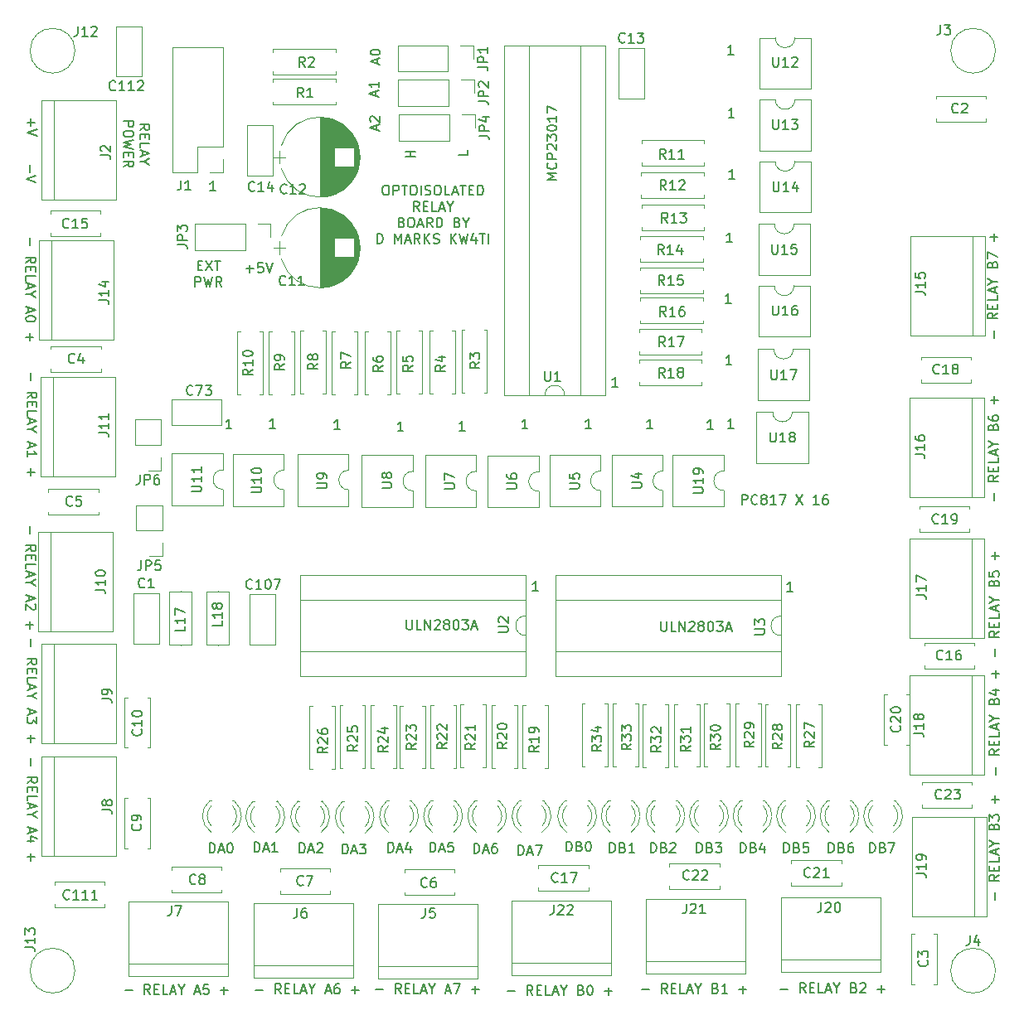
<source format=gbr>
G04 #@! TF.FileFunction,Legend,Top*
%FSLAX46Y46*%
G04 Gerber Fmt 4.6, Leading zero omitted, Abs format (unit mm)*
G04 Created by KiCad (PCBNEW 4.0.7) date 04/12/19 23:12:48*
%MOMM*%
%LPD*%
G01*
G04 APERTURE LIST*
%ADD10C,0.100000*%
%ADD11C,0.150000*%
%ADD12C,0.120000*%
G04 APERTURE END LIST*
D10*
D11*
X124397047Y-98369381D02*
X124397047Y-97369381D01*
X124778000Y-97369381D01*
X124873238Y-97417000D01*
X124920857Y-97464619D01*
X124968476Y-97559857D01*
X124968476Y-97702714D01*
X124920857Y-97797952D01*
X124873238Y-97845571D01*
X124778000Y-97893190D01*
X124397047Y-97893190D01*
X125968476Y-98274143D02*
X125920857Y-98321762D01*
X125778000Y-98369381D01*
X125682762Y-98369381D01*
X125539904Y-98321762D01*
X125444666Y-98226524D01*
X125397047Y-98131286D01*
X125349428Y-97940810D01*
X125349428Y-97797952D01*
X125397047Y-97607476D01*
X125444666Y-97512238D01*
X125539904Y-97417000D01*
X125682762Y-97369381D01*
X125778000Y-97369381D01*
X125920857Y-97417000D01*
X125968476Y-97464619D01*
X126539904Y-97797952D02*
X126444666Y-97750333D01*
X126397047Y-97702714D01*
X126349428Y-97607476D01*
X126349428Y-97559857D01*
X126397047Y-97464619D01*
X126444666Y-97417000D01*
X126539904Y-97369381D01*
X126730381Y-97369381D01*
X126825619Y-97417000D01*
X126873238Y-97464619D01*
X126920857Y-97559857D01*
X126920857Y-97607476D01*
X126873238Y-97702714D01*
X126825619Y-97750333D01*
X126730381Y-97797952D01*
X126539904Y-97797952D01*
X126444666Y-97845571D01*
X126397047Y-97893190D01*
X126349428Y-97988429D01*
X126349428Y-98178905D01*
X126397047Y-98274143D01*
X126444666Y-98321762D01*
X126539904Y-98369381D01*
X126730381Y-98369381D01*
X126825619Y-98321762D01*
X126873238Y-98274143D01*
X126920857Y-98178905D01*
X126920857Y-97988429D01*
X126873238Y-97893190D01*
X126825619Y-97845571D01*
X126730381Y-97797952D01*
X127873238Y-98369381D02*
X127301809Y-98369381D01*
X127587523Y-98369381D02*
X127587523Y-97369381D01*
X127492285Y-97512238D01*
X127397047Y-97607476D01*
X127301809Y-97655095D01*
X128206571Y-97369381D02*
X128873238Y-97369381D01*
X128444666Y-98369381D01*
X129920857Y-97369381D02*
X130587524Y-98369381D01*
X130587524Y-97369381D02*
X129920857Y-98369381D01*
X132254191Y-98369381D02*
X131682762Y-98369381D01*
X131968476Y-98369381D02*
X131968476Y-97369381D01*
X131873238Y-97512238D01*
X131778000Y-97607476D01*
X131682762Y-97655095D01*
X133111334Y-97369381D02*
X132920857Y-97369381D01*
X132825619Y-97417000D01*
X132778000Y-97464619D01*
X132682762Y-97607476D01*
X132635143Y-97797952D01*
X132635143Y-98178905D01*
X132682762Y-98274143D01*
X132730381Y-98321762D01*
X132825619Y-98369381D01*
X133016096Y-98369381D01*
X133111334Y-98321762D01*
X133158953Y-98274143D01*
X133206572Y-98178905D01*
X133206572Y-97940810D01*
X133158953Y-97845571D01*
X133111334Y-97797952D01*
X133016096Y-97750333D01*
X132825619Y-97750333D01*
X132730381Y-97797952D01*
X132682762Y-97845571D01*
X132635143Y-97940810D01*
X150109229Y-81355534D02*
X150109229Y-80593629D01*
X150490181Y-78784105D02*
X150013990Y-79117439D01*
X150490181Y-79355534D02*
X149490181Y-79355534D01*
X149490181Y-78974581D01*
X149537800Y-78879343D01*
X149585419Y-78831724D01*
X149680657Y-78784105D01*
X149823514Y-78784105D01*
X149918752Y-78831724D01*
X149966371Y-78879343D01*
X150013990Y-78974581D01*
X150013990Y-79355534D01*
X149966371Y-78355534D02*
X149966371Y-78022200D01*
X150490181Y-77879343D02*
X150490181Y-78355534D01*
X149490181Y-78355534D01*
X149490181Y-77879343D01*
X150490181Y-76974581D02*
X150490181Y-77450772D01*
X149490181Y-77450772D01*
X150204467Y-76688867D02*
X150204467Y-76212676D01*
X150490181Y-76784105D02*
X149490181Y-76450772D01*
X150490181Y-76117438D01*
X150013990Y-75593629D02*
X150490181Y-75593629D01*
X149490181Y-75926962D02*
X150013990Y-75593629D01*
X149490181Y-75260295D01*
X149966371Y-73831723D02*
X150013990Y-73688866D01*
X150061610Y-73641247D01*
X150156848Y-73593628D01*
X150299705Y-73593628D01*
X150394943Y-73641247D01*
X150442562Y-73688866D01*
X150490181Y-73784104D01*
X150490181Y-74165057D01*
X149490181Y-74165057D01*
X149490181Y-73831723D01*
X149537800Y-73736485D01*
X149585419Y-73688866D01*
X149680657Y-73641247D01*
X149775895Y-73641247D01*
X149871133Y-73688866D01*
X149918752Y-73736485D01*
X149966371Y-73831723D01*
X149966371Y-74165057D01*
X149490181Y-73260295D02*
X149490181Y-72593628D01*
X150490181Y-73022200D01*
X150109229Y-71450771D02*
X150109229Y-70688866D01*
X150490181Y-71069818D02*
X149728276Y-71069818D01*
X150185429Y-97967134D02*
X150185429Y-97205229D01*
X150566381Y-95395705D02*
X150090190Y-95729039D01*
X150566381Y-95967134D02*
X149566381Y-95967134D01*
X149566381Y-95586181D01*
X149614000Y-95490943D01*
X149661619Y-95443324D01*
X149756857Y-95395705D01*
X149899714Y-95395705D01*
X149994952Y-95443324D01*
X150042571Y-95490943D01*
X150090190Y-95586181D01*
X150090190Y-95967134D01*
X150042571Y-94967134D02*
X150042571Y-94633800D01*
X150566381Y-94490943D02*
X150566381Y-94967134D01*
X149566381Y-94967134D01*
X149566381Y-94490943D01*
X150566381Y-93586181D02*
X150566381Y-94062372D01*
X149566381Y-94062372D01*
X150280667Y-93300467D02*
X150280667Y-92824276D01*
X150566381Y-93395705D02*
X149566381Y-93062372D01*
X150566381Y-92729038D01*
X150090190Y-92205229D02*
X150566381Y-92205229D01*
X149566381Y-92538562D02*
X150090190Y-92205229D01*
X149566381Y-91871895D01*
X150042571Y-90443323D02*
X150090190Y-90300466D01*
X150137810Y-90252847D01*
X150233048Y-90205228D01*
X150375905Y-90205228D01*
X150471143Y-90252847D01*
X150518762Y-90300466D01*
X150566381Y-90395704D01*
X150566381Y-90776657D01*
X149566381Y-90776657D01*
X149566381Y-90443323D01*
X149614000Y-90348085D01*
X149661619Y-90300466D01*
X149756857Y-90252847D01*
X149852095Y-90252847D01*
X149947333Y-90300466D01*
X149994952Y-90348085D01*
X150042571Y-90443323D01*
X150042571Y-90776657D01*
X149566381Y-89348085D02*
X149566381Y-89538562D01*
X149614000Y-89633800D01*
X149661619Y-89681419D01*
X149804476Y-89776657D01*
X149994952Y-89824276D01*
X150375905Y-89824276D01*
X150471143Y-89776657D01*
X150518762Y-89729038D01*
X150566381Y-89633800D01*
X150566381Y-89443323D01*
X150518762Y-89348085D01*
X150471143Y-89300466D01*
X150375905Y-89252847D01*
X150137810Y-89252847D01*
X150042571Y-89300466D01*
X149994952Y-89348085D01*
X149947333Y-89443323D01*
X149947333Y-89633800D01*
X149994952Y-89729038D01*
X150042571Y-89776657D01*
X150137810Y-89824276D01*
X150185429Y-88062371D02*
X150185429Y-87300466D01*
X150566381Y-87681418D02*
X149804476Y-87681418D01*
X150261629Y-113892934D02*
X150261629Y-113131029D01*
X150642581Y-111321505D02*
X150166390Y-111654839D01*
X150642581Y-111892934D02*
X149642581Y-111892934D01*
X149642581Y-111511981D01*
X149690200Y-111416743D01*
X149737819Y-111369124D01*
X149833057Y-111321505D01*
X149975914Y-111321505D01*
X150071152Y-111369124D01*
X150118771Y-111416743D01*
X150166390Y-111511981D01*
X150166390Y-111892934D01*
X150118771Y-110892934D02*
X150118771Y-110559600D01*
X150642581Y-110416743D02*
X150642581Y-110892934D01*
X149642581Y-110892934D01*
X149642581Y-110416743D01*
X150642581Y-109511981D02*
X150642581Y-109988172D01*
X149642581Y-109988172D01*
X150356867Y-109226267D02*
X150356867Y-108750076D01*
X150642581Y-109321505D02*
X149642581Y-108988172D01*
X150642581Y-108654838D01*
X150166390Y-108131029D02*
X150642581Y-108131029D01*
X149642581Y-108464362D02*
X150166390Y-108131029D01*
X149642581Y-107797695D01*
X150118771Y-106369123D02*
X150166390Y-106226266D01*
X150214010Y-106178647D01*
X150309248Y-106131028D01*
X150452105Y-106131028D01*
X150547343Y-106178647D01*
X150594962Y-106226266D01*
X150642581Y-106321504D01*
X150642581Y-106702457D01*
X149642581Y-106702457D01*
X149642581Y-106369123D01*
X149690200Y-106273885D01*
X149737819Y-106226266D01*
X149833057Y-106178647D01*
X149928295Y-106178647D01*
X150023533Y-106226266D01*
X150071152Y-106273885D01*
X150118771Y-106369123D01*
X150118771Y-106702457D01*
X149642581Y-105226266D02*
X149642581Y-105702457D01*
X150118771Y-105750076D01*
X150071152Y-105702457D01*
X150023533Y-105607219D01*
X150023533Y-105369123D01*
X150071152Y-105273885D01*
X150118771Y-105226266D01*
X150214010Y-105178647D01*
X150452105Y-105178647D01*
X150547343Y-105226266D01*
X150594962Y-105273885D01*
X150642581Y-105369123D01*
X150642581Y-105607219D01*
X150594962Y-105702457D01*
X150547343Y-105750076D01*
X150261629Y-103988171D02*
X150261629Y-103226266D01*
X150642581Y-103607218D02*
X149880676Y-103607218D01*
X150287029Y-125957934D02*
X150287029Y-125196029D01*
X150667981Y-123386505D02*
X150191790Y-123719839D01*
X150667981Y-123957934D02*
X149667981Y-123957934D01*
X149667981Y-123576981D01*
X149715600Y-123481743D01*
X149763219Y-123434124D01*
X149858457Y-123386505D01*
X150001314Y-123386505D01*
X150096552Y-123434124D01*
X150144171Y-123481743D01*
X150191790Y-123576981D01*
X150191790Y-123957934D01*
X150144171Y-122957934D02*
X150144171Y-122624600D01*
X150667981Y-122481743D02*
X150667981Y-122957934D01*
X149667981Y-122957934D01*
X149667981Y-122481743D01*
X150667981Y-121576981D02*
X150667981Y-122053172D01*
X149667981Y-122053172D01*
X150382267Y-121291267D02*
X150382267Y-120815076D01*
X150667981Y-121386505D02*
X149667981Y-121053172D01*
X150667981Y-120719838D01*
X150191790Y-120196029D02*
X150667981Y-120196029D01*
X149667981Y-120529362D02*
X150191790Y-120196029D01*
X149667981Y-119862695D01*
X150144171Y-118434123D02*
X150191790Y-118291266D01*
X150239410Y-118243647D01*
X150334648Y-118196028D01*
X150477505Y-118196028D01*
X150572743Y-118243647D01*
X150620362Y-118291266D01*
X150667981Y-118386504D01*
X150667981Y-118767457D01*
X149667981Y-118767457D01*
X149667981Y-118434123D01*
X149715600Y-118338885D01*
X149763219Y-118291266D01*
X149858457Y-118243647D01*
X149953695Y-118243647D01*
X150048933Y-118291266D01*
X150096552Y-118338885D01*
X150144171Y-118434123D01*
X150144171Y-118767457D01*
X150001314Y-117338885D02*
X150667981Y-117338885D01*
X149620362Y-117576981D02*
X150334648Y-117815076D01*
X150334648Y-117196028D01*
X150287029Y-116053171D02*
X150287029Y-115291266D01*
X150667981Y-115672218D02*
X149906076Y-115672218D01*
X150261629Y-138784934D02*
X150261629Y-138023029D01*
X150642581Y-136213505D02*
X150166390Y-136546839D01*
X150642581Y-136784934D02*
X149642581Y-136784934D01*
X149642581Y-136403981D01*
X149690200Y-136308743D01*
X149737819Y-136261124D01*
X149833057Y-136213505D01*
X149975914Y-136213505D01*
X150071152Y-136261124D01*
X150118771Y-136308743D01*
X150166390Y-136403981D01*
X150166390Y-136784934D01*
X150118771Y-135784934D02*
X150118771Y-135451600D01*
X150642581Y-135308743D02*
X150642581Y-135784934D01*
X149642581Y-135784934D01*
X149642581Y-135308743D01*
X150642581Y-134403981D02*
X150642581Y-134880172D01*
X149642581Y-134880172D01*
X150356867Y-134118267D02*
X150356867Y-133642076D01*
X150642581Y-134213505D02*
X149642581Y-133880172D01*
X150642581Y-133546838D01*
X150166390Y-133023029D02*
X150642581Y-133023029D01*
X149642581Y-133356362D02*
X150166390Y-133023029D01*
X149642581Y-132689695D01*
X150118771Y-131261123D02*
X150166390Y-131118266D01*
X150214010Y-131070647D01*
X150309248Y-131023028D01*
X150452105Y-131023028D01*
X150547343Y-131070647D01*
X150594962Y-131118266D01*
X150642581Y-131213504D01*
X150642581Y-131594457D01*
X149642581Y-131594457D01*
X149642581Y-131261123D01*
X149690200Y-131165885D01*
X149737819Y-131118266D01*
X149833057Y-131070647D01*
X149928295Y-131070647D01*
X150023533Y-131118266D01*
X150071152Y-131165885D01*
X150118771Y-131261123D01*
X150118771Y-131594457D01*
X149642581Y-130689695D02*
X149642581Y-130070647D01*
X150023533Y-130403981D01*
X150023533Y-130261123D01*
X150071152Y-130165885D01*
X150118771Y-130118266D01*
X150214010Y-130070647D01*
X150452105Y-130070647D01*
X150547343Y-130118266D01*
X150594962Y-130165885D01*
X150642581Y-130261123D01*
X150642581Y-130546838D01*
X150594962Y-130642076D01*
X150547343Y-130689695D01*
X150261629Y-128880171D02*
X150261629Y-128118266D01*
X150642581Y-128499218D02*
X149880676Y-128499218D01*
X128321466Y-147874029D02*
X129083371Y-147874029D01*
X130892895Y-148254981D02*
X130559561Y-147778790D01*
X130321466Y-148254981D02*
X130321466Y-147254981D01*
X130702419Y-147254981D01*
X130797657Y-147302600D01*
X130845276Y-147350219D01*
X130892895Y-147445457D01*
X130892895Y-147588314D01*
X130845276Y-147683552D01*
X130797657Y-147731171D01*
X130702419Y-147778790D01*
X130321466Y-147778790D01*
X131321466Y-147731171D02*
X131654800Y-147731171D01*
X131797657Y-148254981D02*
X131321466Y-148254981D01*
X131321466Y-147254981D01*
X131797657Y-147254981D01*
X132702419Y-148254981D02*
X132226228Y-148254981D01*
X132226228Y-147254981D01*
X132988133Y-147969267D02*
X133464324Y-147969267D01*
X132892895Y-148254981D02*
X133226228Y-147254981D01*
X133559562Y-148254981D01*
X134083371Y-147778790D02*
X134083371Y-148254981D01*
X133750038Y-147254981D02*
X134083371Y-147778790D01*
X134416705Y-147254981D01*
X135845277Y-147731171D02*
X135988134Y-147778790D01*
X136035753Y-147826410D01*
X136083372Y-147921648D01*
X136083372Y-148064505D01*
X136035753Y-148159743D01*
X135988134Y-148207362D01*
X135892896Y-148254981D01*
X135511943Y-148254981D01*
X135511943Y-147254981D01*
X135845277Y-147254981D01*
X135940515Y-147302600D01*
X135988134Y-147350219D01*
X136035753Y-147445457D01*
X136035753Y-147540695D01*
X135988134Y-147635933D01*
X135940515Y-147683552D01*
X135845277Y-147731171D01*
X135511943Y-147731171D01*
X136464324Y-147350219D02*
X136511943Y-147302600D01*
X136607181Y-147254981D01*
X136845277Y-147254981D01*
X136940515Y-147302600D01*
X136988134Y-147350219D01*
X137035753Y-147445457D01*
X137035753Y-147540695D01*
X136988134Y-147683552D01*
X136416705Y-148254981D01*
X137035753Y-148254981D01*
X138226229Y-147874029D02*
X138988134Y-147874029D01*
X138607182Y-148254981D02*
X138607182Y-147493076D01*
X114199066Y-147924829D02*
X114960971Y-147924829D01*
X116770495Y-148305781D02*
X116437161Y-147829590D01*
X116199066Y-148305781D02*
X116199066Y-147305781D01*
X116580019Y-147305781D01*
X116675257Y-147353400D01*
X116722876Y-147401019D01*
X116770495Y-147496257D01*
X116770495Y-147639114D01*
X116722876Y-147734352D01*
X116675257Y-147781971D01*
X116580019Y-147829590D01*
X116199066Y-147829590D01*
X117199066Y-147781971D02*
X117532400Y-147781971D01*
X117675257Y-148305781D02*
X117199066Y-148305781D01*
X117199066Y-147305781D01*
X117675257Y-147305781D01*
X118580019Y-148305781D02*
X118103828Y-148305781D01*
X118103828Y-147305781D01*
X118865733Y-148020067D02*
X119341924Y-148020067D01*
X118770495Y-148305781D02*
X119103828Y-147305781D01*
X119437162Y-148305781D01*
X119960971Y-147829590D02*
X119960971Y-148305781D01*
X119627638Y-147305781D02*
X119960971Y-147829590D01*
X120294305Y-147305781D01*
X121722877Y-147781971D02*
X121865734Y-147829590D01*
X121913353Y-147877210D01*
X121960972Y-147972448D01*
X121960972Y-148115305D01*
X121913353Y-148210543D01*
X121865734Y-148258162D01*
X121770496Y-148305781D01*
X121389543Y-148305781D01*
X121389543Y-147305781D01*
X121722877Y-147305781D01*
X121818115Y-147353400D01*
X121865734Y-147401019D01*
X121913353Y-147496257D01*
X121913353Y-147591495D01*
X121865734Y-147686733D01*
X121818115Y-147734352D01*
X121722877Y-147781971D01*
X121389543Y-147781971D01*
X122913353Y-148305781D02*
X122341924Y-148305781D01*
X122627638Y-148305781D02*
X122627638Y-147305781D01*
X122532400Y-147448638D01*
X122437162Y-147543876D01*
X122341924Y-147591495D01*
X124103829Y-147924829D02*
X124865734Y-147924829D01*
X124484782Y-148305781D02*
X124484782Y-147543876D01*
X100457666Y-148102629D02*
X101219571Y-148102629D01*
X103029095Y-148483581D02*
X102695761Y-148007390D01*
X102457666Y-148483581D02*
X102457666Y-147483581D01*
X102838619Y-147483581D01*
X102933857Y-147531200D01*
X102981476Y-147578819D01*
X103029095Y-147674057D01*
X103029095Y-147816914D01*
X102981476Y-147912152D01*
X102933857Y-147959771D01*
X102838619Y-148007390D01*
X102457666Y-148007390D01*
X103457666Y-147959771D02*
X103791000Y-147959771D01*
X103933857Y-148483581D02*
X103457666Y-148483581D01*
X103457666Y-147483581D01*
X103933857Y-147483581D01*
X104838619Y-148483581D02*
X104362428Y-148483581D01*
X104362428Y-147483581D01*
X105124333Y-148197867D02*
X105600524Y-148197867D01*
X105029095Y-148483581D02*
X105362428Y-147483581D01*
X105695762Y-148483581D01*
X106219571Y-148007390D02*
X106219571Y-148483581D01*
X105886238Y-147483581D02*
X106219571Y-148007390D01*
X106552905Y-147483581D01*
X107981477Y-147959771D02*
X108124334Y-148007390D01*
X108171953Y-148055010D01*
X108219572Y-148150248D01*
X108219572Y-148293105D01*
X108171953Y-148388343D01*
X108124334Y-148435962D01*
X108029096Y-148483581D01*
X107648143Y-148483581D01*
X107648143Y-147483581D01*
X107981477Y-147483581D01*
X108076715Y-147531200D01*
X108124334Y-147578819D01*
X108171953Y-147674057D01*
X108171953Y-147769295D01*
X108124334Y-147864533D01*
X108076715Y-147912152D01*
X107981477Y-147959771D01*
X107648143Y-147959771D01*
X108838619Y-147483581D02*
X108933858Y-147483581D01*
X109029096Y-147531200D01*
X109076715Y-147578819D01*
X109124334Y-147674057D01*
X109171953Y-147864533D01*
X109171953Y-148102629D01*
X109124334Y-148293105D01*
X109076715Y-148388343D01*
X109029096Y-148435962D01*
X108933858Y-148483581D01*
X108838619Y-148483581D01*
X108743381Y-148435962D01*
X108695762Y-148388343D01*
X108648143Y-148293105D01*
X108600524Y-148102629D01*
X108600524Y-147864533D01*
X108648143Y-147674057D01*
X108695762Y-147578819D01*
X108743381Y-147531200D01*
X108838619Y-147483581D01*
X110362429Y-148102629D02*
X111124334Y-148102629D01*
X110743382Y-148483581D02*
X110743382Y-147721676D01*
X87016295Y-147950229D02*
X87778200Y-147950229D01*
X89587724Y-148331181D02*
X89254390Y-147854990D01*
X89016295Y-148331181D02*
X89016295Y-147331181D01*
X89397248Y-147331181D01*
X89492486Y-147378800D01*
X89540105Y-147426419D01*
X89587724Y-147521657D01*
X89587724Y-147664514D01*
X89540105Y-147759752D01*
X89492486Y-147807371D01*
X89397248Y-147854990D01*
X89016295Y-147854990D01*
X90016295Y-147807371D02*
X90349629Y-147807371D01*
X90492486Y-148331181D02*
X90016295Y-148331181D01*
X90016295Y-147331181D01*
X90492486Y-147331181D01*
X91397248Y-148331181D02*
X90921057Y-148331181D01*
X90921057Y-147331181D01*
X91682962Y-148045467D02*
X92159153Y-148045467D01*
X91587724Y-148331181D02*
X91921057Y-147331181D01*
X92254391Y-148331181D01*
X92778200Y-147854990D02*
X92778200Y-148331181D01*
X92444867Y-147331181D02*
X92778200Y-147854990D01*
X93111534Y-147331181D01*
X94159153Y-148045467D02*
X94635344Y-148045467D01*
X94063915Y-148331181D02*
X94397248Y-147331181D01*
X94730582Y-148331181D01*
X94968677Y-147331181D02*
X95635344Y-147331181D01*
X95206772Y-148331181D01*
X96778201Y-147950229D02*
X97540106Y-147950229D01*
X97159154Y-148331181D02*
X97159154Y-147569276D01*
X74748095Y-147975629D02*
X75510000Y-147975629D01*
X77319524Y-148356581D02*
X76986190Y-147880390D01*
X76748095Y-148356581D02*
X76748095Y-147356581D01*
X77129048Y-147356581D01*
X77224286Y-147404200D01*
X77271905Y-147451819D01*
X77319524Y-147547057D01*
X77319524Y-147689914D01*
X77271905Y-147785152D01*
X77224286Y-147832771D01*
X77129048Y-147880390D01*
X76748095Y-147880390D01*
X77748095Y-147832771D02*
X78081429Y-147832771D01*
X78224286Y-148356581D02*
X77748095Y-148356581D01*
X77748095Y-147356581D01*
X78224286Y-147356581D01*
X79129048Y-148356581D02*
X78652857Y-148356581D01*
X78652857Y-147356581D01*
X79414762Y-148070867D02*
X79890953Y-148070867D01*
X79319524Y-148356581D02*
X79652857Y-147356581D01*
X79986191Y-148356581D01*
X80510000Y-147880390D02*
X80510000Y-148356581D01*
X80176667Y-147356581D02*
X80510000Y-147880390D01*
X80843334Y-147356581D01*
X81890953Y-148070867D02*
X82367144Y-148070867D01*
X81795715Y-148356581D02*
X82129048Y-147356581D01*
X82462382Y-148356581D01*
X83224287Y-147356581D02*
X83033810Y-147356581D01*
X82938572Y-147404200D01*
X82890953Y-147451819D01*
X82795715Y-147594676D01*
X82748096Y-147785152D01*
X82748096Y-148166105D01*
X82795715Y-148261343D01*
X82843334Y-148308962D01*
X82938572Y-148356581D01*
X83129049Y-148356581D01*
X83224287Y-148308962D01*
X83271906Y-148261343D01*
X83319525Y-148166105D01*
X83319525Y-147928010D01*
X83271906Y-147832771D01*
X83224287Y-147785152D01*
X83129049Y-147737533D01*
X82938572Y-147737533D01*
X82843334Y-147785152D01*
X82795715Y-147832771D01*
X82748096Y-147928010D01*
X84510001Y-147975629D02*
X85271906Y-147975629D01*
X84890954Y-148356581D02*
X84890954Y-147594676D01*
X61387695Y-148026429D02*
X62149600Y-148026429D01*
X63959124Y-148407381D02*
X63625790Y-147931190D01*
X63387695Y-148407381D02*
X63387695Y-147407381D01*
X63768648Y-147407381D01*
X63863886Y-147455000D01*
X63911505Y-147502619D01*
X63959124Y-147597857D01*
X63959124Y-147740714D01*
X63911505Y-147835952D01*
X63863886Y-147883571D01*
X63768648Y-147931190D01*
X63387695Y-147931190D01*
X64387695Y-147883571D02*
X64721029Y-147883571D01*
X64863886Y-148407381D02*
X64387695Y-148407381D01*
X64387695Y-147407381D01*
X64863886Y-147407381D01*
X65768648Y-148407381D02*
X65292457Y-148407381D01*
X65292457Y-147407381D01*
X66054362Y-148121667D02*
X66530553Y-148121667D01*
X65959124Y-148407381D02*
X66292457Y-147407381D01*
X66625791Y-148407381D01*
X67149600Y-147931190D02*
X67149600Y-148407381D01*
X66816267Y-147407381D02*
X67149600Y-147931190D01*
X67482934Y-147407381D01*
X68530553Y-148121667D02*
X69006744Y-148121667D01*
X68435315Y-148407381D02*
X68768648Y-147407381D01*
X69101982Y-148407381D01*
X69911506Y-147407381D02*
X69435315Y-147407381D01*
X69387696Y-147883571D01*
X69435315Y-147835952D01*
X69530553Y-147788333D01*
X69768649Y-147788333D01*
X69863887Y-147835952D01*
X69911506Y-147883571D01*
X69959125Y-147978810D01*
X69959125Y-148216905D01*
X69911506Y-148312143D01*
X69863887Y-148359762D01*
X69768649Y-148407381D01*
X69530553Y-148407381D01*
X69435315Y-148359762D01*
X69387696Y-148312143D01*
X71149601Y-148026429D02*
X71911506Y-148026429D01*
X71530554Y-148407381D02*
X71530554Y-147645476D01*
X51795371Y-124252695D02*
X51795371Y-125014600D01*
X51414419Y-126824124D02*
X51890610Y-126490790D01*
X51414419Y-126252695D02*
X52414419Y-126252695D01*
X52414419Y-126633648D01*
X52366800Y-126728886D01*
X52319181Y-126776505D01*
X52223943Y-126824124D01*
X52081086Y-126824124D01*
X51985848Y-126776505D01*
X51938229Y-126728886D01*
X51890610Y-126633648D01*
X51890610Y-126252695D01*
X51938229Y-127252695D02*
X51938229Y-127586029D01*
X51414419Y-127728886D02*
X51414419Y-127252695D01*
X52414419Y-127252695D01*
X52414419Y-127728886D01*
X51414419Y-128633648D02*
X51414419Y-128157457D01*
X52414419Y-128157457D01*
X51700133Y-128919362D02*
X51700133Y-129395553D01*
X51414419Y-128824124D02*
X52414419Y-129157457D01*
X51414419Y-129490791D01*
X51890610Y-130014600D02*
X51414419Y-130014600D01*
X52414419Y-129681267D02*
X51890610Y-130014600D01*
X52414419Y-130347934D01*
X51700133Y-131395553D02*
X51700133Y-131871744D01*
X51414419Y-131300315D02*
X52414419Y-131633648D01*
X51414419Y-131966982D01*
X52081086Y-132728887D02*
X51414419Y-132728887D01*
X52462038Y-132490791D02*
X51747752Y-132252696D01*
X51747752Y-132871744D01*
X51795371Y-134014601D02*
X51795371Y-134776506D01*
X51414419Y-134395554D02*
X52176324Y-134395554D01*
X51769971Y-112136895D02*
X51769971Y-112898800D01*
X51389019Y-114708324D02*
X51865210Y-114374990D01*
X51389019Y-114136895D02*
X52389019Y-114136895D01*
X52389019Y-114517848D01*
X52341400Y-114613086D01*
X52293781Y-114660705D01*
X52198543Y-114708324D01*
X52055686Y-114708324D01*
X51960448Y-114660705D01*
X51912829Y-114613086D01*
X51865210Y-114517848D01*
X51865210Y-114136895D01*
X51912829Y-115136895D02*
X51912829Y-115470229D01*
X51389019Y-115613086D02*
X51389019Y-115136895D01*
X52389019Y-115136895D01*
X52389019Y-115613086D01*
X51389019Y-116517848D02*
X51389019Y-116041657D01*
X52389019Y-116041657D01*
X51674733Y-116803562D02*
X51674733Y-117279753D01*
X51389019Y-116708324D02*
X52389019Y-117041657D01*
X51389019Y-117374991D01*
X51865210Y-117898800D02*
X51389019Y-117898800D01*
X52389019Y-117565467D02*
X51865210Y-117898800D01*
X52389019Y-118232134D01*
X51674733Y-119279753D02*
X51674733Y-119755944D01*
X51389019Y-119184515D02*
X52389019Y-119517848D01*
X51389019Y-119851182D01*
X52389019Y-120089277D02*
X52389019Y-120708325D01*
X52008067Y-120374991D01*
X52008067Y-120517849D01*
X51960448Y-120613087D01*
X51912829Y-120660706D01*
X51817590Y-120708325D01*
X51579495Y-120708325D01*
X51484257Y-120660706D01*
X51436638Y-120613087D01*
X51389019Y-120517849D01*
X51389019Y-120232134D01*
X51436638Y-120136896D01*
X51484257Y-120089277D01*
X51769971Y-121898801D02*
X51769971Y-122660706D01*
X51389019Y-122279754D02*
X52150924Y-122279754D01*
X51668371Y-100554495D02*
X51668371Y-101316400D01*
X51287419Y-103125924D02*
X51763610Y-102792590D01*
X51287419Y-102554495D02*
X52287419Y-102554495D01*
X52287419Y-102935448D01*
X52239800Y-103030686D01*
X52192181Y-103078305D01*
X52096943Y-103125924D01*
X51954086Y-103125924D01*
X51858848Y-103078305D01*
X51811229Y-103030686D01*
X51763610Y-102935448D01*
X51763610Y-102554495D01*
X51811229Y-103554495D02*
X51811229Y-103887829D01*
X51287419Y-104030686D02*
X51287419Y-103554495D01*
X52287419Y-103554495D01*
X52287419Y-104030686D01*
X51287419Y-104935448D02*
X51287419Y-104459257D01*
X52287419Y-104459257D01*
X51573133Y-105221162D02*
X51573133Y-105697353D01*
X51287419Y-105125924D02*
X52287419Y-105459257D01*
X51287419Y-105792591D01*
X51763610Y-106316400D02*
X51287419Y-106316400D01*
X52287419Y-105983067D02*
X51763610Y-106316400D01*
X52287419Y-106649734D01*
X51573133Y-107697353D02*
X51573133Y-108173544D01*
X51287419Y-107602115D02*
X52287419Y-107935448D01*
X51287419Y-108268782D01*
X52192181Y-108554496D02*
X52239800Y-108602115D01*
X52287419Y-108697353D01*
X52287419Y-108935449D01*
X52239800Y-109030687D01*
X52192181Y-109078306D01*
X52096943Y-109125925D01*
X52001705Y-109125925D01*
X51858848Y-109078306D01*
X51287419Y-108506877D01*
X51287419Y-109125925D01*
X51668371Y-110316401D02*
X51668371Y-111078306D01*
X51287419Y-110697354D02*
X52049324Y-110697354D01*
X51769971Y-84908095D02*
X51769971Y-85670000D01*
X51389019Y-87479524D02*
X51865210Y-87146190D01*
X51389019Y-86908095D02*
X52389019Y-86908095D01*
X52389019Y-87289048D01*
X52341400Y-87384286D01*
X52293781Y-87431905D01*
X52198543Y-87479524D01*
X52055686Y-87479524D01*
X51960448Y-87431905D01*
X51912829Y-87384286D01*
X51865210Y-87289048D01*
X51865210Y-86908095D01*
X51912829Y-87908095D02*
X51912829Y-88241429D01*
X51389019Y-88384286D02*
X51389019Y-87908095D01*
X52389019Y-87908095D01*
X52389019Y-88384286D01*
X51389019Y-89289048D02*
X51389019Y-88812857D01*
X52389019Y-88812857D01*
X51674733Y-89574762D02*
X51674733Y-90050953D01*
X51389019Y-89479524D02*
X52389019Y-89812857D01*
X51389019Y-90146191D01*
X51865210Y-90670000D02*
X51389019Y-90670000D01*
X52389019Y-90336667D02*
X51865210Y-90670000D01*
X52389019Y-91003334D01*
X51674733Y-92050953D02*
X51674733Y-92527144D01*
X51389019Y-91955715D02*
X52389019Y-92289048D01*
X51389019Y-92622382D01*
X51389019Y-93479525D02*
X51389019Y-92908096D01*
X51389019Y-93193810D02*
X52389019Y-93193810D01*
X52246162Y-93098572D01*
X52150924Y-93003334D01*
X52103305Y-92908096D01*
X51769971Y-94670001D02*
X51769971Y-95431906D01*
X51389019Y-95050954D02*
X52150924Y-95050954D01*
X51642971Y-71115895D02*
X51642971Y-71877800D01*
X51262019Y-73687324D02*
X51738210Y-73353990D01*
X51262019Y-73115895D02*
X52262019Y-73115895D01*
X52262019Y-73496848D01*
X52214400Y-73592086D01*
X52166781Y-73639705D01*
X52071543Y-73687324D01*
X51928686Y-73687324D01*
X51833448Y-73639705D01*
X51785829Y-73592086D01*
X51738210Y-73496848D01*
X51738210Y-73115895D01*
X51785829Y-74115895D02*
X51785829Y-74449229D01*
X51262019Y-74592086D02*
X51262019Y-74115895D01*
X52262019Y-74115895D01*
X52262019Y-74592086D01*
X51262019Y-75496848D02*
X51262019Y-75020657D01*
X52262019Y-75020657D01*
X51547733Y-75782562D02*
X51547733Y-76258753D01*
X51262019Y-75687324D02*
X52262019Y-76020657D01*
X51262019Y-76353991D01*
X51738210Y-76877800D02*
X51262019Y-76877800D01*
X52262019Y-76544467D02*
X51738210Y-76877800D01*
X52262019Y-77211134D01*
X51547733Y-78258753D02*
X51547733Y-78734944D01*
X51262019Y-78163515D02*
X52262019Y-78496848D01*
X51262019Y-78830182D01*
X52262019Y-79353991D02*
X52262019Y-79449230D01*
X52214400Y-79544468D01*
X52166781Y-79592087D01*
X52071543Y-79639706D01*
X51881067Y-79687325D01*
X51642971Y-79687325D01*
X51452495Y-79639706D01*
X51357257Y-79592087D01*
X51309638Y-79544468D01*
X51262019Y-79449230D01*
X51262019Y-79353991D01*
X51309638Y-79258753D01*
X51357257Y-79211134D01*
X51452495Y-79163515D01*
X51642971Y-79115896D01*
X51881067Y-79115896D01*
X52071543Y-79163515D01*
X52166781Y-79211134D01*
X52214400Y-79258753D01*
X52262019Y-79353991D01*
X51642971Y-80877801D02*
X51642971Y-81639706D01*
X51262019Y-81258754D02*
X52023924Y-81258754D01*
X62907419Y-60114038D02*
X63383610Y-59780704D01*
X62907419Y-59542609D02*
X63907419Y-59542609D01*
X63907419Y-59923562D01*
X63859800Y-60018800D01*
X63812181Y-60066419D01*
X63716943Y-60114038D01*
X63574086Y-60114038D01*
X63478848Y-60066419D01*
X63431229Y-60018800D01*
X63383610Y-59923562D01*
X63383610Y-59542609D01*
X63431229Y-60542609D02*
X63431229Y-60875943D01*
X62907419Y-61018800D02*
X62907419Y-60542609D01*
X63907419Y-60542609D01*
X63907419Y-61018800D01*
X62907419Y-61923562D02*
X62907419Y-61447371D01*
X63907419Y-61447371D01*
X63193133Y-62209276D02*
X63193133Y-62685467D01*
X62907419Y-62114038D02*
X63907419Y-62447371D01*
X62907419Y-62780705D01*
X63383610Y-63304514D02*
X62907419Y-63304514D01*
X63907419Y-62971181D02*
X63383610Y-63304514D01*
X63907419Y-63637848D01*
X61257419Y-59209276D02*
X62257419Y-59209276D01*
X62257419Y-59590229D01*
X62209800Y-59685467D01*
X62162181Y-59733086D01*
X62066943Y-59780705D01*
X61924086Y-59780705D01*
X61828848Y-59733086D01*
X61781229Y-59685467D01*
X61733610Y-59590229D01*
X61733610Y-59209276D01*
X62257419Y-60399752D02*
X62257419Y-60590229D01*
X62209800Y-60685467D01*
X62114562Y-60780705D01*
X61924086Y-60828324D01*
X61590752Y-60828324D01*
X61400276Y-60780705D01*
X61305038Y-60685467D01*
X61257419Y-60590229D01*
X61257419Y-60399752D01*
X61305038Y-60304514D01*
X61400276Y-60209276D01*
X61590752Y-60161657D01*
X61924086Y-60161657D01*
X62114562Y-60209276D01*
X62209800Y-60304514D01*
X62257419Y-60399752D01*
X62257419Y-61161657D02*
X61257419Y-61399752D01*
X61971705Y-61590229D01*
X61257419Y-61780705D01*
X62257419Y-62018800D01*
X61781229Y-62399752D02*
X61781229Y-62733086D01*
X61257419Y-62875943D02*
X61257419Y-62399752D01*
X62257419Y-62399752D01*
X62257419Y-62875943D01*
X61257419Y-63875943D02*
X61733610Y-63542609D01*
X61257419Y-63304514D02*
X62257419Y-63304514D01*
X62257419Y-63685467D01*
X62209800Y-63780705D01*
X62162181Y-63828324D01*
X62066943Y-63875943D01*
X61924086Y-63875943D01*
X61828848Y-63828324D01*
X61781229Y-63780705D01*
X61733610Y-63685467D01*
X61733610Y-63304514D01*
X51693771Y-63706476D02*
X51693771Y-64468381D01*
X52312819Y-64801714D02*
X51312819Y-65135047D01*
X52312819Y-65468381D01*
X51795371Y-58931276D02*
X51795371Y-59693181D01*
X51414419Y-59312229D02*
X52176324Y-59312229D01*
X52414419Y-60026514D02*
X51414419Y-60359847D01*
X52414419Y-60693181D01*
X72294715Y-90622381D02*
X71723286Y-90622381D01*
X72009000Y-90622381D02*
X72009000Y-89622381D01*
X71913762Y-89765238D01*
X71818524Y-89860476D01*
X71723286Y-89908095D01*
X76739715Y-90558881D02*
X76168286Y-90558881D01*
X76454000Y-90558881D02*
X76454000Y-89558881D01*
X76358762Y-89701738D01*
X76263524Y-89796976D01*
X76168286Y-89844595D01*
X83343715Y-90685881D02*
X82772286Y-90685881D01*
X83058000Y-90685881D02*
X83058000Y-89685881D01*
X82962762Y-89828738D01*
X82867524Y-89923976D01*
X82772286Y-89971595D01*
X89820715Y-90876381D02*
X89249286Y-90876381D01*
X89535000Y-90876381D02*
X89535000Y-89876381D01*
X89439762Y-90019238D01*
X89344524Y-90114476D01*
X89249286Y-90162095D01*
X96107215Y-90812881D02*
X95535786Y-90812881D01*
X95821500Y-90812881D02*
X95821500Y-89812881D01*
X95726262Y-89955738D01*
X95631024Y-90050976D01*
X95535786Y-90098595D01*
X102520715Y-90622381D02*
X101949286Y-90622381D01*
X102235000Y-90622381D02*
X102235000Y-89622381D01*
X102139762Y-89765238D01*
X102044524Y-89860476D01*
X101949286Y-89908095D01*
X108997715Y-90622381D02*
X108426286Y-90622381D01*
X108712000Y-90622381D02*
X108712000Y-89622381D01*
X108616762Y-89765238D01*
X108521524Y-89860476D01*
X108426286Y-89908095D01*
X115284215Y-90622381D02*
X114712786Y-90622381D01*
X114998500Y-90622381D02*
X114998500Y-89622381D01*
X114903262Y-89765238D01*
X114808024Y-89860476D01*
X114712786Y-89908095D01*
X121443715Y-90685881D02*
X120872286Y-90685881D01*
X121158000Y-90685881D02*
X121158000Y-89685881D01*
X121062762Y-89828738D01*
X120967524Y-89923976D01*
X120872286Y-89971595D01*
X123539215Y-90558881D02*
X122967786Y-90558881D01*
X123253500Y-90558881D02*
X123253500Y-89558881D01*
X123158262Y-89701738D01*
X123063024Y-89796976D01*
X122967786Y-89844595D01*
X123348715Y-84081881D02*
X122777286Y-84081881D01*
X123063000Y-84081881D02*
X123063000Y-83081881D01*
X122967762Y-83224738D01*
X122872524Y-83319976D01*
X122777286Y-83367595D01*
X123285215Y-77795381D02*
X122713786Y-77795381D01*
X122999500Y-77795381D02*
X122999500Y-76795381D01*
X122904262Y-76938238D01*
X122809024Y-77033476D01*
X122713786Y-77081095D01*
X123412215Y-71572381D02*
X122840786Y-71572381D01*
X123126500Y-71572381D02*
X123126500Y-70572381D01*
X123031262Y-70715238D01*
X122936024Y-70810476D01*
X122840786Y-70858095D01*
X123666215Y-65095381D02*
X123094786Y-65095381D01*
X123380500Y-65095381D02*
X123380500Y-64095381D01*
X123285262Y-64238238D01*
X123190024Y-64333476D01*
X123094786Y-64381095D01*
X123602715Y-58808881D02*
X123031286Y-58808881D01*
X123317000Y-58808881D02*
X123317000Y-57808881D01*
X123221762Y-57951738D01*
X123126524Y-58046976D01*
X123031286Y-58094595D01*
X123539215Y-52395381D02*
X122967786Y-52395381D01*
X123253500Y-52395381D02*
X123253500Y-51395381D01*
X123158262Y-51538238D01*
X123063024Y-51633476D01*
X122967786Y-51681095D01*
X103600215Y-107195881D02*
X103028786Y-107195881D01*
X103314500Y-107195881D02*
X103314500Y-106195881D01*
X103219262Y-106338738D01*
X103124024Y-106433976D01*
X103028786Y-106481595D01*
X70656415Y-66289181D02*
X70084986Y-66289181D01*
X70370700Y-66289181D02*
X70370700Y-65289181D01*
X70275462Y-65432038D01*
X70180224Y-65527276D01*
X70084986Y-65574895D01*
X129571715Y-107259381D02*
X129000286Y-107259381D01*
X129286000Y-107259381D02*
X129286000Y-106259381D01*
X129190762Y-106402238D01*
X129095524Y-106497476D01*
X129000286Y-106545095D01*
X90152981Y-110145581D02*
X90152981Y-110955105D01*
X90200600Y-111050343D01*
X90248219Y-111097962D01*
X90343457Y-111145581D01*
X90533934Y-111145581D01*
X90629172Y-111097962D01*
X90676791Y-111050343D01*
X90724410Y-110955105D01*
X90724410Y-110145581D01*
X91676791Y-111145581D02*
X91200600Y-111145581D01*
X91200600Y-110145581D01*
X92010124Y-111145581D02*
X92010124Y-110145581D01*
X92581553Y-111145581D01*
X92581553Y-110145581D01*
X93010124Y-110240819D02*
X93057743Y-110193200D01*
X93152981Y-110145581D01*
X93391077Y-110145581D01*
X93486315Y-110193200D01*
X93533934Y-110240819D01*
X93581553Y-110336057D01*
X93581553Y-110431295D01*
X93533934Y-110574152D01*
X92962505Y-111145581D01*
X93581553Y-111145581D01*
X94152981Y-110574152D02*
X94057743Y-110526533D01*
X94010124Y-110478914D01*
X93962505Y-110383676D01*
X93962505Y-110336057D01*
X94010124Y-110240819D01*
X94057743Y-110193200D01*
X94152981Y-110145581D01*
X94343458Y-110145581D01*
X94438696Y-110193200D01*
X94486315Y-110240819D01*
X94533934Y-110336057D01*
X94533934Y-110383676D01*
X94486315Y-110478914D01*
X94438696Y-110526533D01*
X94343458Y-110574152D01*
X94152981Y-110574152D01*
X94057743Y-110621771D01*
X94010124Y-110669390D01*
X93962505Y-110764629D01*
X93962505Y-110955105D01*
X94010124Y-111050343D01*
X94057743Y-111097962D01*
X94152981Y-111145581D01*
X94343458Y-111145581D01*
X94438696Y-111097962D01*
X94486315Y-111050343D01*
X94533934Y-110955105D01*
X94533934Y-110764629D01*
X94486315Y-110669390D01*
X94438696Y-110621771D01*
X94343458Y-110574152D01*
X95152981Y-110145581D02*
X95248220Y-110145581D01*
X95343458Y-110193200D01*
X95391077Y-110240819D01*
X95438696Y-110336057D01*
X95486315Y-110526533D01*
X95486315Y-110764629D01*
X95438696Y-110955105D01*
X95391077Y-111050343D01*
X95343458Y-111097962D01*
X95248220Y-111145581D01*
X95152981Y-111145581D01*
X95057743Y-111097962D01*
X95010124Y-111050343D01*
X94962505Y-110955105D01*
X94914886Y-110764629D01*
X94914886Y-110526533D01*
X94962505Y-110336057D01*
X95010124Y-110240819D01*
X95057743Y-110193200D01*
X95152981Y-110145581D01*
X95819648Y-110145581D02*
X96438696Y-110145581D01*
X96105362Y-110526533D01*
X96248220Y-110526533D01*
X96343458Y-110574152D01*
X96391077Y-110621771D01*
X96438696Y-110717010D01*
X96438696Y-110955105D01*
X96391077Y-111050343D01*
X96343458Y-111097962D01*
X96248220Y-111145581D01*
X95962505Y-111145581D01*
X95867267Y-111097962D01*
X95819648Y-111050343D01*
X96819648Y-110859867D02*
X97295839Y-110859867D01*
X96724410Y-111145581D02*
X97057743Y-110145581D01*
X97391077Y-111145581D01*
X73758586Y-74277529D02*
X74520491Y-74277529D01*
X74139539Y-74658481D02*
X74139539Y-73896576D01*
X75472872Y-73658481D02*
X74996681Y-73658481D01*
X74949062Y-74134671D01*
X74996681Y-74087052D01*
X75091919Y-74039433D01*
X75330015Y-74039433D01*
X75425253Y-74087052D01*
X75472872Y-74134671D01*
X75520491Y-74229910D01*
X75520491Y-74468005D01*
X75472872Y-74563243D01*
X75425253Y-74610862D01*
X75330015Y-74658481D01*
X75091919Y-74658481D01*
X74996681Y-74610862D01*
X74949062Y-74563243D01*
X75806205Y-73658481D02*
X76139538Y-74658481D01*
X76472872Y-73658481D01*
X68829371Y-73931971D02*
X69162705Y-73931971D01*
X69305562Y-74455781D02*
X68829371Y-74455781D01*
X68829371Y-73455781D01*
X69305562Y-73455781D01*
X69638895Y-73455781D02*
X70305562Y-74455781D01*
X70305562Y-73455781D02*
X69638895Y-74455781D01*
X70543657Y-73455781D02*
X71115086Y-73455781D01*
X70829371Y-74455781D02*
X70829371Y-73455781D01*
X68567467Y-76105781D02*
X68567467Y-75105781D01*
X68948420Y-75105781D01*
X69043658Y-75153400D01*
X69091277Y-75201019D01*
X69138896Y-75296257D01*
X69138896Y-75439114D01*
X69091277Y-75534352D01*
X69043658Y-75581971D01*
X68948420Y-75629590D01*
X68567467Y-75629590D01*
X69472229Y-75105781D02*
X69710324Y-76105781D01*
X69900801Y-75391495D01*
X70091277Y-76105781D01*
X70329372Y-75105781D01*
X71281753Y-76105781D02*
X70948419Y-75629590D01*
X70710324Y-76105781D02*
X70710324Y-75105781D01*
X71091277Y-75105781D01*
X71186515Y-75153400D01*
X71234134Y-75201019D01*
X71281753Y-75296257D01*
X71281753Y-75439114D01*
X71234134Y-75534352D01*
X71186515Y-75581971D01*
X71091277Y-75629590D01*
X70710324Y-75629590D01*
X111715515Y-86342481D02*
X111144086Y-86342481D01*
X111429800Y-86342481D02*
X111429800Y-85342481D01*
X111334562Y-85485338D01*
X111239324Y-85580576D01*
X111144086Y-85628195D01*
X87944938Y-65747881D02*
X88135415Y-65747881D01*
X88230653Y-65795500D01*
X88325891Y-65890738D01*
X88373510Y-66081214D01*
X88373510Y-66414548D01*
X88325891Y-66605024D01*
X88230653Y-66700262D01*
X88135415Y-66747881D01*
X87944938Y-66747881D01*
X87849700Y-66700262D01*
X87754462Y-66605024D01*
X87706843Y-66414548D01*
X87706843Y-66081214D01*
X87754462Y-65890738D01*
X87849700Y-65795500D01*
X87944938Y-65747881D01*
X88802081Y-66747881D02*
X88802081Y-65747881D01*
X89183034Y-65747881D01*
X89278272Y-65795500D01*
X89325891Y-65843119D01*
X89373510Y-65938357D01*
X89373510Y-66081214D01*
X89325891Y-66176452D01*
X89278272Y-66224071D01*
X89183034Y-66271690D01*
X88802081Y-66271690D01*
X89659224Y-65747881D02*
X90230653Y-65747881D01*
X89944938Y-66747881D02*
X89944938Y-65747881D01*
X90754462Y-65747881D02*
X90944939Y-65747881D01*
X91040177Y-65795500D01*
X91135415Y-65890738D01*
X91183034Y-66081214D01*
X91183034Y-66414548D01*
X91135415Y-66605024D01*
X91040177Y-66700262D01*
X90944939Y-66747881D01*
X90754462Y-66747881D01*
X90659224Y-66700262D01*
X90563986Y-66605024D01*
X90516367Y-66414548D01*
X90516367Y-66081214D01*
X90563986Y-65890738D01*
X90659224Y-65795500D01*
X90754462Y-65747881D01*
X91611605Y-66747881D02*
X91611605Y-65747881D01*
X92040176Y-66700262D02*
X92183033Y-66747881D01*
X92421129Y-66747881D01*
X92516367Y-66700262D01*
X92563986Y-66652643D01*
X92611605Y-66557405D01*
X92611605Y-66462167D01*
X92563986Y-66366929D01*
X92516367Y-66319310D01*
X92421129Y-66271690D01*
X92230652Y-66224071D01*
X92135414Y-66176452D01*
X92087795Y-66128833D01*
X92040176Y-66033595D01*
X92040176Y-65938357D01*
X92087795Y-65843119D01*
X92135414Y-65795500D01*
X92230652Y-65747881D01*
X92468748Y-65747881D01*
X92611605Y-65795500D01*
X93230652Y-65747881D02*
X93421129Y-65747881D01*
X93516367Y-65795500D01*
X93611605Y-65890738D01*
X93659224Y-66081214D01*
X93659224Y-66414548D01*
X93611605Y-66605024D01*
X93516367Y-66700262D01*
X93421129Y-66747881D01*
X93230652Y-66747881D01*
X93135414Y-66700262D01*
X93040176Y-66605024D01*
X92992557Y-66414548D01*
X92992557Y-66081214D01*
X93040176Y-65890738D01*
X93135414Y-65795500D01*
X93230652Y-65747881D01*
X94563986Y-66747881D02*
X94087795Y-66747881D01*
X94087795Y-65747881D01*
X94849700Y-66462167D02*
X95325891Y-66462167D01*
X94754462Y-66747881D02*
X95087795Y-65747881D01*
X95421129Y-66747881D01*
X95611605Y-65747881D02*
X96183034Y-65747881D01*
X95897319Y-66747881D02*
X95897319Y-65747881D01*
X96516367Y-66224071D02*
X96849701Y-66224071D01*
X96992558Y-66747881D02*
X96516367Y-66747881D01*
X96516367Y-65747881D01*
X96992558Y-65747881D01*
X97421129Y-66747881D02*
X97421129Y-65747881D01*
X97659224Y-65747881D01*
X97802082Y-65795500D01*
X97897320Y-65890738D01*
X97944939Y-65985976D01*
X97992558Y-66176452D01*
X97992558Y-66319310D01*
X97944939Y-66509786D01*
X97897320Y-66605024D01*
X97802082Y-66700262D01*
X97659224Y-66747881D01*
X97421129Y-66747881D01*
X91444938Y-68397881D02*
X91111604Y-67921690D01*
X90873509Y-68397881D02*
X90873509Y-67397881D01*
X91254462Y-67397881D01*
X91349700Y-67445500D01*
X91397319Y-67493119D01*
X91444938Y-67588357D01*
X91444938Y-67731214D01*
X91397319Y-67826452D01*
X91349700Y-67874071D01*
X91254462Y-67921690D01*
X90873509Y-67921690D01*
X91873509Y-67874071D02*
X92206843Y-67874071D01*
X92349700Y-68397881D02*
X91873509Y-68397881D01*
X91873509Y-67397881D01*
X92349700Y-67397881D01*
X93254462Y-68397881D02*
X92778271Y-68397881D01*
X92778271Y-67397881D01*
X93540176Y-68112167D02*
X94016367Y-68112167D01*
X93444938Y-68397881D02*
X93778271Y-67397881D01*
X94111605Y-68397881D01*
X94635414Y-67921690D02*
X94635414Y-68397881D01*
X94302081Y-67397881D02*
X94635414Y-67921690D01*
X94968748Y-67397881D01*
X89659224Y-69524071D02*
X89802081Y-69571690D01*
X89849700Y-69619310D01*
X89897319Y-69714548D01*
X89897319Y-69857405D01*
X89849700Y-69952643D01*
X89802081Y-70000262D01*
X89706843Y-70047881D01*
X89325890Y-70047881D01*
X89325890Y-69047881D01*
X89659224Y-69047881D01*
X89754462Y-69095500D01*
X89802081Y-69143119D01*
X89849700Y-69238357D01*
X89849700Y-69333595D01*
X89802081Y-69428833D01*
X89754462Y-69476452D01*
X89659224Y-69524071D01*
X89325890Y-69524071D01*
X90516366Y-69047881D02*
X90706843Y-69047881D01*
X90802081Y-69095500D01*
X90897319Y-69190738D01*
X90944938Y-69381214D01*
X90944938Y-69714548D01*
X90897319Y-69905024D01*
X90802081Y-70000262D01*
X90706843Y-70047881D01*
X90516366Y-70047881D01*
X90421128Y-70000262D01*
X90325890Y-69905024D01*
X90278271Y-69714548D01*
X90278271Y-69381214D01*
X90325890Y-69190738D01*
X90421128Y-69095500D01*
X90516366Y-69047881D01*
X91325890Y-69762167D02*
X91802081Y-69762167D01*
X91230652Y-70047881D02*
X91563985Y-69047881D01*
X91897319Y-70047881D01*
X92802081Y-70047881D02*
X92468747Y-69571690D01*
X92230652Y-70047881D02*
X92230652Y-69047881D01*
X92611605Y-69047881D01*
X92706843Y-69095500D01*
X92754462Y-69143119D01*
X92802081Y-69238357D01*
X92802081Y-69381214D01*
X92754462Y-69476452D01*
X92706843Y-69524071D01*
X92611605Y-69571690D01*
X92230652Y-69571690D01*
X93230652Y-70047881D02*
X93230652Y-69047881D01*
X93468747Y-69047881D01*
X93611605Y-69095500D01*
X93706843Y-69190738D01*
X93754462Y-69285976D01*
X93802081Y-69476452D01*
X93802081Y-69619310D01*
X93754462Y-69809786D01*
X93706843Y-69905024D01*
X93611605Y-70000262D01*
X93468747Y-70047881D01*
X93230652Y-70047881D01*
X95325891Y-69524071D02*
X95468748Y-69571690D01*
X95516367Y-69619310D01*
X95563986Y-69714548D01*
X95563986Y-69857405D01*
X95516367Y-69952643D01*
X95468748Y-70000262D01*
X95373510Y-70047881D01*
X94992557Y-70047881D01*
X94992557Y-69047881D01*
X95325891Y-69047881D01*
X95421129Y-69095500D01*
X95468748Y-69143119D01*
X95516367Y-69238357D01*
X95516367Y-69333595D01*
X95468748Y-69428833D01*
X95421129Y-69476452D01*
X95325891Y-69524071D01*
X94992557Y-69524071D01*
X96183033Y-69571690D02*
X96183033Y-70047881D01*
X95849700Y-69047881D02*
X96183033Y-69571690D01*
X96516367Y-69047881D01*
X87183033Y-71697881D02*
X87183033Y-70697881D01*
X87421128Y-70697881D01*
X87563986Y-70745500D01*
X87659224Y-70840738D01*
X87706843Y-70935976D01*
X87754462Y-71126452D01*
X87754462Y-71269310D01*
X87706843Y-71459786D01*
X87659224Y-71555024D01*
X87563986Y-71650262D01*
X87421128Y-71697881D01*
X87183033Y-71697881D01*
X88944938Y-71697881D02*
X88944938Y-70697881D01*
X89278272Y-71412167D01*
X89611605Y-70697881D01*
X89611605Y-71697881D01*
X90040176Y-71412167D02*
X90516367Y-71412167D01*
X89944938Y-71697881D02*
X90278271Y-70697881D01*
X90611605Y-71697881D01*
X91516367Y-71697881D02*
X91183033Y-71221690D01*
X90944938Y-71697881D02*
X90944938Y-70697881D01*
X91325891Y-70697881D01*
X91421129Y-70745500D01*
X91468748Y-70793119D01*
X91516367Y-70888357D01*
X91516367Y-71031214D01*
X91468748Y-71126452D01*
X91421129Y-71174071D01*
X91325891Y-71221690D01*
X90944938Y-71221690D01*
X91944938Y-71697881D02*
X91944938Y-70697881D01*
X92516367Y-71697881D02*
X92087795Y-71126452D01*
X92516367Y-70697881D02*
X91944938Y-71269310D01*
X92897319Y-71650262D02*
X93040176Y-71697881D01*
X93278272Y-71697881D01*
X93373510Y-71650262D01*
X93421129Y-71602643D01*
X93468748Y-71507405D01*
X93468748Y-71412167D01*
X93421129Y-71316929D01*
X93373510Y-71269310D01*
X93278272Y-71221690D01*
X93087795Y-71174071D01*
X92992557Y-71126452D01*
X92944938Y-71078833D01*
X92897319Y-70983595D01*
X92897319Y-70888357D01*
X92944938Y-70793119D01*
X92992557Y-70745500D01*
X93087795Y-70697881D01*
X93325891Y-70697881D01*
X93468748Y-70745500D01*
X94659224Y-71697881D02*
X94659224Y-70697881D01*
X95230653Y-71697881D02*
X94802081Y-71126452D01*
X95230653Y-70697881D02*
X94659224Y-71269310D01*
X95563986Y-70697881D02*
X95802081Y-71697881D01*
X95992558Y-70983595D01*
X96183034Y-71697881D01*
X96421129Y-70697881D01*
X97230653Y-71031214D02*
X97230653Y-71697881D01*
X96992557Y-70650262D02*
X96754462Y-71364548D01*
X97373510Y-71364548D01*
X97611605Y-70697881D02*
X98183034Y-70697881D01*
X97897319Y-71697881D02*
X97897319Y-70697881D01*
X98516367Y-71697881D02*
X98516367Y-70697881D01*
X105481381Y-65182286D02*
X104481381Y-65182286D01*
X105195667Y-64848952D01*
X104481381Y-64515619D01*
X105481381Y-64515619D01*
X105386143Y-63468000D02*
X105433762Y-63515619D01*
X105481381Y-63658476D01*
X105481381Y-63753714D01*
X105433762Y-63896572D01*
X105338524Y-63991810D01*
X105243286Y-64039429D01*
X105052810Y-64087048D01*
X104909952Y-64087048D01*
X104719476Y-64039429D01*
X104624238Y-63991810D01*
X104529000Y-63896572D01*
X104481381Y-63753714D01*
X104481381Y-63658476D01*
X104529000Y-63515619D01*
X104576619Y-63468000D01*
X105481381Y-63039429D02*
X104481381Y-63039429D01*
X104481381Y-62658476D01*
X104529000Y-62563238D01*
X104576619Y-62515619D01*
X104671857Y-62468000D01*
X104814714Y-62468000D01*
X104909952Y-62515619D01*
X104957571Y-62563238D01*
X105005190Y-62658476D01*
X105005190Y-63039429D01*
X104576619Y-62087048D02*
X104529000Y-62039429D01*
X104481381Y-61944191D01*
X104481381Y-61706095D01*
X104529000Y-61610857D01*
X104576619Y-61563238D01*
X104671857Y-61515619D01*
X104767095Y-61515619D01*
X104909952Y-61563238D01*
X105481381Y-62134667D01*
X105481381Y-61515619D01*
X104481381Y-61182286D02*
X104481381Y-60563238D01*
X104862333Y-60896572D01*
X104862333Y-60753714D01*
X104909952Y-60658476D01*
X104957571Y-60610857D01*
X105052810Y-60563238D01*
X105290905Y-60563238D01*
X105386143Y-60610857D01*
X105433762Y-60658476D01*
X105481381Y-60753714D01*
X105481381Y-61039429D01*
X105433762Y-61134667D01*
X105386143Y-61182286D01*
X104481381Y-59944191D02*
X104481381Y-59848952D01*
X104529000Y-59753714D01*
X104576619Y-59706095D01*
X104671857Y-59658476D01*
X104862333Y-59610857D01*
X105100429Y-59610857D01*
X105290905Y-59658476D01*
X105386143Y-59706095D01*
X105433762Y-59753714D01*
X105481381Y-59848952D01*
X105481381Y-59944191D01*
X105433762Y-60039429D01*
X105386143Y-60087048D01*
X105290905Y-60134667D01*
X105100429Y-60182286D01*
X104862333Y-60182286D01*
X104671857Y-60134667D01*
X104576619Y-60087048D01*
X104529000Y-60039429D01*
X104481381Y-59944191D01*
X105481381Y-58658476D02*
X105481381Y-59229905D01*
X105481381Y-58944191D02*
X104481381Y-58944191D01*
X104624238Y-59039429D01*
X104719476Y-59134667D01*
X104767095Y-59229905D01*
X104481381Y-58325143D02*
X104481381Y-57658476D01*
X105481381Y-58087048D01*
X116137181Y-110323381D02*
X116137181Y-111132905D01*
X116184800Y-111228143D01*
X116232419Y-111275762D01*
X116327657Y-111323381D01*
X116518134Y-111323381D01*
X116613372Y-111275762D01*
X116660991Y-111228143D01*
X116708610Y-111132905D01*
X116708610Y-110323381D01*
X117660991Y-111323381D02*
X117184800Y-111323381D01*
X117184800Y-110323381D01*
X117994324Y-111323381D02*
X117994324Y-110323381D01*
X118565753Y-111323381D01*
X118565753Y-110323381D01*
X118994324Y-110418619D02*
X119041943Y-110371000D01*
X119137181Y-110323381D01*
X119375277Y-110323381D01*
X119470515Y-110371000D01*
X119518134Y-110418619D01*
X119565753Y-110513857D01*
X119565753Y-110609095D01*
X119518134Y-110751952D01*
X118946705Y-111323381D01*
X119565753Y-111323381D01*
X120137181Y-110751952D02*
X120041943Y-110704333D01*
X119994324Y-110656714D01*
X119946705Y-110561476D01*
X119946705Y-110513857D01*
X119994324Y-110418619D01*
X120041943Y-110371000D01*
X120137181Y-110323381D01*
X120327658Y-110323381D01*
X120422896Y-110371000D01*
X120470515Y-110418619D01*
X120518134Y-110513857D01*
X120518134Y-110561476D01*
X120470515Y-110656714D01*
X120422896Y-110704333D01*
X120327658Y-110751952D01*
X120137181Y-110751952D01*
X120041943Y-110799571D01*
X119994324Y-110847190D01*
X119946705Y-110942429D01*
X119946705Y-111132905D01*
X119994324Y-111228143D01*
X120041943Y-111275762D01*
X120137181Y-111323381D01*
X120327658Y-111323381D01*
X120422896Y-111275762D01*
X120470515Y-111228143D01*
X120518134Y-111132905D01*
X120518134Y-110942429D01*
X120470515Y-110847190D01*
X120422896Y-110799571D01*
X120327658Y-110751952D01*
X121137181Y-110323381D02*
X121232420Y-110323381D01*
X121327658Y-110371000D01*
X121375277Y-110418619D01*
X121422896Y-110513857D01*
X121470515Y-110704333D01*
X121470515Y-110942429D01*
X121422896Y-111132905D01*
X121375277Y-111228143D01*
X121327658Y-111275762D01*
X121232420Y-111323381D01*
X121137181Y-111323381D01*
X121041943Y-111275762D01*
X120994324Y-111228143D01*
X120946705Y-111132905D01*
X120899086Y-110942429D01*
X120899086Y-110704333D01*
X120946705Y-110513857D01*
X120994324Y-110418619D01*
X121041943Y-110371000D01*
X121137181Y-110323381D01*
X121803848Y-110323381D02*
X122422896Y-110323381D01*
X122089562Y-110704333D01*
X122232420Y-110704333D01*
X122327658Y-110751952D01*
X122375277Y-110799571D01*
X122422896Y-110894810D01*
X122422896Y-111132905D01*
X122375277Y-111228143D01*
X122327658Y-111275762D01*
X122232420Y-111323381D01*
X121946705Y-111323381D01*
X121851467Y-111275762D01*
X121803848Y-111228143D01*
X122803848Y-111037667D02*
X123280039Y-111037667D01*
X122708610Y-111323381D02*
X123041943Y-110323381D01*
X123375277Y-111323381D01*
X91054181Y-62845914D02*
X90054181Y-62845914D01*
X90530371Y-62845914D02*
X90530371Y-62274485D01*
X91054181Y-62274485D02*
X90054181Y-62274485D01*
X96426281Y-62136376D02*
X96426281Y-62612567D01*
X95426281Y-62612567D01*
X87110867Y-60124886D02*
X87110867Y-59648695D01*
X87396581Y-60220124D02*
X86396581Y-59886791D01*
X87396581Y-59553457D01*
X86491819Y-59267743D02*
X86444200Y-59220124D01*
X86396581Y-59124886D01*
X86396581Y-58886790D01*
X86444200Y-58791552D01*
X86491819Y-58743933D01*
X86587057Y-58696314D01*
X86682295Y-58696314D01*
X86825152Y-58743933D01*
X87396581Y-59315362D01*
X87396581Y-58696314D01*
X87009267Y-56594286D02*
X87009267Y-56118095D01*
X87294981Y-56689524D02*
X86294981Y-56356191D01*
X87294981Y-56022857D01*
X87294981Y-55165714D02*
X87294981Y-55737143D01*
X87294981Y-55451429D02*
X86294981Y-55451429D01*
X86437838Y-55546667D01*
X86533076Y-55641905D01*
X86580695Y-55737143D01*
X87161667Y-53292286D02*
X87161667Y-52816095D01*
X87447381Y-53387524D02*
X86447381Y-53054191D01*
X87447381Y-52720857D01*
X86447381Y-52197048D02*
X86447381Y-52101809D01*
X86495000Y-52006571D01*
X86542619Y-51958952D01*
X86637857Y-51911333D01*
X86828333Y-51863714D01*
X87066429Y-51863714D01*
X87256905Y-51911333D01*
X87352143Y-51958952D01*
X87399762Y-52006571D01*
X87447381Y-52101809D01*
X87447381Y-52197048D01*
X87399762Y-52292286D01*
X87352143Y-52339905D01*
X87256905Y-52387524D01*
X87066429Y-52435143D01*
X86828333Y-52435143D01*
X86637857Y-52387524D01*
X86542619Y-52339905D01*
X86495000Y-52292286D01*
X86447381Y-52197048D01*
D12*
X141518000Y-117796000D02*
X141518000Y-122916000D01*
X138898000Y-117796000D02*
X138898000Y-122916000D01*
X141518000Y-117796000D02*
X141204000Y-117796000D01*
X139212000Y-117796000D02*
X138898000Y-117796000D01*
X141518000Y-122916000D02*
X141204000Y-122916000D01*
X139212000Y-122916000D02*
X138898000Y-122916000D01*
X53797200Y-111328200D02*
X53797200Y-101168200D01*
X52527200Y-111328200D02*
X60147200Y-111328200D01*
X60147200Y-111328200D02*
X60147200Y-101168200D01*
X60147200Y-101168200D02*
X52527200Y-101168200D01*
X52527200Y-101168200D02*
X52527200Y-111328200D01*
X129803400Y-56988400D02*
G75*
G02X127803400Y-56988400I-1000000J0D01*
G01*
X127803400Y-56988400D02*
X126153400Y-56988400D01*
X126153400Y-56988400D02*
X126153400Y-62188400D01*
X126153400Y-62188400D02*
X131453400Y-62188400D01*
X131453400Y-62188400D02*
X131453400Y-56988400D01*
X131453400Y-56988400D02*
X129803400Y-56988400D01*
X89246400Y-51476600D02*
X89246400Y-54136600D01*
X94386400Y-51476600D02*
X89246400Y-51476600D01*
X94386400Y-54136600D02*
X89246400Y-54136600D01*
X94386400Y-51476600D02*
X94386400Y-54136600D01*
X95656400Y-51476600D02*
X96986400Y-51476600D01*
X96986400Y-51476600D02*
X96986400Y-52806600D01*
X128368100Y-111756700D02*
G75*
G02X128368100Y-109756700I0J1000000D01*
G01*
X128368100Y-109756700D02*
X128368100Y-108106700D01*
X128368100Y-108106700D02*
X105388100Y-108106700D01*
X105388100Y-108106700D02*
X105388100Y-113406700D01*
X105388100Y-113406700D02*
X128368100Y-113406700D01*
X128368100Y-113406700D02*
X128368100Y-111756700D01*
X128428100Y-105616700D02*
X105328100Y-105616700D01*
X105328100Y-105616700D02*
X105328100Y-115896700D01*
X105328100Y-115896700D02*
X128428100Y-115896700D01*
X128428100Y-115896700D02*
X128428100Y-105616700D01*
X102295000Y-111744000D02*
G75*
G02X102295000Y-109744000I0J1000000D01*
G01*
X102295000Y-109744000D02*
X102295000Y-108094000D01*
X102295000Y-108094000D02*
X79315000Y-108094000D01*
X79315000Y-108094000D02*
X79315000Y-113394000D01*
X79315000Y-113394000D02*
X102295000Y-113394000D01*
X102295000Y-113394000D02*
X102295000Y-111744000D01*
X102355000Y-105604000D02*
X79255000Y-105604000D01*
X79255000Y-105604000D02*
X79255000Y-115884000D01*
X79255000Y-115884000D02*
X102355000Y-115884000D01*
X102355000Y-115884000D02*
X102355000Y-105604000D01*
X62253500Y-112562000D02*
X62253500Y-107442000D01*
X64873500Y-112562000D02*
X64873500Y-107442000D01*
X62253500Y-112562000D02*
X64873500Y-112562000D01*
X62253500Y-107442000D02*
X64873500Y-107442000D01*
X85207651Y-70945855D02*
G75*
G03X77374718Y-70943300I-3916851J-1177445D01*
G01*
X85207651Y-73300745D02*
G75*
G02X77374718Y-73303300I-3916851J1177445D01*
G01*
X85207651Y-73300745D02*
G75*
G03X85206882Y-70943300I-3916851J1177445D01*
G01*
X81290800Y-68073300D02*
X81290800Y-76173300D01*
X81330800Y-68073300D02*
X81330800Y-76173300D01*
X81370800Y-68073300D02*
X81370800Y-76173300D01*
X81410800Y-68074300D02*
X81410800Y-76172300D01*
X81450800Y-68076300D02*
X81450800Y-76170300D01*
X81490800Y-68077300D02*
X81490800Y-76169300D01*
X81530800Y-68080300D02*
X81530800Y-76166300D01*
X81570800Y-68082300D02*
X81570800Y-76164300D01*
X81610800Y-68085300D02*
X81610800Y-76161300D01*
X81650800Y-68088300D02*
X81650800Y-76158300D01*
X81690800Y-68092300D02*
X81690800Y-76154300D01*
X81730800Y-68096300D02*
X81730800Y-76150300D01*
X81770800Y-68101300D02*
X81770800Y-76145300D01*
X81810800Y-68106300D02*
X81810800Y-76140300D01*
X81850800Y-68111300D02*
X81850800Y-76135300D01*
X81890800Y-68117300D02*
X81890800Y-76129300D01*
X81930800Y-68123300D02*
X81930800Y-76123300D01*
X81970800Y-68129300D02*
X81970800Y-76117300D01*
X82011800Y-68136300D02*
X82011800Y-76110300D01*
X82051800Y-68144300D02*
X82051800Y-76102300D01*
X82091800Y-68152300D02*
X82091800Y-76094300D01*
X82131800Y-68160300D02*
X82131800Y-76086300D01*
X82171800Y-68168300D02*
X82171800Y-76078300D01*
X82211800Y-68177300D02*
X82211800Y-76069300D01*
X82251800Y-68187300D02*
X82251800Y-76059300D01*
X82291800Y-68197300D02*
X82291800Y-76049300D01*
X82331800Y-68207300D02*
X82331800Y-76039300D01*
X82371800Y-68218300D02*
X82371800Y-76028300D01*
X82411800Y-68229300D02*
X82411800Y-76017300D01*
X82451800Y-68240300D02*
X82451800Y-76006300D01*
X82491800Y-68253300D02*
X82491800Y-75993300D01*
X82531800Y-68265300D02*
X82531800Y-75981300D01*
X82571800Y-68278300D02*
X82571800Y-75968300D01*
X82611800Y-68291300D02*
X82611800Y-75955300D01*
X82651800Y-68305300D02*
X82651800Y-75941300D01*
X82691800Y-68320300D02*
X82691800Y-75926300D01*
X82731800Y-68334300D02*
X82731800Y-75912300D01*
X82771800Y-68350300D02*
X82771800Y-75896300D01*
X82811800Y-68365300D02*
X82811800Y-71143300D01*
X82811800Y-73103300D02*
X82811800Y-75881300D01*
X82851800Y-68382300D02*
X82851800Y-71143300D01*
X82851800Y-73103300D02*
X82851800Y-75864300D01*
X82891800Y-68398300D02*
X82891800Y-71143300D01*
X82891800Y-73103300D02*
X82891800Y-75848300D01*
X82931800Y-68416300D02*
X82931800Y-71143300D01*
X82931800Y-73103300D02*
X82931800Y-75830300D01*
X82971800Y-68433300D02*
X82971800Y-71143300D01*
X82971800Y-73103300D02*
X82971800Y-75813300D01*
X83011800Y-68452300D02*
X83011800Y-71143300D01*
X83011800Y-73103300D02*
X83011800Y-75794300D01*
X83051800Y-68471300D02*
X83051800Y-71143300D01*
X83051800Y-73103300D02*
X83051800Y-75775300D01*
X83091800Y-68490300D02*
X83091800Y-71143300D01*
X83091800Y-73103300D02*
X83091800Y-75756300D01*
X83131800Y-68510300D02*
X83131800Y-71143300D01*
X83131800Y-73103300D02*
X83131800Y-75736300D01*
X83171800Y-68530300D02*
X83171800Y-71143300D01*
X83171800Y-73103300D02*
X83171800Y-75716300D01*
X83211800Y-68551300D02*
X83211800Y-71143300D01*
X83211800Y-73103300D02*
X83211800Y-75695300D01*
X83251800Y-68573300D02*
X83251800Y-71143300D01*
X83251800Y-73103300D02*
X83251800Y-75673300D01*
X83291800Y-68595300D02*
X83291800Y-71143300D01*
X83291800Y-73103300D02*
X83291800Y-75651300D01*
X83331800Y-68618300D02*
X83331800Y-71143300D01*
X83331800Y-73103300D02*
X83331800Y-75628300D01*
X83371800Y-68641300D02*
X83371800Y-71143300D01*
X83371800Y-73103300D02*
X83371800Y-75605300D01*
X83411800Y-68665300D02*
X83411800Y-71143300D01*
X83411800Y-73103300D02*
X83411800Y-75581300D01*
X83451800Y-68689300D02*
X83451800Y-71143300D01*
X83451800Y-73103300D02*
X83451800Y-75557300D01*
X83491800Y-68715300D02*
X83491800Y-71143300D01*
X83491800Y-73103300D02*
X83491800Y-75531300D01*
X83531800Y-68740300D02*
X83531800Y-71143300D01*
X83531800Y-73103300D02*
X83531800Y-75506300D01*
X83571800Y-68767300D02*
X83571800Y-71143300D01*
X83571800Y-73103300D02*
X83571800Y-75479300D01*
X83611800Y-68794300D02*
X83611800Y-71143300D01*
X83611800Y-73103300D02*
X83611800Y-75452300D01*
X83651800Y-68822300D02*
X83651800Y-71143300D01*
X83651800Y-73103300D02*
X83651800Y-75424300D01*
X83691800Y-68851300D02*
X83691800Y-71143300D01*
X83691800Y-73103300D02*
X83691800Y-75395300D01*
X83731800Y-68880300D02*
X83731800Y-71143300D01*
X83731800Y-73103300D02*
X83731800Y-75366300D01*
X83771800Y-68910300D02*
X83771800Y-71143300D01*
X83771800Y-73103300D02*
X83771800Y-75336300D01*
X83811800Y-68941300D02*
X83811800Y-71143300D01*
X83811800Y-73103300D02*
X83811800Y-75305300D01*
X83851800Y-68973300D02*
X83851800Y-71143300D01*
X83851800Y-73103300D02*
X83851800Y-75273300D01*
X83891800Y-69005300D02*
X83891800Y-71143300D01*
X83891800Y-73103300D02*
X83891800Y-75241300D01*
X83931800Y-69039300D02*
X83931800Y-71143300D01*
X83931800Y-73103300D02*
X83931800Y-75207300D01*
X83971800Y-69073300D02*
X83971800Y-71143300D01*
X83971800Y-73103300D02*
X83971800Y-75173300D01*
X84011800Y-69108300D02*
X84011800Y-71143300D01*
X84011800Y-73103300D02*
X84011800Y-75138300D01*
X84051800Y-69144300D02*
X84051800Y-71143300D01*
X84051800Y-73103300D02*
X84051800Y-75102300D01*
X84091800Y-69181300D02*
X84091800Y-71143300D01*
X84091800Y-73103300D02*
X84091800Y-75065300D01*
X84131800Y-69219300D02*
X84131800Y-71143300D01*
X84131800Y-73103300D02*
X84131800Y-75027300D01*
X84171800Y-69258300D02*
X84171800Y-71143300D01*
X84171800Y-73103300D02*
X84171800Y-74988300D01*
X84211800Y-69299300D02*
X84211800Y-71143300D01*
X84211800Y-73103300D02*
X84211800Y-74947300D01*
X84251800Y-69340300D02*
X84251800Y-71143300D01*
X84251800Y-73103300D02*
X84251800Y-74906300D01*
X84291800Y-69383300D02*
X84291800Y-71143300D01*
X84291800Y-73103300D02*
X84291800Y-74863300D01*
X84331800Y-69426300D02*
X84331800Y-71143300D01*
X84331800Y-73103300D02*
X84331800Y-74820300D01*
X84371800Y-69471300D02*
X84371800Y-71143300D01*
X84371800Y-73103300D02*
X84371800Y-74775300D01*
X84411800Y-69518300D02*
X84411800Y-71143300D01*
X84411800Y-73103300D02*
X84411800Y-74728300D01*
X84451800Y-69566300D02*
X84451800Y-71143300D01*
X84451800Y-73103300D02*
X84451800Y-74680300D01*
X84491800Y-69615300D02*
X84491800Y-71143300D01*
X84491800Y-73103300D02*
X84491800Y-74631300D01*
X84531800Y-69666300D02*
X84531800Y-71143300D01*
X84531800Y-73103300D02*
X84531800Y-74580300D01*
X84571800Y-69719300D02*
X84571800Y-71143300D01*
X84571800Y-73103300D02*
X84571800Y-74527300D01*
X84611800Y-69774300D02*
X84611800Y-71143300D01*
X84611800Y-73103300D02*
X84611800Y-74472300D01*
X84651800Y-69830300D02*
X84651800Y-71143300D01*
X84651800Y-73103300D02*
X84651800Y-74416300D01*
X84691800Y-69889300D02*
X84691800Y-71143300D01*
X84691800Y-73103300D02*
X84691800Y-74357300D01*
X84731800Y-69950300D02*
X84731800Y-71143300D01*
X84731800Y-73103300D02*
X84731800Y-74296300D01*
X84771800Y-70014300D02*
X84771800Y-74232300D01*
X84811800Y-70080300D02*
X84811800Y-74166300D01*
X84851800Y-70149300D02*
X84851800Y-74097300D01*
X84891800Y-70221300D02*
X84891800Y-74025300D01*
X84931800Y-70297300D02*
X84931800Y-73949300D01*
X84971800Y-70378300D02*
X84971800Y-73868300D01*
X85011800Y-70463300D02*
X85011800Y-73783300D01*
X85051800Y-70553300D02*
X85051800Y-73693300D01*
X85091800Y-70650300D02*
X85091800Y-73596300D01*
X85131800Y-70754300D02*
X85131800Y-73492300D01*
X85171800Y-70869300D02*
X85171800Y-73377300D01*
X85211800Y-70996300D02*
X85211800Y-73250300D01*
X85251800Y-71140300D02*
X85251800Y-73106300D01*
X85291800Y-71309300D02*
X85291800Y-72937300D01*
X85331800Y-71525300D02*
X85331800Y-72721300D01*
X85371800Y-71877300D02*
X85371800Y-72369300D01*
X76590800Y-72123300D02*
X77790800Y-72123300D01*
X77190800Y-71473300D02*
X77190800Y-72773300D01*
X89297200Y-54981800D02*
X89297200Y-57641800D01*
X94437200Y-54981800D02*
X89297200Y-54981800D01*
X94437200Y-57641800D02*
X89297200Y-57641800D01*
X94437200Y-54981800D02*
X94437200Y-57641800D01*
X95707200Y-54981800D02*
X97037200Y-54981800D01*
X97037200Y-54981800D02*
X97037200Y-56311800D01*
X68520000Y-69688400D02*
X68520000Y-72348400D01*
X73660000Y-69688400D02*
X68520000Y-69688400D01*
X73660000Y-72348400D02*
X68520000Y-72348400D01*
X73660000Y-69688400D02*
X73660000Y-72348400D01*
X74930000Y-69688400D02*
X76260000Y-69688400D01*
X76260000Y-69688400D02*
X76260000Y-71018400D01*
X82940600Y-57190200D02*
X82940600Y-57520200D01*
X82940600Y-57520200D02*
X76520600Y-57520200D01*
X76520600Y-57520200D02*
X76520600Y-57190200D01*
X82940600Y-55230200D02*
X82940600Y-54900200D01*
X82940600Y-54900200D02*
X76520600Y-54900200D01*
X76520600Y-54900200D02*
X76520600Y-55230200D01*
X56286000Y-52000000D02*
G75*
G03X56286000Y-52000000I-2286000J0D01*
G01*
X56286000Y-146000000D02*
G75*
G03X56286000Y-146000000I-2286000J0D01*
G01*
X82940600Y-54116800D02*
X82940600Y-54446800D01*
X82940600Y-54446800D02*
X76520600Y-54446800D01*
X76520600Y-54446800D02*
X76520600Y-54116800D01*
X82940600Y-52156800D02*
X82940600Y-51826800D01*
X82940600Y-51826800D02*
X76520600Y-51826800D01*
X76520600Y-51826800D02*
X76520600Y-52156800D01*
X114390800Y-51763300D02*
X114390800Y-56883300D01*
X111770800Y-51763300D02*
X111770800Y-56883300D01*
X114390800Y-51763300D02*
X111770800Y-51763300D01*
X114390800Y-56883300D02*
X111770800Y-56883300D01*
X73848600Y-64733800D02*
X73848600Y-59613800D01*
X76468600Y-64733800D02*
X76468600Y-59613800D01*
X73848600Y-64733800D02*
X76468600Y-64733800D01*
X73848600Y-59613800D02*
X76468600Y-59613800D01*
X89373400Y-58525100D02*
X89373400Y-61185100D01*
X94513400Y-58525100D02*
X89373400Y-58525100D01*
X94513400Y-61185100D02*
X89373400Y-61185100D01*
X94513400Y-58525100D02*
X94513400Y-61185100D01*
X95783400Y-58525100D02*
X97113400Y-58525100D01*
X97113400Y-58525100D02*
X97113400Y-59855100D01*
X104283000Y-87182000D02*
G75*
G02X106283000Y-87182000I1000000J0D01*
G01*
X106283000Y-87182000D02*
X107933000Y-87182000D01*
X107933000Y-87182000D02*
X107933000Y-51502000D01*
X107933000Y-51502000D02*
X102633000Y-51502000D01*
X102633000Y-51502000D02*
X102633000Y-87182000D01*
X102633000Y-87182000D02*
X104283000Y-87182000D01*
X110423000Y-87242000D02*
X110423000Y-51442000D01*
X110423000Y-51442000D02*
X100143000Y-51442000D01*
X100143000Y-51442000D02*
X100143000Y-87242000D01*
X100143000Y-87242000D02*
X110423000Y-87242000D01*
X68216000Y-107272000D02*
X65896000Y-107272000D01*
X65896000Y-107272000D02*
X65896000Y-112692000D01*
X65896000Y-112692000D02*
X68216000Y-112692000D01*
X68216000Y-112692000D02*
X68216000Y-107272000D01*
X67056000Y-107152000D02*
X67056000Y-107272000D01*
X67056000Y-112812000D02*
X67056000Y-112692000D01*
X85207651Y-61687555D02*
G75*
G03X77374718Y-61685000I-3916851J-1177445D01*
G01*
X85207651Y-64042445D02*
G75*
G02X77374718Y-64045000I-3916851J1177445D01*
G01*
X85207651Y-64042445D02*
G75*
G03X85206882Y-61685000I-3916851J1177445D01*
G01*
X81290800Y-58815000D02*
X81290800Y-66915000D01*
X81330800Y-58815000D02*
X81330800Y-66915000D01*
X81370800Y-58815000D02*
X81370800Y-66915000D01*
X81410800Y-58816000D02*
X81410800Y-66914000D01*
X81450800Y-58818000D02*
X81450800Y-66912000D01*
X81490800Y-58819000D02*
X81490800Y-66911000D01*
X81530800Y-58822000D02*
X81530800Y-66908000D01*
X81570800Y-58824000D02*
X81570800Y-66906000D01*
X81610800Y-58827000D02*
X81610800Y-66903000D01*
X81650800Y-58830000D02*
X81650800Y-66900000D01*
X81690800Y-58834000D02*
X81690800Y-66896000D01*
X81730800Y-58838000D02*
X81730800Y-66892000D01*
X81770800Y-58843000D02*
X81770800Y-66887000D01*
X81810800Y-58848000D02*
X81810800Y-66882000D01*
X81850800Y-58853000D02*
X81850800Y-66877000D01*
X81890800Y-58859000D02*
X81890800Y-66871000D01*
X81930800Y-58865000D02*
X81930800Y-66865000D01*
X81970800Y-58871000D02*
X81970800Y-66859000D01*
X82011800Y-58878000D02*
X82011800Y-66852000D01*
X82051800Y-58886000D02*
X82051800Y-66844000D01*
X82091800Y-58894000D02*
X82091800Y-66836000D01*
X82131800Y-58902000D02*
X82131800Y-66828000D01*
X82171800Y-58910000D02*
X82171800Y-66820000D01*
X82211800Y-58919000D02*
X82211800Y-66811000D01*
X82251800Y-58929000D02*
X82251800Y-66801000D01*
X82291800Y-58939000D02*
X82291800Y-66791000D01*
X82331800Y-58949000D02*
X82331800Y-66781000D01*
X82371800Y-58960000D02*
X82371800Y-66770000D01*
X82411800Y-58971000D02*
X82411800Y-66759000D01*
X82451800Y-58982000D02*
X82451800Y-66748000D01*
X82491800Y-58995000D02*
X82491800Y-66735000D01*
X82531800Y-59007000D02*
X82531800Y-66723000D01*
X82571800Y-59020000D02*
X82571800Y-66710000D01*
X82611800Y-59033000D02*
X82611800Y-66697000D01*
X82651800Y-59047000D02*
X82651800Y-66683000D01*
X82691800Y-59062000D02*
X82691800Y-66668000D01*
X82731800Y-59076000D02*
X82731800Y-66654000D01*
X82771800Y-59092000D02*
X82771800Y-66638000D01*
X82811800Y-59107000D02*
X82811800Y-61885000D01*
X82811800Y-63845000D02*
X82811800Y-66623000D01*
X82851800Y-59124000D02*
X82851800Y-61885000D01*
X82851800Y-63845000D02*
X82851800Y-66606000D01*
X82891800Y-59140000D02*
X82891800Y-61885000D01*
X82891800Y-63845000D02*
X82891800Y-66590000D01*
X82931800Y-59158000D02*
X82931800Y-61885000D01*
X82931800Y-63845000D02*
X82931800Y-66572000D01*
X82971800Y-59175000D02*
X82971800Y-61885000D01*
X82971800Y-63845000D02*
X82971800Y-66555000D01*
X83011800Y-59194000D02*
X83011800Y-61885000D01*
X83011800Y-63845000D02*
X83011800Y-66536000D01*
X83051800Y-59213000D02*
X83051800Y-61885000D01*
X83051800Y-63845000D02*
X83051800Y-66517000D01*
X83091800Y-59232000D02*
X83091800Y-61885000D01*
X83091800Y-63845000D02*
X83091800Y-66498000D01*
X83131800Y-59252000D02*
X83131800Y-61885000D01*
X83131800Y-63845000D02*
X83131800Y-66478000D01*
X83171800Y-59272000D02*
X83171800Y-61885000D01*
X83171800Y-63845000D02*
X83171800Y-66458000D01*
X83211800Y-59293000D02*
X83211800Y-61885000D01*
X83211800Y-63845000D02*
X83211800Y-66437000D01*
X83251800Y-59315000D02*
X83251800Y-61885000D01*
X83251800Y-63845000D02*
X83251800Y-66415000D01*
X83291800Y-59337000D02*
X83291800Y-61885000D01*
X83291800Y-63845000D02*
X83291800Y-66393000D01*
X83331800Y-59360000D02*
X83331800Y-61885000D01*
X83331800Y-63845000D02*
X83331800Y-66370000D01*
X83371800Y-59383000D02*
X83371800Y-61885000D01*
X83371800Y-63845000D02*
X83371800Y-66347000D01*
X83411800Y-59407000D02*
X83411800Y-61885000D01*
X83411800Y-63845000D02*
X83411800Y-66323000D01*
X83451800Y-59431000D02*
X83451800Y-61885000D01*
X83451800Y-63845000D02*
X83451800Y-66299000D01*
X83491800Y-59457000D02*
X83491800Y-61885000D01*
X83491800Y-63845000D02*
X83491800Y-66273000D01*
X83531800Y-59482000D02*
X83531800Y-61885000D01*
X83531800Y-63845000D02*
X83531800Y-66248000D01*
X83571800Y-59509000D02*
X83571800Y-61885000D01*
X83571800Y-63845000D02*
X83571800Y-66221000D01*
X83611800Y-59536000D02*
X83611800Y-61885000D01*
X83611800Y-63845000D02*
X83611800Y-66194000D01*
X83651800Y-59564000D02*
X83651800Y-61885000D01*
X83651800Y-63845000D02*
X83651800Y-66166000D01*
X83691800Y-59593000D02*
X83691800Y-61885000D01*
X83691800Y-63845000D02*
X83691800Y-66137000D01*
X83731800Y-59622000D02*
X83731800Y-61885000D01*
X83731800Y-63845000D02*
X83731800Y-66108000D01*
X83771800Y-59652000D02*
X83771800Y-61885000D01*
X83771800Y-63845000D02*
X83771800Y-66078000D01*
X83811800Y-59683000D02*
X83811800Y-61885000D01*
X83811800Y-63845000D02*
X83811800Y-66047000D01*
X83851800Y-59715000D02*
X83851800Y-61885000D01*
X83851800Y-63845000D02*
X83851800Y-66015000D01*
X83891800Y-59747000D02*
X83891800Y-61885000D01*
X83891800Y-63845000D02*
X83891800Y-65983000D01*
X83931800Y-59781000D02*
X83931800Y-61885000D01*
X83931800Y-63845000D02*
X83931800Y-65949000D01*
X83971800Y-59815000D02*
X83971800Y-61885000D01*
X83971800Y-63845000D02*
X83971800Y-65915000D01*
X84011800Y-59850000D02*
X84011800Y-61885000D01*
X84011800Y-63845000D02*
X84011800Y-65880000D01*
X84051800Y-59886000D02*
X84051800Y-61885000D01*
X84051800Y-63845000D02*
X84051800Y-65844000D01*
X84091800Y-59923000D02*
X84091800Y-61885000D01*
X84091800Y-63845000D02*
X84091800Y-65807000D01*
X84131800Y-59961000D02*
X84131800Y-61885000D01*
X84131800Y-63845000D02*
X84131800Y-65769000D01*
X84171800Y-60000000D02*
X84171800Y-61885000D01*
X84171800Y-63845000D02*
X84171800Y-65730000D01*
X84211800Y-60041000D02*
X84211800Y-61885000D01*
X84211800Y-63845000D02*
X84211800Y-65689000D01*
X84251800Y-60082000D02*
X84251800Y-61885000D01*
X84251800Y-63845000D02*
X84251800Y-65648000D01*
X84291800Y-60125000D02*
X84291800Y-61885000D01*
X84291800Y-63845000D02*
X84291800Y-65605000D01*
X84331800Y-60168000D02*
X84331800Y-61885000D01*
X84331800Y-63845000D02*
X84331800Y-65562000D01*
X84371800Y-60213000D02*
X84371800Y-61885000D01*
X84371800Y-63845000D02*
X84371800Y-65517000D01*
X84411800Y-60260000D02*
X84411800Y-61885000D01*
X84411800Y-63845000D02*
X84411800Y-65470000D01*
X84451800Y-60308000D02*
X84451800Y-61885000D01*
X84451800Y-63845000D02*
X84451800Y-65422000D01*
X84491800Y-60357000D02*
X84491800Y-61885000D01*
X84491800Y-63845000D02*
X84491800Y-65373000D01*
X84531800Y-60408000D02*
X84531800Y-61885000D01*
X84531800Y-63845000D02*
X84531800Y-65322000D01*
X84571800Y-60461000D02*
X84571800Y-61885000D01*
X84571800Y-63845000D02*
X84571800Y-65269000D01*
X84611800Y-60516000D02*
X84611800Y-61885000D01*
X84611800Y-63845000D02*
X84611800Y-65214000D01*
X84651800Y-60572000D02*
X84651800Y-61885000D01*
X84651800Y-63845000D02*
X84651800Y-65158000D01*
X84691800Y-60631000D02*
X84691800Y-61885000D01*
X84691800Y-63845000D02*
X84691800Y-65099000D01*
X84731800Y-60692000D02*
X84731800Y-61885000D01*
X84731800Y-63845000D02*
X84731800Y-65038000D01*
X84771800Y-60756000D02*
X84771800Y-64974000D01*
X84811800Y-60822000D02*
X84811800Y-64908000D01*
X84851800Y-60891000D02*
X84851800Y-64839000D01*
X84891800Y-60963000D02*
X84891800Y-64767000D01*
X84931800Y-61039000D02*
X84931800Y-64691000D01*
X84971800Y-61120000D02*
X84971800Y-64610000D01*
X85011800Y-61205000D02*
X85011800Y-64525000D01*
X85051800Y-61295000D02*
X85051800Y-64435000D01*
X85091800Y-61392000D02*
X85091800Y-64338000D01*
X85131800Y-61496000D02*
X85131800Y-64234000D01*
X85171800Y-61611000D02*
X85171800Y-64119000D01*
X85211800Y-61738000D02*
X85211800Y-63992000D01*
X85251800Y-61882000D02*
X85251800Y-63848000D01*
X85291800Y-62051000D02*
X85291800Y-63679000D01*
X85331800Y-62267000D02*
X85331800Y-63463000D01*
X85371800Y-62619000D02*
X85371800Y-63111000D01*
X76590800Y-62865000D02*
X77790800Y-62865000D01*
X77190800Y-62215000D02*
X77190800Y-63515000D01*
X69706000Y-112692000D02*
X72026000Y-112692000D01*
X72026000Y-112692000D02*
X72026000Y-107272000D01*
X72026000Y-107272000D02*
X69706000Y-107272000D01*
X69706000Y-107272000D02*
X69706000Y-112692000D01*
X70866000Y-112812000D02*
X70866000Y-112692000D01*
X70866000Y-107152000D02*
X70866000Y-107272000D01*
X71271760Y-90215080D02*
X66151760Y-90215080D01*
X71271760Y-87595080D02*
X66151760Y-87595080D01*
X71271760Y-90215080D02*
X71271760Y-87595080D01*
X66151760Y-90215080D02*
X66151760Y-87595080D01*
X76748000Y-107529000D02*
X76748000Y-112649000D01*
X74128000Y-107529000D02*
X74128000Y-112649000D01*
X76748000Y-107529000D02*
X74128000Y-107529000D01*
X76748000Y-112649000D02*
X74128000Y-112649000D01*
X60488200Y-54624600D02*
X60488200Y-49504600D01*
X63108200Y-54624600D02*
X63108200Y-49504600D01*
X60488200Y-54624600D02*
X63108200Y-54624600D01*
X60488200Y-49504600D02*
X63108200Y-49504600D01*
X71408600Y-51603600D02*
X66208600Y-51603600D01*
X71408600Y-61823600D02*
X71408600Y-51603600D01*
X66208600Y-64423600D02*
X66208600Y-51603600D01*
X71408600Y-61823600D02*
X68808600Y-61823600D01*
X68808600Y-61823600D02*
X68808600Y-64423600D01*
X68808600Y-64423600D02*
X66208600Y-64423600D01*
X71408600Y-63093600D02*
X71408600Y-64423600D01*
X71408600Y-64423600D02*
X70078600Y-64423600D01*
X54102000Y-67183000D02*
X54102000Y-57023000D01*
X52832000Y-67183000D02*
X60452000Y-67183000D01*
X60452000Y-67183000D02*
X60452000Y-57023000D01*
X60452000Y-57023000D02*
X52832000Y-57023000D01*
X52832000Y-57023000D02*
X52832000Y-67183000D01*
X65211000Y-98428500D02*
X62551000Y-98428500D01*
X65211000Y-101028500D02*
X65211000Y-98428500D01*
X62551000Y-101028500D02*
X62551000Y-98428500D01*
X65211000Y-101028500D02*
X62551000Y-101028500D01*
X65211000Y-102298500D02*
X65211000Y-103628500D01*
X65211000Y-103628500D02*
X63881000Y-103628500D01*
X65084000Y-89665500D02*
X62424000Y-89665500D01*
X65084000Y-92265500D02*
X65084000Y-89665500D01*
X62424000Y-92265500D02*
X62424000Y-89665500D01*
X65084000Y-92265500D02*
X62424000Y-92265500D01*
X65084000Y-93535500D02*
X65084000Y-94865500D01*
X65084000Y-94865500D02*
X63754000Y-94865500D01*
X96086100Y-86966500D02*
X95756100Y-86966500D01*
X95756100Y-86966500D02*
X95756100Y-80546500D01*
X95756100Y-80546500D02*
X96086100Y-80546500D01*
X98046100Y-86966500D02*
X98376100Y-86966500D01*
X98376100Y-86966500D02*
X98376100Y-80546500D01*
X98376100Y-80546500D02*
X98046100Y-80546500D01*
X92847600Y-87017300D02*
X92517600Y-87017300D01*
X92517600Y-87017300D02*
X92517600Y-80597300D01*
X92517600Y-80597300D02*
X92847600Y-80597300D01*
X94807600Y-87017300D02*
X95137600Y-87017300D01*
X95137600Y-87017300D02*
X95137600Y-80597300D01*
X95137600Y-80597300D02*
X94807600Y-80597300D01*
X89431300Y-87017300D02*
X89101300Y-87017300D01*
X89101300Y-87017300D02*
X89101300Y-80597300D01*
X89101300Y-80597300D02*
X89431300Y-80597300D01*
X91391300Y-87017300D02*
X91721300Y-87017300D01*
X91721300Y-87017300D02*
X91721300Y-80597300D01*
X91721300Y-80597300D02*
X91391300Y-80597300D01*
X86192800Y-87131600D02*
X85862800Y-87131600D01*
X85862800Y-87131600D02*
X85862800Y-80711600D01*
X85862800Y-80711600D02*
X86192800Y-80711600D01*
X88152800Y-87131600D02*
X88482800Y-87131600D01*
X88482800Y-87131600D02*
X88482800Y-80711600D01*
X88482800Y-80711600D02*
X88152800Y-80711600D01*
X82840000Y-87131600D02*
X82510000Y-87131600D01*
X82510000Y-87131600D02*
X82510000Y-80711600D01*
X82510000Y-80711600D02*
X82840000Y-80711600D01*
X84800000Y-87131600D02*
X85130000Y-87131600D01*
X85130000Y-87131600D02*
X85130000Y-80711600D01*
X85130000Y-80711600D02*
X84800000Y-80711600D01*
X79652300Y-87017300D02*
X79322300Y-87017300D01*
X79322300Y-87017300D02*
X79322300Y-80597300D01*
X79322300Y-80597300D02*
X79652300Y-80597300D01*
X81612300Y-87017300D02*
X81942300Y-87017300D01*
X81942300Y-87017300D02*
X81942300Y-80597300D01*
X81942300Y-80597300D02*
X81612300Y-80597300D01*
X76413800Y-87080800D02*
X76083800Y-87080800D01*
X76083800Y-87080800D02*
X76083800Y-80660800D01*
X76083800Y-80660800D02*
X76413800Y-80660800D01*
X78373800Y-87080800D02*
X78703800Y-87080800D01*
X78703800Y-87080800D02*
X78703800Y-80660800D01*
X78703800Y-80660800D02*
X78373800Y-80660800D01*
X73175300Y-87131600D02*
X72845300Y-87131600D01*
X72845300Y-87131600D02*
X72845300Y-80711600D01*
X72845300Y-80711600D02*
X73175300Y-80711600D01*
X75135300Y-87131600D02*
X75465300Y-87131600D01*
X75465300Y-87131600D02*
X75465300Y-80711600D01*
X75465300Y-80711600D02*
X75135300Y-80711600D01*
X116315800Y-96935800D02*
G75*
G02X116315800Y-94935800I0J1000000D01*
G01*
X116315800Y-94935800D02*
X116315800Y-93285800D01*
X116315800Y-93285800D02*
X111115800Y-93285800D01*
X111115800Y-93285800D02*
X111115800Y-98585800D01*
X111115800Y-98585800D02*
X116315800Y-98585800D01*
X116315800Y-98585800D02*
X116315800Y-96935800D01*
X109953100Y-96935800D02*
G75*
G02X109953100Y-94935800I0J1000000D01*
G01*
X109953100Y-94935800D02*
X109953100Y-93285800D01*
X109953100Y-93285800D02*
X104753100Y-93285800D01*
X104753100Y-93285800D02*
X104753100Y-98585800D01*
X104753100Y-98585800D02*
X109953100Y-98585800D01*
X109953100Y-98585800D02*
X109953100Y-96935800D01*
X103628500Y-97012000D02*
G75*
G02X103628500Y-95012000I0J1000000D01*
G01*
X103628500Y-95012000D02*
X103628500Y-93362000D01*
X103628500Y-93362000D02*
X98428500Y-93362000D01*
X98428500Y-93362000D02*
X98428500Y-98662000D01*
X98428500Y-98662000D02*
X103628500Y-98662000D01*
X103628500Y-98662000D02*
X103628500Y-97012000D01*
X97227700Y-96973900D02*
G75*
G02X97227700Y-94973900I0J1000000D01*
G01*
X97227700Y-94973900D02*
X97227700Y-93323900D01*
X97227700Y-93323900D02*
X92027700Y-93323900D01*
X92027700Y-93323900D02*
X92027700Y-98623900D01*
X92027700Y-98623900D02*
X97227700Y-98623900D01*
X97227700Y-98623900D02*
X97227700Y-96973900D01*
X90788800Y-96973900D02*
G75*
G02X90788800Y-94973900I0J1000000D01*
G01*
X90788800Y-94973900D02*
X90788800Y-93323900D01*
X90788800Y-93323900D02*
X85588800Y-93323900D01*
X85588800Y-93323900D02*
X85588800Y-98623900D01*
X85588800Y-98623900D02*
X90788800Y-98623900D01*
X90788800Y-98623900D02*
X90788800Y-96973900D01*
X84235600Y-96859600D02*
G75*
G02X84235600Y-94859600I0J1000000D01*
G01*
X84235600Y-94859600D02*
X84235600Y-93209600D01*
X84235600Y-93209600D02*
X79035600Y-93209600D01*
X79035600Y-93209600D02*
X79035600Y-98509600D01*
X79035600Y-98509600D02*
X84235600Y-98509600D01*
X84235600Y-98509600D02*
X84235600Y-96859600D01*
X77606200Y-96859600D02*
G75*
G02X77606200Y-94859600I0J1000000D01*
G01*
X77606200Y-94859600D02*
X77606200Y-93209600D01*
X77606200Y-93209600D02*
X72406200Y-93209600D01*
X72406200Y-93209600D02*
X72406200Y-98509600D01*
X72406200Y-98509600D02*
X77606200Y-98509600D01*
X77606200Y-98509600D02*
X77606200Y-96859600D01*
X71395900Y-96821500D02*
G75*
G02X71395900Y-94821500I0J1000000D01*
G01*
X71395900Y-94821500D02*
X71395900Y-93171500D01*
X71395900Y-93171500D02*
X66195900Y-93171500D01*
X66195900Y-93171500D02*
X66195900Y-98471500D01*
X66195900Y-98471500D02*
X71395900Y-98471500D01*
X71395900Y-98471500D02*
X71395900Y-96821500D01*
X150286000Y-52000000D02*
G75*
G03X150286000Y-52000000I-2286000J0D01*
G01*
X150286000Y-146000000D02*
G75*
G03X150286000Y-146000000I-2286000J0D01*
G01*
X120545300Y-63451300D02*
X120545300Y-63781300D01*
X120545300Y-63781300D02*
X114125300Y-63781300D01*
X114125300Y-63781300D02*
X114125300Y-63451300D01*
X120545300Y-61491300D02*
X120545300Y-61161300D01*
X120545300Y-61161300D02*
X114125300Y-61161300D01*
X114125300Y-61161300D02*
X114125300Y-61491300D01*
X120494500Y-66753300D02*
X120494500Y-67083300D01*
X120494500Y-67083300D02*
X114074500Y-67083300D01*
X114074500Y-67083300D02*
X114074500Y-66753300D01*
X120494500Y-64793300D02*
X120494500Y-64463300D01*
X120494500Y-64463300D02*
X114074500Y-64463300D01*
X114074500Y-64463300D02*
X114074500Y-64793300D01*
X120545300Y-70042600D02*
X120545300Y-70372600D01*
X120545300Y-70372600D02*
X114125300Y-70372600D01*
X114125300Y-70372600D02*
X114125300Y-70042600D01*
X120545300Y-68082600D02*
X120545300Y-67752600D01*
X120545300Y-67752600D02*
X114125300Y-67752600D01*
X114125300Y-67752600D02*
X114125300Y-68082600D01*
X120431000Y-73230300D02*
X120431000Y-73560300D01*
X120431000Y-73560300D02*
X114011000Y-73560300D01*
X114011000Y-73560300D02*
X114011000Y-73230300D01*
X120431000Y-71270300D02*
X120431000Y-70940300D01*
X120431000Y-70940300D02*
X114011000Y-70940300D01*
X114011000Y-70940300D02*
X114011000Y-71270300D01*
X120431000Y-76418000D02*
X120431000Y-76748000D01*
X120431000Y-76748000D02*
X114011000Y-76748000D01*
X114011000Y-76748000D02*
X114011000Y-76418000D01*
X120431000Y-74458000D02*
X120431000Y-74128000D01*
X120431000Y-74128000D02*
X114011000Y-74128000D01*
X114011000Y-74128000D02*
X114011000Y-74458000D01*
X120431000Y-79542200D02*
X120431000Y-79872200D01*
X120431000Y-79872200D02*
X114011000Y-79872200D01*
X114011000Y-79872200D02*
X114011000Y-79542200D01*
X120431000Y-77582200D02*
X120431000Y-77252200D01*
X120431000Y-77252200D02*
X114011000Y-77252200D01*
X114011000Y-77252200D02*
X114011000Y-77582200D01*
X120291300Y-82704500D02*
X120291300Y-83034500D01*
X120291300Y-83034500D02*
X113871300Y-83034500D01*
X113871300Y-83034500D02*
X113871300Y-82704500D01*
X120291300Y-80744500D02*
X120291300Y-80414500D01*
X120291300Y-80414500D02*
X113871300Y-80414500D01*
X113871300Y-80414500D02*
X113871300Y-80744500D01*
X120291300Y-85866800D02*
X120291300Y-86196800D01*
X120291300Y-86196800D02*
X113871300Y-86196800D01*
X113871300Y-86196800D02*
X113871300Y-85866800D01*
X120291300Y-83906800D02*
X120291300Y-83576800D01*
X120291300Y-83576800D02*
X113871300Y-83576800D01*
X113871300Y-83576800D02*
X113871300Y-83906800D01*
X129803400Y-50679040D02*
G75*
G02X127803400Y-50679040I-1000000J0D01*
G01*
X127803400Y-50679040D02*
X126153400Y-50679040D01*
X126153400Y-50679040D02*
X126153400Y-55879040D01*
X126153400Y-55879040D02*
X131453400Y-55879040D01*
X131453400Y-55879040D02*
X131453400Y-50679040D01*
X131453400Y-50679040D02*
X129803400Y-50679040D01*
X129803400Y-63302840D02*
G75*
G02X127803400Y-63302840I-1000000J0D01*
G01*
X127803400Y-63302840D02*
X126153400Y-63302840D01*
X126153400Y-63302840D02*
X126153400Y-68502840D01*
X126153400Y-68502840D02*
X131453400Y-68502840D01*
X131453400Y-68502840D02*
X131453400Y-63302840D01*
X131453400Y-63302840D02*
X129803400Y-63302840D01*
X129717040Y-69703640D02*
G75*
G02X127717040Y-69703640I-1000000J0D01*
G01*
X127717040Y-69703640D02*
X126067040Y-69703640D01*
X126067040Y-69703640D02*
X126067040Y-74903640D01*
X126067040Y-74903640D02*
X131367040Y-74903640D01*
X131367040Y-74903640D02*
X131367040Y-69703640D01*
X131367040Y-69703640D02*
X129717040Y-69703640D01*
X129717040Y-76013000D02*
G75*
G02X127717040Y-76013000I-1000000J0D01*
G01*
X127717040Y-76013000D02*
X126067040Y-76013000D01*
X126067040Y-76013000D02*
X126067040Y-81213000D01*
X126067040Y-81213000D02*
X131367040Y-81213000D01*
X131367040Y-81213000D02*
X131367040Y-76013000D01*
X131367040Y-76013000D02*
X129717040Y-76013000D01*
X129645920Y-82490000D02*
G75*
G02X127645920Y-82490000I-1000000J0D01*
G01*
X127645920Y-82490000D02*
X125995920Y-82490000D01*
X125995920Y-82490000D02*
X125995920Y-87690000D01*
X125995920Y-87690000D02*
X131295920Y-87690000D01*
X131295920Y-87690000D02*
X131295920Y-82490000D01*
X131295920Y-82490000D02*
X129645920Y-82490000D01*
X129534160Y-88916200D02*
G75*
G02X127534160Y-88916200I-1000000J0D01*
G01*
X127534160Y-88916200D02*
X125884160Y-88916200D01*
X125884160Y-88916200D02*
X125884160Y-94116200D01*
X125884160Y-94116200D02*
X131184160Y-94116200D01*
X131184160Y-94116200D02*
X131184160Y-88916200D01*
X131184160Y-88916200D02*
X129534160Y-88916200D01*
X122526100Y-96935800D02*
G75*
G02X122526100Y-94935800I0J1000000D01*
G01*
X122526100Y-94935800D02*
X122526100Y-93285800D01*
X122526100Y-93285800D02*
X117326100Y-93285800D01*
X117326100Y-93285800D02*
X117326100Y-98585800D01*
X117326100Y-98585800D02*
X122526100Y-98585800D01*
X122526100Y-98585800D02*
X122526100Y-96935800D01*
X97409000Y-145542000D02*
X87249000Y-145542000D01*
X97409000Y-146812000D02*
X97409000Y-139192000D01*
X97409000Y-139192000D02*
X87249000Y-139192000D01*
X87249000Y-139192000D02*
X87249000Y-146812000D01*
X87249000Y-146812000D02*
X97409000Y-146812000D01*
X84709000Y-145415000D02*
X74549000Y-145415000D01*
X84709000Y-146685000D02*
X84709000Y-139065000D01*
X84709000Y-139065000D02*
X74549000Y-139065000D01*
X74549000Y-139065000D02*
X74549000Y-146685000D01*
X74549000Y-146685000D02*
X84709000Y-146685000D01*
X71882000Y-145288000D02*
X61722000Y-145288000D01*
X71882000Y-146558000D02*
X71882000Y-138938000D01*
X71882000Y-138938000D02*
X61722000Y-138938000D01*
X61722000Y-138938000D02*
X61722000Y-146558000D01*
X61722000Y-146558000D02*
X71882000Y-146558000D01*
X54102000Y-134302500D02*
X54102000Y-124142500D01*
X52832000Y-134302500D02*
X60452000Y-134302500D01*
X60452000Y-134302500D02*
X60452000Y-124142500D01*
X60452000Y-124142500D02*
X52832000Y-124142500D01*
X52832000Y-124142500D02*
X52832000Y-134302500D01*
X54178200Y-122783600D02*
X54178200Y-112623600D01*
X52908200Y-122783600D02*
X60528200Y-122783600D01*
X60528200Y-122783600D02*
X60528200Y-112623600D01*
X60528200Y-112623600D02*
X52908200Y-112623600D01*
X52908200Y-112623600D02*
X52908200Y-122783600D01*
X54076600Y-95504000D02*
X54076600Y-85344000D01*
X52806600Y-95504000D02*
X60426600Y-95504000D01*
X60426600Y-95504000D02*
X60426600Y-85344000D01*
X60426600Y-85344000D02*
X52806600Y-85344000D01*
X52806600Y-85344000D02*
X52806600Y-95504000D01*
X53898800Y-81559400D02*
X53898800Y-71399400D01*
X52628800Y-81559400D02*
X60248800Y-81559400D01*
X60248800Y-81559400D02*
X60248800Y-71399400D01*
X60248800Y-71399400D02*
X52628800Y-71399400D01*
X52628800Y-71399400D02*
X52628800Y-81559400D01*
X147980400Y-70916800D02*
X147980400Y-81076800D01*
X149250400Y-70916800D02*
X141630400Y-70916800D01*
X141630400Y-70916800D02*
X141630400Y-81076800D01*
X141630400Y-81076800D02*
X149250400Y-81076800D01*
X149250400Y-81076800D02*
X149250400Y-70916800D01*
X147828000Y-87477600D02*
X147828000Y-97637600D01*
X149098000Y-87477600D02*
X141478000Y-87477600D01*
X141478000Y-87477600D02*
X141478000Y-97637600D01*
X141478000Y-97637600D02*
X149098000Y-97637600D01*
X149098000Y-97637600D02*
X149098000Y-87477600D01*
X147828000Y-101854000D02*
X147828000Y-112014000D01*
X149098000Y-101854000D02*
X141478000Y-101854000D01*
X141478000Y-101854000D02*
X141478000Y-112014000D01*
X141478000Y-112014000D02*
X149098000Y-112014000D01*
X149098000Y-112014000D02*
X149098000Y-101854000D01*
X147828000Y-115824000D02*
X147828000Y-125984000D01*
X149098000Y-115824000D02*
X141478000Y-115824000D01*
X141478000Y-115824000D02*
X141478000Y-125984000D01*
X141478000Y-125984000D02*
X149098000Y-125984000D01*
X149098000Y-125984000D02*
X149098000Y-115824000D01*
X148082000Y-130302000D02*
X148082000Y-140462000D01*
X149352000Y-130302000D02*
X141732000Y-130302000D01*
X141732000Y-130302000D02*
X141732000Y-140462000D01*
X141732000Y-140462000D02*
X149352000Y-140462000D01*
X149352000Y-140462000D02*
X149352000Y-130302000D01*
X138557000Y-144843500D02*
X128397000Y-144843500D01*
X138557000Y-146113500D02*
X138557000Y-138493500D01*
X138557000Y-138493500D02*
X128397000Y-138493500D01*
X128397000Y-138493500D02*
X128397000Y-146113500D01*
X128397000Y-146113500D02*
X138557000Y-146113500D01*
X124777500Y-145034000D02*
X114617500Y-145034000D01*
X124777500Y-146304000D02*
X124777500Y-138684000D01*
X124777500Y-138684000D02*
X114617500Y-138684000D01*
X114617500Y-138684000D02*
X114617500Y-146304000D01*
X114617500Y-146304000D02*
X124777500Y-146304000D01*
X110998000Y-145224500D02*
X100838000Y-145224500D01*
X110998000Y-146494500D02*
X110998000Y-138874500D01*
X110998000Y-138874500D02*
X100838000Y-138874500D01*
X100838000Y-138874500D02*
X100838000Y-146494500D01*
X100838000Y-146494500D02*
X110998000Y-146494500D01*
X144212000Y-56602000D02*
X149332000Y-56602000D01*
X144212000Y-59222000D02*
X149332000Y-59222000D01*
X144212000Y-56602000D02*
X144212000Y-56916000D01*
X144212000Y-58908000D02*
X144212000Y-59222000D01*
X149332000Y-56602000D02*
X149332000Y-56916000D01*
X149332000Y-58908000D02*
X149332000Y-59222000D01*
X141692000Y-147380000D02*
X141692000Y-142260000D01*
X144312000Y-147380000D02*
X144312000Y-142260000D01*
X141692000Y-147380000D02*
X142006000Y-147380000D01*
X143998000Y-147380000D02*
X144312000Y-147380000D01*
X141692000Y-142260000D02*
X142006000Y-142260000D01*
X143998000Y-142260000D02*
X144312000Y-142260000D01*
X53813400Y-82179800D02*
X58933400Y-82179800D01*
X53813400Y-84799800D02*
X58933400Y-84799800D01*
X53813400Y-82179800D02*
X53813400Y-82493800D01*
X53813400Y-84485800D02*
X53813400Y-84799800D01*
X58933400Y-82179800D02*
X58933400Y-82493800D01*
X58933400Y-84485800D02*
X58933400Y-84799800D01*
X53584800Y-96810200D02*
X58704800Y-96810200D01*
X53584800Y-99430200D02*
X58704800Y-99430200D01*
X53584800Y-96810200D02*
X53584800Y-97124200D01*
X53584800Y-99116200D02*
X53584800Y-99430200D01*
X58704800Y-96810200D02*
X58704800Y-97124200D01*
X58704800Y-99116200D02*
X58704800Y-99430200D01*
X95056000Y-138279500D02*
X89936000Y-138279500D01*
X95056000Y-135659500D02*
X89936000Y-135659500D01*
X95056000Y-138279500D02*
X95056000Y-137965500D01*
X95056000Y-135973500D02*
X95056000Y-135659500D01*
X89936000Y-138279500D02*
X89936000Y-137965500D01*
X89936000Y-135973500D02*
X89936000Y-135659500D01*
X82356000Y-138152500D02*
X77236000Y-138152500D01*
X82356000Y-135532500D02*
X77236000Y-135532500D01*
X82356000Y-138152500D02*
X82356000Y-137838500D01*
X82356000Y-135846500D02*
X82356000Y-135532500D01*
X77236000Y-138152500D02*
X77236000Y-137838500D01*
X77236000Y-135846500D02*
X77236000Y-135532500D01*
X71243500Y-138025500D02*
X66123500Y-138025500D01*
X71243500Y-135405500D02*
X66123500Y-135405500D01*
X71243500Y-138025500D02*
X71243500Y-137711500D01*
X71243500Y-135719500D02*
X71243500Y-135405500D01*
X66123500Y-138025500D02*
X66123500Y-137711500D01*
X66123500Y-135719500D02*
X66123500Y-135405500D01*
X61364500Y-133473500D02*
X61364500Y-128353500D01*
X63984500Y-133473500D02*
X63984500Y-128353500D01*
X61364500Y-133473500D02*
X61678500Y-133473500D01*
X63670500Y-133473500D02*
X63984500Y-133473500D01*
X61364500Y-128353500D02*
X61678500Y-128353500D01*
X63670500Y-128353500D02*
X63984500Y-128353500D01*
X61364500Y-123186500D02*
X61364500Y-118066500D01*
X63984500Y-123186500D02*
X63984500Y-118066500D01*
X61364500Y-123186500D02*
X61678500Y-123186500D01*
X63670500Y-123186500D02*
X63984500Y-123186500D01*
X61364500Y-118066500D02*
X61678500Y-118066500D01*
X63670500Y-118066500D02*
X63984500Y-118066500D01*
X53762600Y-68311400D02*
X58882600Y-68311400D01*
X53762600Y-70931400D02*
X58882600Y-70931400D01*
X53762600Y-68311400D02*
X53762600Y-68625400D01*
X53762600Y-70617400D02*
X53762600Y-70931400D01*
X58882600Y-68311400D02*
X58882600Y-68625400D01*
X58882600Y-70617400D02*
X58882600Y-70931400D01*
X148142000Y-115102000D02*
X143022000Y-115102000D01*
X148142000Y-112482000D02*
X143022000Y-112482000D01*
X148142000Y-115102000D02*
X148142000Y-114788000D01*
X148142000Y-112796000D02*
X148142000Y-112482000D01*
X143022000Y-115102000D02*
X143022000Y-114788000D01*
X143022000Y-112796000D02*
X143022000Y-112482000D01*
X108708500Y-137835000D02*
X103588500Y-137835000D01*
X108708500Y-135215000D02*
X103588500Y-135215000D01*
X108708500Y-137835000D02*
X108708500Y-137521000D01*
X108708500Y-135529000D02*
X108708500Y-135215000D01*
X103588500Y-137835000D02*
X103588500Y-137521000D01*
X103588500Y-135529000D02*
X103588500Y-135215000D01*
X147786400Y-85892000D02*
X142666400Y-85892000D01*
X147786400Y-83272000D02*
X142666400Y-83272000D01*
X147786400Y-85892000D02*
X147786400Y-85578000D01*
X147786400Y-83586000D02*
X147786400Y-83272000D01*
X142666400Y-85892000D02*
X142666400Y-85578000D01*
X142666400Y-83586000D02*
X142666400Y-83272000D01*
X147634000Y-101132000D02*
X142514000Y-101132000D01*
X147634000Y-98512000D02*
X142514000Y-98512000D01*
X147634000Y-101132000D02*
X147634000Y-100818000D01*
X147634000Y-98826000D02*
X147634000Y-98512000D01*
X142514000Y-101132000D02*
X142514000Y-100818000D01*
X142514000Y-98826000D02*
X142514000Y-98512000D01*
X134553000Y-137327000D02*
X129433000Y-137327000D01*
X134553000Y-134707000D02*
X129433000Y-134707000D01*
X134553000Y-137327000D02*
X134553000Y-137013000D01*
X134553000Y-135021000D02*
X134553000Y-134707000D01*
X129433000Y-137327000D02*
X129433000Y-137013000D01*
X129433000Y-135021000D02*
X129433000Y-134707000D01*
X122107000Y-137644500D02*
X116987000Y-137644500D01*
X122107000Y-135024500D02*
X116987000Y-135024500D01*
X122107000Y-137644500D02*
X122107000Y-137330500D01*
X122107000Y-135338500D02*
X122107000Y-135024500D01*
X116987000Y-137644500D02*
X116987000Y-137330500D01*
X116987000Y-135338500D02*
X116987000Y-135024500D01*
X147888000Y-129326000D02*
X142768000Y-129326000D01*
X147888000Y-126706000D02*
X142768000Y-126706000D01*
X147888000Y-129326000D02*
X147888000Y-129012000D01*
X147888000Y-127020000D02*
X147888000Y-126706000D01*
X142768000Y-129326000D02*
X142768000Y-129012000D01*
X142768000Y-127020000D02*
X142768000Y-126706000D01*
X54194400Y-136916800D02*
X59314400Y-136916800D01*
X54194400Y-139536800D02*
X59314400Y-139536800D01*
X54194400Y-136916800D02*
X54194400Y-137230800D01*
X54194400Y-139222800D02*
X54194400Y-139536800D01*
X59314400Y-136916800D02*
X59314400Y-137230800D01*
X59314400Y-139222800D02*
X59314400Y-139536800D01*
X102296400Y-125307800D02*
X101966400Y-125307800D01*
X101966400Y-125307800D02*
X101966400Y-118887800D01*
X101966400Y-118887800D02*
X102296400Y-118887800D01*
X104256400Y-125307800D02*
X104586400Y-125307800D01*
X104586400Y-125307800D02*
X104586400Y-118887800D01*
X104586400Y-118887800D02*
X104256400Y-118887800D01*
X99146800Y-125282400D02*
X98816800Y-125282400D01*
X98816800Y-125282400D02*
X98816800Y-118862400D01*
X98816800Y-118862400D02*
X99146800Y-118862400D01*
X101106800Y-125282400D02*
X101436800Y-125282400D01*
X101436800Y-125282400D02*
X101436800Y-118862400D01*
X101436800Y-118862400D02*
X101106800Y-118862400D01*
X95971800Y-125244300D02*
X95641800Y-125244300D01*
X95641800Y-125244300D02*
X95641800Y-118824300D01*
X95641800Y-118824300D02*
X95971800Y-118824300D01*
X97931800Y-125244300D02*
X98261800Y-125244300D01*
X98261800Y-125244300D02*
X98261800Y-118824300D01*
X98261800Y-118824300D02*
X97931800Y-118824300D01*
X92949200Y-125282400D02*
X92619200Y-125282400D01*
X92619200Y-125282400D02*
X92619200Y-118862400D01*
X92619200Y-118862400D02*
X92949200Y-118862400D01*
X94909200Y-125282400D02*
X95239200Y-125282400D01*
X95239200Y-125282400D02*
X95239200Y-118862400D01*
X95239200Y-118862400D02*
X94909200Y-118862400D01*
X89748800Y-125333200D02*
X89418800Y-125333200D01*
X89418800Y-125333200D02*
X89418800Y-118913200D01*
X89418800Y-118913200D02*
X89748800Y-118913200D01*
X91708800Y-125333200D02*
X92038800Y-125333200D01*
X92038800Y-125333200D02*
X92038800Y-118913200D01*
X92038800Y-118913200D02*
X91708800Y-118913200D01*
X86802400Y-125282400D02*
X86472400Y-125282400D01*
X86472400Y-125282400D02*
X86472400Y-118862400D01*
X86472400Y-118862400D02*
X86802400Y-118862400D01*
X88762400Y-125282400D02*
X89092400Y-125282400D01*
X89092400Y-125282400D02*
X89092400Y-118862400D01*
X89092400Y-118862400D02*
X88762400Y-118862400D01*
X83640100Y-125320500D02*
X83310100Y-125320500D01*
X83310100Y-125320500D02*
X83310100Y-118900500D01*
X83310100Y-118900500D02*
X83640100Y-118900500D01*
X85600100Y-125320500D02*
X85930100Y-125320500D01*
X85930100Y-125320500D02*
X85930100Y-118900500D01*
X85930100Y-118900500D02*
X85600100Y-118900500D01*
X80554000Y-125409400D02*
X80224000Y-125409400D01*
X80224000Y-125409400D02*
X80224000Y-118989400D01*
X80224000Y-118989400D02*
X80554000Y-118989400D01*
X82514000Y-125409400D02*
X82844000Y-125409400D01*
X82844000Y-125409400D02*
X82844000Y-118989400D01*
X82844000Y-118989400D02*
X82514000Y-118989400D01*
X72376408Y-131860035D02*
G75*
G03X72533316Y-128627700I-1078608J1672335D01*
G01*
X70219192Y-131860035D02*
G75*
G02X70062284Y-128627700I1078608J1672335D01*
G01*
X72377637Y-131228830D02*
G75*
G03X72377800Y-129146739I-1079837J1041130D01*
G01*
X70217963Y-131228830D02*
G75*
G02X70217800Y-129146739I1079837J1041130D01*
G01*
X72533800Y-128627700D02*
X72377800Y-128627700D01*
X70217800Y-128627700D02*
X70061800Y-128627700D01*
X76796008Y-131910835D02*
G75*
G03X76952916Y-128678500I-1078608J1672335D01*
G01*
X74638792Y-131910835D02*
G75*
G02X74481884Y-128678500I1078608J1672335D01*
G01*
X76797237Y-131279630D02*
G75*
G03X76797400Y-129197539I-1079837J1041130D01*
G01*
X74637563Y-131279630D02*
G75*
G02X74637400Y-129197539I1079837J1041130D01*
G01*
X76953400Y-128678500D02*
X76797400Y-128678500D01*
X74637400Y-128678500D02*
X74481400Y-128678500D01*
X81380708Y-131910835D02*
G75*
G03X81537616Y-128678500I-1078608J1672335D01*
G01*
X79223492Y-131910835D02*
G75*
G02X79066584Y-128678500I1078608J1672335D01*
G01*
X81381937Y-131279630D02*
G75*
G03X81382100Y-129197539I-1079837J1041130D01*
G01*
X79222263Y-131279630D02*
G75*
G02X79222100Y-129197539I1079837J1041130D01*
G01*
X81538100Y-128678500D02*
X81382100Y-128678500D01*
X79222100Y-128678500D02*
X79066100Y-128678500D01*
X85927308Y-131936235D02*
G75*
G03X86084216Y-128703900I-1078608J1672335D01*
G01*
X83770092Y-131936235D02*
G75*
G02X83613184Y-128703900I1078608J1672335D01*
G01*
X85928537Y-131305030D02*
G75*
G03X85928700Y-129222939I-1079837J1041130D01*
G01*
X83768863Y-131305030D02*
G75*
G02X83768700Y-129222939I1079837J1041130D01*
G01*
X86084700Y-128703900D02*
X85928700Y-128703900D01*
X83768700Y-128703900D02*
X83612700Y-128703900D01*
X90461208Y-131860035D02*
G75*
G03X90618116Y-128627700I-1078608J1672335D01*
G01*
X88303992Y-131860035D02*
G75*
G02X88147084Y-128627700I1078608J1672335D01*
G01*
X90462437Y-131228830D02*
G75*
G03X90462600Y-129146739I-1079837J1041130D01*
G01*
X88302763Y-131228830D02*
G75*
G02X88302600Y-129146739I1079837J1041130D01*
G01*
X90618600Y-128627700D02*
X90462600Y-128627700D01*
X88302600Y-128627700D02*
X88146600Y-128627700D01*
X94957008Y-131860035D02*
G75*
G03X95113916Y-128627700I-1078608J1672335D01*
G01*
X92799792Y-131860035D02*
G75*
G02X92642884Y-128627700I1078608J1672335D01*
G01*
X94958237Y-131228830D02*
G75*
G03X94958400Y-129146739I-1079837J1041130D01*
G01*
X92798563Y-131228830D02*
G75*
G02X92798400Y-129146739I1079837J1041130D01*
G01*
X95114400Y-128627700D02*
X94958400Y-128627700D01*
X92798400Y-128627700D02*
X92642400Y-128627700D01*
X99452808Y-131860035D02*
G75*
G03X99609716Y-128627700I-1078608J1672335D01*
G01*
X97295592Y-131860035D02*
G75*
G02X97138684Y-128627700I1078608J1672335D01*
G01*
X99454037Y-131228830D02*
G75*
G03X99454200Y-129146739I-1079837J1041130D01*
G01*
X97294363Y-131228830D02*
G75*
G02X97294200Y-129146739I1079837J1041130D01*
G01*
X99610200Y-128627700D02*
X99454200Y-128627700D01*
X97294200Y-128627700D02*
X97138200Y-128627700D01*
X103986708Y-131860035D02*
G75*
G03X104143616Y-128627700I-1078608J1672335D01*
G01*
X101829492Y-131860035D02*
G75*
G02X101672584Y-128627700I1078608J1672335D01*
G01*
X103987937Y-131228830D02*
G75*
G03X103988100Y-129146739I-1079837J1041130D01*
G01*
X101828263Y-131228830D02*
G75*
G02X101828100Y-129146739I1079837J1041130D01*
G01*
X104144100Y-128627700D02*
X103988100Y-128627700D01*
X101828100Y-128627700D02*
X101672100Y-128627700D01*
X108647608Y-131847335D02*
G75*
G03X108804516Y-128615000I-1078608J1672335D01*
G01*
X106490392Y-131847335D02*
G75*
G02X106333484Y-128615000I1078608J1672335D01*
G01*
X108648837Y-131216130D02*
G75*
G03X108649000Y-129134039I-1079837J1041130D01*
G01*
X106489163Y-131216130D02*
G75*
G02X106489000Y-129134039I1079837J1041130D01*
G01*
X108805000Y-128615000D02*
X108649000Y-128615000D01*
X106489000Y-128615000D02*
X106333000Y-128615000D01*
X113092608Y-131847335D02*
G75*
G03X113249516Y-128615000I-1078608J1672335D01*
G01*
X110935392Y-131847335D02*
G75*
G02X110778484Y-128615000I1078608J1672335D01*
G01*
X113093837Y-131216130D02*
G75*
G03X113094000Y-129134039I-1079837J1041130D01*
G01*
X110934163Y-131216130D02*
G75*
G02X110934000Y-129134039I1079837J1041130D01*
G01*
X113250000Y-128615000D02*
X113094000Y-128615000D01*
X110934000Y-128615000D02*
X110778000Y-128615000D01*
X117664608Y-131847335D02*
G75*
G03X117821516Y-128615000I-1078608J1672335D01*
G01*
X115507392Y-131847335D02*
G75*
G02X115350484Y-128615000I1078608J1672335D01*
G01*
X117665837Y-131216130D02*
G75*
G03X117666000Y-129134039I-1079837J1041130D01*
G01*
X115506163Y-131216130D02*
G75*
G02X115506000Y-129134039I1079837J1041130D01*
G01*
X117822000Y-128615000D02*
X117666000Y-128615000D01*
X115506000Y-128615000D02*
X115350000Y-128615000D01*
X122109608Y-131847335D02*
G75*
G03X122266516Y-128615000I-1078608J1672335D01*
G01*
X119952392Y-131847335D02*
G75*
G02X119795484Y-128615000I1078608J1672335D01*
G01*
X122110837Y-131216130D02*
G75*
G03X122111000Y-129134039I-1079837J1041130D01*
G01*
X119951163Y-131216130D02*
G75*
G02X119951000Y-129134039I1079837J1041130D01*
G01*
X122267000Y-128615000D02*
X122111000Y-128615000D01*
X119951000Y-128615000D02*
X119795000Y-128615000D01*
X126554608Y-131847335D02*
G75*
G03X126711516Y-128615000I-1078608J1672335D01*
G01*
X124397392Y-131847335D02*
G75*
G02X124240484Y-128615000I1078608J1672335D01*
G01*
X126555837Y-131216130D02*
G75*
G03X126556000Y-129134039I-1079837J1041130D01*
G01*
X124396163Y-131216130D02*
G75*
G02X124396000Y-129134039I1079837J1041130D01*
G01*
X126712000Y-128615000D02*
X126556000Y-128615000D01*
X124396000Y-128615000D02*
X124240000Y-128615000D01*
X130999608Y-131847335D02*
G75*
G03X131156516Y-128615000I-1078608J1672335D01*
G01*
X128842392Y-131847335D02*
G75*
G02X128685484Y-128615000I1078608J1672335D01*
G01*
X131000837Y-131216130D02*
G75*
G03X131001000Y-129134039I-1079837J1041130D01*
G01*
X128841163Y-131216130D02*
G75*
G02X128841000Y-129134039I1079837J1041130D01*
G01*
X131157000Y-128615000D02*
X131001000Y-128615000D01*
X128841000Y-128615000D02*
X128685000Y-128615000D01*
X135444608Y-131847335D02*
G75*
G03X135601516Y-128615000I-1078608J1672335D01*
G01*
X133287392Y-131847335D02*
G75*
G02X133130484Y-128615000I1078608J1672335D01*
G01*
X135445837Y-131216130D02*
G75*
G03X135446000Y-129134039I-1079837J1041130D01*
G01*
X133286163Y-131216130D02*
G75*
G02X133286000Y-129134039I1079837J1041130D01*
G01*
X135602000Y-128615000D02*
X135446000Y-128615000D01*
X133286000Y-128615000D02*
X133130000Y-128615000D01*
X139889608Y-131847335D02*
G75*
G03X140046516Y-128615000I-1078608J1672335D01*
G01*
X137732392Y-131847335D02*
G75*
G02X137575484Y-128615000I1078608J1672335D01*
G01*
X139890837Y-131216130D02*
G75*
G03X139891000Y-129134039I-1079837J1041130D01*
G01*
X137731163Y-131216130D02*
G75*
G02X137731000Y-129134039I1079837J1041130D01*
G01*
X140047000Y-128615000D02*
X139891000Y-128615000D01*
X137731000Y-128615000D02*
X137575000Y-128615000D01*
X130226240Y-125185880D02*
X129896240Y-125185880D01*
X129896240Y-125185880D02*
X129896240Y-118765880D01*
X129896240Y-118765880D02*
X130226240Y-118765880D01*
X132186240Y-125185880D02*
X132516240Y-125185880D01*
X132516240Y-125185880D02*
X132516240Y-118765880D01*
X132516240Y-118765880D02*
X132186240Y-118765880D01*
X127074100Y-125168100D02*
X126744100Y-125168100D01*
X126744100Y-125168100D02*
X126744100Y-118748100D01*
X126744100Y-118748100D02*
X127074100Y-118748100D01*
X129034100Y-125168100D02*
X129364100Y-125168100D01*
X129364100Y-125168100D02*
X129364100Y-118748100D01*
X129364100Y-118748100D02*
X129034100Y-118748100D01*
X124079440Y-125130000D02*
X123749440Y-125130000D01*
X123749440Y-125130000D02*
X123749440Y-118710000D01*
X123749440Y-118710000D02*
X124079440Y-118710000D01*
X126039440Y-125130000D02*
X126369440Y-125130000D01*
X126369440Y-125130000D02*
X126369440Y-118710000D01*
X126369440Y-118710000D02*
X126039440Y-118710000D01*
X120866340Y-125130000D02*
X120536340Y-125130000D01*
X120536340Y-125130000D02*
X120536340Y-118710000D01*
X120536340Y-118710000D02*
X120866340Y-118710000D01*
X122826340Y-125130000D02*
X123156340Y-125130000D01*
X123156340Y-125130000D02*
X123156340Y-118710000D01*
X123156340Y-118710000D02*
X122826340Y-118710000D01*
X117815800Y-125168100D02*
X117485800Y-125168100D01*
X117485800Y-125168100D02*
X117485800Y-118748100D01*
X117485800Y-118748100D02*
X117815800Y-118748100D01*
X119775800Y-125168100D02*
X120105800Y-125168100D01*
X120105800Y-125168100D02*
X120105800Y-118748100D01*
X120105800Y-118748100D02*
X119775800Y-118748100D01*
X114579840Y-125185880D02*
X114249840Y-125185880D01*
X114249840Y-125185880D02*
X114249840Y-118765880D01*
X114249840Y-118765880D02*
X114579840Y-118765880D01*
X116539840Y-125185880D02*
X116869840Y-125185880D01*
X116869840Y-125185880D02*
X116869840Y-118765880D01*
X116869840Y-118765880D02*
X116539840Y-118765880D01*
X111542000Y-125130000D02*
X111212000Y-125130000D01*
X111212000Y-125130000D02*
X111212000Y-118710000D01*
X111212000Y-118710000D02*
X111542000Y-118710000D01*
X113502000Y-125130000D02*
X113832000Y-125130000D01*
X113832000Y-125130000D02*
X113832000Y-118710000D01*
X113832000Y-118710000D02*
X113502000Y-118710000D01*
X108367000Y-125130000D02*
X108037000Y-125130000D01*
X108037000Y-125130000D02*
X108037000Y-118710000D01*
X108037000Y-118710000D02*
X108367000Y-118710000D01*
X110327000Y-125130000D02*
X110657000Y-125130000D01*
X110657000Y-125130000D02*
X110657000Y-118710000D01*
X110657000Y-118710000D02*
X110327000Y-118710000D01*
D11*
X140501643Y-120975357D02*
X140549262Y-121022976D01*
X140596881Y-121165833D01*
X140596881Y-121261071D01*
X140549262Y-121403929D01*
X140454024Y-121499167D01*
X140358786Y-121546786D01*
X140168310Y-121594405D01*
X140025452Y-121594405D01*
X139834976Y-121546786D01*
X139739738Y-121499167D01*
X139644500Y-121403929D01*
X139596881Y-121261071D01*
X139596881Y-121165833D01*
X139644500Y-121022976D01*
X139692119Y-120975357D01*
X139692119Y-120594405D02*
X139644500Y-120546786D01*
X139596881Y-120451548D01*
X139596881Y-120213452D01*
X139644500Y-120118214D01*
X139692119Y-120070595D01*
X139787357Y-120022976D01*
X139882595Y-120022976D01*
X140025452Y-120070595D01*
X140596881Y-120642024D01*
X140596881Y-120022976D01*
X139596881Y-119403929D02*
X139596881Y-119308690D01*
X139644500Y-119213452D01*
X139692119Y-119165833D01*
X139787357Y-119118214D01*
X139977833Y-119070595D01*
X140215929Y-119070595D01*
X140406405Y-119118214D01*
X140501643Y-119165833D01*
X140549262Y-119213452D01*
X140596881Y-119308690D01*
X140596881Y-119403929D01*
X140549262Y-119499167D01*
X140501643Y-119546786D01*
X140406405Y-119594405D01*
X140215929Y-119642024D01*
X139977833Y-119642024D01*
X139787357Y-119594405D01*
X139692119Y-119546786D01*
X139644500Y-119499167D01*
X139596881Y-119403929D01*
X58393081Y-107057723D02*
X59107367Y-107057723D01*
X59250224Y-107105343D01*
X59345462Y-107200581D01*
X59393081Y-107343438D01*
X59393081Y-107438676D01*
X59393081Y-106057723D02*
X59393081Y-106629152D01*
X59393081Y-106343438D02*
X58393081Y-106343438D01*
X58535938Y-106438676D01*
X58631176Y-106533914D01*
X58678795Y-106629152D01*
X58393081Y-105438676D02*
X58393081Y-105343437D01*
X58440700Y-105248199D01*
X58488319Y-105200580D01*
X58583557Y-105152961D01*
X58774033Y-105105342D01*
X59012129Y-105105342D01*
X59202605Y-105152961D01*
X59297843Y-105200580D01*
X59345462Y-105248199D01*
X59393081Y-105343437D01*
X59393081Y-105438676D01*
X59345462Y-105533914D01*
X59297843Y-105581533D01*
X59202605Y-105629152D01*
X59012129Y-105676771D01*
X58774033Y-105676771D01*
X58583557Y-105629152D01*
X58488319Y-105581533D01*
X58440700Y-105533914D01*
X58393081Y-105438676D01*
X127565305Y-59028081D02*
X127565305Y-59837605D01*
X127612924Y-59932843D01*
X127660543Y-59980462D01*
X127755781Y-60028081D01*
X127946258Y-60028081D01*
X128041496Y-59980462D01*
X128089115Y-59932843D01*
X128136734Y-59837605D01*
X128136734Y-59028081D01*
X129136734Y-60028081D02*
X128565305Y-60028081D01*
X128851019Y-60028081D02*
X128851019Y-59028081D01*
X128755781Y-59170938D01*
X128660543Y-59266176D01*
X128565305Y-59313795D01*
X129470067Y-59028081D02*
X130089115Y-59028081D01*
X129755781Y-59409033D01*
X129898639Y-59409033D01*
X129993877Y-59456652D01*
X130041496Y-59504271D01*
X130089115Y-59599510D01*
X130089115Y-59837605D01*
X130041496Y-59932843D01*
X129993877Y-59980462D01*
X129898639Y-60028081D01*
X129612924Y-60028081D01*
X129517686Y-59980462D01*
X129470067Y-59932843D01*
X97438781Y-53639933D02*
X98153067Y-53639933D01*
X98295924Y-53687553D01*
X98391162Y-53782791D01*
X98438781Y-53925648D01*
X98438781Y-54020886D01*
X98438781Y-53163743D02*
X97438781Y-53163743D01*
X97438781Y-52782790D01*
X97486400Y-52687552D01*
X97534019Y-52639933D01*
X97629257Y-52592314D01*
X97772114Y-52592314D01*
X97867352Y-52639933D01*
X97914971Y-52687552D01*
X97962590Y-52782790D01*
X97962590Y-53163743D01*
X98438781Y-51639933D02*
X98438781Y-52211362D01*
X98438781Y-51925648D02*
X97438781Y-51925648D01*
X97581638Y-52020886D01*
X97676876Y-52116124D01*
X97724495Y-52211362D01*
X125713241Y-111630365D02*
X126522765Y-111630365D01*
X126618003Y-111582746D01*
X126665622Y-111535127D01*
X126713241Y-111439889D01*
X126713241Y-111249412D01*
X126665622Y-111154174D01*
X126618003Y-111106555D01*
X126522765Y-111058936D01*
X125713241Y-111058936D01*
X125713241Y-110677984D02*
X125713241Y-110058936D01*
X126094193Y-110392270D01*
X126094193Y-110249412D01*
X126141812Y-110154174D01*
X126189431Y-110106555D01*
X126284670Y-110058936D01*
X126522765Y-110058936D01*
X126618003Y-110106555D01*
X126665622Y-110154174D01*
X126713241Y-110249412D01*
X126713241Y-110535127D01*
X126665622Y-110630365D01*
X126618003Y-110677984D01*
X99528381Y-111419545D02*
X100337905Y-111419545D01*
X100433143Y-111371926D01*
X100480762Y-111324307D01*
X100528381Y-111229069D01*
X100528381Y-111038592D01*
X100480762Y-110943354D01*
X100433143Y-110895735D01*
X100337905Y-110848116D01*
X99528381Y-110848116D01*
X99623619Y-110419545D02*
X99576000Y-110371926D01*
X99528381Y-110276688D01*
X99528381Y-110038592D01*
X99576000Y-109943354D01*
X99623619Y-109895735D01*
X99718857Y-109848116D01*
X99814095Y-109848116D01*
X99956952Y-109895735D01*
X100528381Y-110467164D01*
X100528381Y-109848116D01*
X63396834Y-106783143D02*
X63349215Y-106830762D01*
X63206358Y-106878381D01*
X63111120Y-106878381D01*
X62968262Y-106830762D01*
X62873024Y-106735524D01*
X62825405Y-106640286D01*
X62777786Y-106449810D01*
X62777786Y-106306952D01*
X62825405Y-106116476D01*
X62873024Y-106021238D01*
X62968262Y-105926000D01*
X63111120Y-105878381D01*
X63206358Y-105878381D01*
X63349215Y-105926000D01*
X63396834Y-105973619D01*
X64349215Y-106878381D02*
X63777786Y-106878381D01*
X64063500Y-106878381D02*
X64063500Y-105878381D01*
X63968262Y-106021238D01*
X63873024Y-106116476D01*
X63777786Y-106164095D01*
X77792343Y-75884043D02*
X77744724Y-75931662D01*
X77601867Y-75979281D01*
X77506629Y-75979281D01*
X77363771Y-75931662D01*
X77268533Y-75836424D01*
X77220914Y-75741186D01*
X77173295Y-75550710D01*
X77173295Y-75407852D01*
X77220914Y-75217376D01*
X77268533Y-75122138D01*
X77363771Y-75026900D01*
X77506629Y-74979281D01*
X77601867Y-74979281D01*
X77744724Y-75026900D01*
X77792343Y-75074519D01*
X78744724Y-75979281D02*
X78173295Y-75979281D01*
X78459009Y-75979281D02*
X78459009Y-74979281D01*
X78363771Y-75122138D01*
X78268533Y-75217376D01*
X78173295Y-75264995D01*
X79697105Y-75979281D02*
X79125676Y-75979281D01*
X79411390Y-75979281D02*
X79411390Y-74979281D01*
X79316152Y-75122138D01*
X79220914Y-75217376D01*
X79125676Y-75264995D01*
X97489581Y-57145133D02*
X98203867Y-57145133D01*
X98346724Y-57192753D01*
X98441962Y-57287991D01*
X98489581Y-57430848D01*
X98489581Y-57526086D01*
X98489581Y-56668943D02*
X97489581Y-56668943D01*
X97489581Y-56287990D01*
X97537200Y-56192752D01*
X97584819Y-56145133D01*
X97680057Y-56097514D01*
X97822914Y-56097514D01*
X97918152Y-56145133D01*
X97965771Y-56192752D01*
X98013390Y-56287990D01*
X98013390Y-56668943D01*
X97584819Y-55716562D02*
X97537200Y-55668943D01*
X97489581Y-55573705D01*
X97489581Y-55335609D01*
X97537200Y-55240371D01*
X97584819Y-55192752D01*
X97680057Y-55145133D01*
X97775295Y-55145133D01*
X97918152Y-55192752D01*
X98489581Y-55764181D01*
X98489581Y-55145133D01*
X66736981Y-71826333D02*
X67451267Y-71826333D01*
X67594124Y-71873953D01*
X67689362Y-71969191D01*
X67736981Y-72112048D01*
X67736981Y-72207286D01*
X67736981Y-71350143D02*
X66736981Y-71350143D01*
X66736981Y-70969190D01*
X66784600Y-70873952D01*
X66832219Y-70826333D01*
X66927457Y-70778714D01*
X67070314Y-70778714D01*
X67165552Y-70826333D01*
X67213171Y-70873952D01*
X67260790Y-70969190D01*
X67260790Y-71350143D01*
X66736981Y-70445381D02*
X66736981Y-69826333D01*
X67117933Y-70159667D01*
X67117933Y-70016809D01*
X67165552Y-69921571D01*
X67213171Y-69873952D01*
X67308410Y-69826333D01*
X67546505Y-69826333D01*
X67641743Y-69873952D01*
X67689362Y-69921571D01*
X67736981Y-70016809D01*
X67736981Y-70302524D01*
X67689362Y-70397762D01*
X67641743Y-70445381D01*
X79614734Y-56764181D02*
X79281400Y-56287990D01*
X79043305Y-56764181D02*
X79043305Y-55764181D01*
X79424258Y-55764181D01*
X79519496Y-55811800D01*
X79567115Y-55859419D01*
X79614734Y-55954657D01*
X79614734Y-56097514D01*
X79567115Y-56192752D01*
X79519496Y-56240371D01*
X79424258Y-56287990D01*
X79043305Y-56287990D01*
X80567115Y-56764181D02*
X79995686Y-56764181D01*
X80281400Y-56764181D02*
X80281400Y-55764181D01*
X80186162Y-55907038D01*
X80090924Y-56002276D01*
X79995686Y-56049895D01*
X56578477Y-49506381D02*
X56578477Y-50220667D01*
X56530857Y-50363524D01*
X56435619Y-50458762D01*
X56292762Y-50506381D01*
X56197524Y-50506381D01*
X57578477Y-50506381D02*
X57007048Y-50506381D01*
X57292762Y-50506381D02*
X57292762Y-49506381D01*
X57197524Y-49649238D01*
X57102286Y-49744476D01*
X57007048Y-49792095D01*
X57959429Y-49601619D02*
X58007048Y-49554000D01*
X58102286Y-49506381D01*
X58340382Y-49506381D01*
X58435620Y-49554000D01*
X58483239Y-49601619D01*
X58530858Y-49696857D01*
X58530858Y-49792095D01*
X58483239Y-49934952D01*
X57911810Y-50506381D01*
X58530858Y-50506381D01*
X51201581Y-143624323D02*
X51915867Y-143624323D01*
X52058724Y-143671943D01*
X52153962Y-143767181D01*
X52201581Y-143910038D01*
X52201581Y-144005276D01*
X52201581Y-142624323D02*
X52201581Y-143195752D01*
X52201581Y-142910038D02*
X51201581Y-142910038D01*
X51344438Y-143005276D01*
X51439676Y-143100514D01*
X51487295Y-143195752D01*
X51201581Y-142290990D02*
X51201581Y-141671942D01*
X51582533Y-142005276D01*
X51582533Y-141862418D01*
X51630152Y-141767180D01*
X51677771Y-141719561D01*
X51773010Y-141671942D01*
X52011105Y-141671942D01*
X52106343Y-141719561D01*
X52153962Y-141767180D01*
X52201581Y-141862418D01*
X52201581Y-142148133D01*
X52153962Y-142243371D01*
X52106343Y-142290990D01*
X79767134Y-53639981D02*
X79433800Y-53163790D01*
X79195705Y-53639981D02*
X79195705Y-52639981D01*
X79576658Y-52639981D01*
X79671896Y-52687600D01*
X79719515Y-52735219D01*
X79767134Y-52830457D01*
X79767134Y-52973314D01*
X79719515Y-53068552D01*
X79671896Y-53116171D01*
X79576658Y-53163790D01*
X79195705Y-53163790D01*
X80148086Y-52735219D02*
X80195705Y-52687600D01*
X80290943Y-52639981D01*
X80529039Y-52639981D01*
X80624277Y-52687600D01*
X80671896Y-52735219D01*
X80719515Y-52830457D01*
X80719515Y-52925695D01*
X80671896Y-53068552D01*
X80100467Y-53639981D01*
X80719515Y-53639981D01*
X112437943Y-51083483D02*
X112390324Y-51131102D01*
X112247467Y-51178721D01*
X112152229Y-51178721D01*
X112009371Y-51131102D01*
X111914133Y-51035864D01*
X111866514Y-50940626D01*
X111818895Y-50750150D01*
X111818895Y-50607292D01*
X111866514Y-50416816D01*
X111914133Y-50321578D01*
X112009371Y-50226340D01*
X112152229Y-50178721D01*
X112247467Y-50178721D01*
X112390324Y-50226340D01*
X112437943Y-50273959D01*
X113390324Y-51178721D02*
X112818895Y-51178721D01*
X113104609Y-51178721D02*
X113104609Y-50178721D01*
X113009371Y-50321578D01*
X112914133Y-50416816D01*
X112818895Y-50464435D01*
X113723657Y-50178721D02*
X114342705Y-50178721D01*
X114009371Y-50559673D01*
X114152229Y-50559673D01*
X114247467Y-50607292D01*
X114295086Y-50654911D01*
X114342705Y-50750150D01*
X114342705Y-50988245D01*
X114295086Y-51083483D01*
X114247467Y-51131102D01*
X114152229Y-51178721D01*
X113866514Y-51178721D01*
X113771276Y-51131102D01*
X113723657Y-51083483D01*
X74617343Y-66270143D02*
X74569724Y-66317762D01*
X74426867Y-66365381D01*
X74331629Y-66365381D01*
X74188771Y-66317762D01*
X74093533Y-66222524D01*
X74045914Y-66127286D01*
X73998295Y-65936810D01*
X73998295Y-65793952D01*
X74045914Y-65603476D01*
X74093533Y-65508238D01*
X74188771Y-65413000D01*
X74331629Y-65365381D01*
X74426867Y-65365381D01*
X74569724Y-65413000D01*
X74617343Y-65460619D01*
X75569724Y-66365381D02*
X74998295Y-66365381D01*
X75284009Y-66365381D02*
X75284009Y-65365381D01*
X75188771Y-65508238D01*
X75093533Y-65603476D01*
X74998295Y-65651095D01*
X76426867Y-65698714D02*
X76426867Y-66365381D01*
X76188771Y-65317762D02*
X75950676Y-66032048D01*
X76569724Y-66032048D01*
X97565781Y-60688433D02*
X98280067Y-60688433D01*
X98422924Y-60736053D01*
X98518162Y-60831291D01*
X98565781Y-60974148D01*
X98565781Y-61069386D01*
X98565781Y-60212243D02*
X97565781Y-60212243D01*
X97565781Y-59831290D01*
X97613400Y-59736052D01*
X97661019Y-59688433D01*
X97756257Y-59640814D01*
X97899114Y-59640814D01*
X97994352Y-59688433D01*
X98041971Y-59736052D01*
X98089590Y-59831290D01*
X98089590Y-60212243D01*
X97899114Y-58783671D02*
X98565781Y-58783671D01*
X97518162Y-59021767D02*
X98232448Y-59259862D01*
X98232448Y-58640814D01*
X104282335Y-84750661D02*
X104282335Y-85560185D01*
X104329954Y-85655423D01*
X104377573Y-85703042D01*
X104472811Y-85750661D01*
X104663288Y-85750661D01*
X104758526Y-85703042D01*
X104806145Y-85655423D01*
X104853764Y-85560185D01*
X104853764Y-84750661D01*
X105853764Y-85750661D02*
X105282335Y-85750661D01*
X105568049Y-85750661D02*
X105568049Y-84750661D01*
X105472811Y-84893518D01*
X105377573Y-84988756D01*
X105282335Y-85036375D01*
X67508381Y-110802657D02*
X67508381Y-111278848D01*
X66508381Y-111278848D01*
X67508381Y-109945514D02*
X67508381Y-110516943D01*
X67508381Y-110231229D02*
X66508381Y-110231229D01*
X66651238Y-110326467D01*
X66746476Y-110421705D01*
X66794095Y-110516943D01*
X66508381Y-109612181D02*
X66508381Y-108945514D01*
X67508381Y-109374086D01*
X77893943Y-66524143D02*
X77846324Y-66571762D01*
X77703467Y-66619381D01*
X77608229Y-66619381D01*
X77465371Y-66571762D01*
X77370133Y-66476524D01*
X77322514Y-66381286D01*
X77274895Y-66190810D01*
X77274895Y-66047952D01*
X77322514Y-65857476D01*
X77370133Y-65762238D01*
X77465371Y-65667000D01*
X77608229Y-65619381D01*
X77703467Y-65619381D01*
X77846324Y-65667000D01*
X77893943Y-65714619D01*
X78846324Y-66619381D02*
X78274895Y-66619381D01*
X78560609Y-66619381D02*
X78560609Y-65619381D01*
X78465371Y-65762238D01*
X78370133Y-65857476D01*
X78274895Y-65905095D01*
X79227276Y-65714619D02*
X79274895Y-65667000D01*
X79370133Y-65619381D01*
X79608229Y-65619381D01*
X79703467Y-65667000D01*
X79751086Y-65714619D01*
X79798705Y-65809857D01*
X79798705Y-65905095D01*
X79751086Y-66047952D01*
X79179657Y-66619381D01*
X79798705Y-66619381D01*
X71318381Y-110243857D02*
X71318381Y-110720048D01*
X70318381Y-110720048D01*
X71318381Y-109386714D02*
X71318381Y-109958143D01*
X71318381Y-109672429D02*
X70318381Y-109672429D01*
X70461238Y-109767667D01*
X70556476Y-109862905D01*
X70604095Y-109958143D01*
X70746952Y-108815286D02*
X70699333Y-108910524D01*
X70651714Y-108958143D01*
X70556476Y-109005762D01*
X70508857Y-109005762D01*
X70413619Y-108958143D01*
X70366000Y-108910524D01*
X70318381Y-108815286D01*
X70318381Y-108624809D01*
X70366000Y-108529571D01*
X70413619Y-108481952D01*
X70508857Y-108434333D01*
X70556476Y-108434333D01*
X70651714Y-108481952D01*
X70699333Y-108529571D01*
X70746952Y-108624809D01*
X70746952Y-108815286D01*
X70794571Y-108910524D01*
X70842190Y-108958143D01*
X70937429Y-109005762D01*
X71127905Y-109005762D01*
X71223143Y-108958143D01*
X71270762Y-108910524D01*
X71318381Y-108815286D01*
X71318381Y-108624809D01*
X71270762Y-108529571D01*
X71223143Y-108481952D01*
X71127905Y-108434333D01*
X70937429Y-108434333D01*
X70842190Y-108481952D01*
X70794571Y-108529571D01*
X70746952Y-108624809D01*
X68318143Y-87098143D02*
X68270524Y-87145762D01*
X68127667Y-87193381D01*
X68032429Y-87193381D01*
X67889571Y-87145762D01*
X67794333Y-87050524D01*
X67746714Y-86955286D01*
X67699095Y-86764810D01*
X67699095Y-86621952D01*
X67746714Y-86431476D01*
X67794333Y-86336238D01*
X67889571Y-86241000D01*
X68032429Y-86193381D01*
X68127667Y-86193381D01*
X68270524Y-86241000D01*
X68318143Y-86288619D01*
X68651476Y-86193381D02*
X69318143Y-86193381D01*
X68889571Y-87193381D01*
X69603857Y-86193381D02*
X70222905Y-86193381D01*
X69889571Y-86574333D01*
X70032429Y-86574333D01*
X70127667Y-86621952D01*
X70175286Y-86669571D01*
X70222905Y-86764810D01*
X70222905Y-87002905D01*
X70175286Y-87098143D01*
X70127667Y-87145762D01*
X70032429Y-87193381D01*
X69746714Y-87193381D01*
X69651476Y-87145762D01*
X69603857Y-87098143D01*
X74382453Y-106910143D02*
X74334834Y-106957762D01*
X74191977Y-107005381D01*
X74096739Y-107005381D01*
X73953881Y-106957762D01*
X73858643Y-106862524D01*
X73811024Y-106767286D01*
X73763405Y-106576810D01*
X73763405Y-106433952D01*
X73811024Y-106243476D01*
X73858643Y-106148238D01*
X73953881Y-106053000D01*
X74096739Y-106005381D01*
X74191977Y-106005381D01*
X74334834Y-106053000D01*
X74382453Y-106100619D01*
X75334834Y-107005381D02*
X74763405Y-107005381D01*
X75049119Y-107005381D02*
X75049119Y-106005381D01*
X74953881Y-106148238D01*
X74858643Y-106243476D01*
X74763405Y-106291095D01*
X75953881Y-106005381D02*
X76049120Y-106005381D01*
X76144358Y-106053000D01*
X76191977Y-106100619D01*
X76239596Y-106195857D01*
X76287215Y-106386333D01*
X76287215Y-106624429D01*
X76239596Y-106814905D01*
X76191977Y-106910143D01*
X76144358Y-106957762D01*
X76049120Y-107005381D01*
X75953881Y-107005381D01*
X75858643Y-106957762D01*
X75811024Y-106910143D01*
X75763405Y-106814905D01*
X75715786Y-106624429D01*
X75715786Y-106386333D01*
X75763405Y-106195857D01*
X75811024Y-106100619D01*
X75858643Y-106053000D01*
X75953881Y-106005381D01*
X76620548Y-106005381D02*
X77287215Y-106005381D01*
X76858643Y-107005381D01*
X60412453Y-55972983D02*
X60364834Y-56020602D01*
X60221977Y-56068221D01*
X60126739Y-56068221D01*
X59983881Y-56020602D01*
X59888643Y-55925364D01*
X59841024Y-55830126D01*
X59793405Y-55639650D01*
X59793405Y-55496792D01*
X59841024Y-55306316D01*
X59888643Y-55211078D01*
X59983881Y-55115840D01*
X60126739Y-55068221D01*
X60221977Y-55068221D01*
X60364834Y-55115840D01*
X60412453Y-55163459D01*
X61364834Y-56068221D02*
X60793405Y-56068221D01*
X61079119Y-56068221D02*
X61079119Y-55068221D01*
X60983881Y-55211078D01*
X60888643Y-55306316D01*
X60793405Y-55353935D01*
X62317215Y-56068221D02*
X61745786Y-56068221D01*
X62031500Y-56068221D02*
X62031500Y-55068221D01*
X61936262Y-55211078D01*
X61841024Y-55306316D01*
X61745786Y-55353935D01*
X62698167Y-55163459D02*
X62745786Y-55115840D01*
X62841024Y-55068221D01*
X63079120Y-55068221D01*
X63174358Y-55115840D01*
X63221977Y-55163459D01*
X63269596Y-55258697D01*
X63269596Y-55353935D01*
X63221977Y-55496792D01*
X62650548Y-56068221D01*
X63269596Y-56068221D01*
X67103667Y-65238381D02*
X67103667Y-65952667D01*
X67056047Y-66095524D01*
X66960809Y-66190762D01*
X66817952Y-66238381D01*
X66722714Y-66238381D01*
X68103667Y-66238381D02*
X67532238Y-66238381D01*
X67817952Y-66238381D02*
X67817952Y-65238381D01*
X67722714Y-65381238D01*
X67627476Y-65476476D01*
X67532238Y-65524095D01*
X58913781Y-62690333D02*
X59628067Y-62690333D01*
X59770924Y-62737953D01*
X59866162Y-62833191D01*
X59913781Y-62976048D01*
X59913781Y-63071286D01*
X59009019Y-62261762D02*
X58961400Y-62214143D01*
X58913781Y-62118905D01*
X58913781Y-61880809D01*
X58961400Y-61785571D01*
X59009019Y-61737952D01*
X59104257Y-61690333D01*
X59199495Y-61690333D01*
X59342352Y-61737952D01*
X59913781Y-62309381D01*
X59913781Y-61690333D01*
X63047667Y-104080881D02*
X63047667Y-104795167D01*
X63000047Y-104938024D01*
X62904809Y-105033262D01*
X62761952Y-105080881D01*
X62666714Y-105080881D01*
X63523857Y-105080881D02*
X63523857Y-104080881D01*
X63904810Y-104080881D01*
X64000048Y-104128500D01*
X64047667Y-104176119D01*
X64095286Y-104271357D01*
X64095286Y-104414214D01*
X64047667Y-104509452D01*
X64000048Y-104557071D01*
X63904810Y-104604690D01*
X63523857Y-104604690D01*
X65000048Y-104080881D02*
X64523857Y-104080881D01*
X64476238Y-104557071D01*
X64523857Y-104509452D01*
X64619095Y-104461833D01*
X64857191Y-104461833D01*
X64952429Y-104509452D01*
X65000048Y-104557071D01*
X65047667Y-104652310D01*
X65047667Y-104890405D01*
X65000048Y-104985643D01*
X64952429Y-105033262D01*
X64857191Y-105080881D01*
X64619095Y-105080881D01*
X64523857Y-105033262D01*
X64476238Y-104985643D01*
X62920667Y-95317881D02*
X62920667Y-96032167D01*
X62873047Y-96175024D01*
X62777809Y-96270262D01*
X62634952Y-96317881D01*
X62539714Y-96317881D01*
X63396857Y-96317881D02*
X63396857Y-95317881D01*
X63777810Y-95317881D01*
X63873048Y-95365500D01*
X63920667Y-95413119D01*
X63968286Y-95508357D01*
X63968286Y-95651214D01*
X63920667Y-95746452D01*
X63873048Y-95794071D01*
X63777810Y-95841690D01*
X63396857Y-95841690D01*
X64825429Y-95317881D02*
X64634952Y-95317881D01*
X64539714Y-95365500D01*
X64492095Y-95413119D01*
X64396857Y-95555976D01*
X64349238Y-95746452D01*
X64349238Y-96127405D01*
X64396857Y-96222643D01*
X64444476Y-96270262D01*
X64539714Y-96317881D01*
X64730191Y-96317881D01*
X64825429Y-96270262D01*
X64873048Y-96222643D01*
X64920667Y-96127405D01*
X64920667Y-95889310D01*
X64873048Y-95794071D01*
X64825429Y-95746452D01*
X64730191Y-95698833D01*
X64539714Y-95698833D01*
X64444476Y-95746452D01*
X64396857Y-95794071D01*
X64349238Y-95889310D01*
X97607381Y-83821566D02*
X97131190Y-84154900D01*
X97607381Y-84392995D02*
X96607381Y-84392995D01*
X96607381Y-84012042D01*
X96655000Y-83916804D01*
X96702619Y-83869185D01*
X96797857Y-83821566D01*
X96940714Y-83821566D01*
X97035952Y-83869185D01*
X97083571Y-83916804D01*
X97131190Y-84012042D01*
X97131190Y-84392995D01*
X96607381Y-83488233D02*
X96607381Y-82869185D01*
X96988333Y-83202519D01*
X96988333Y-83059661D01*
X97035952Y-82964423D01*
X97083571Y-82916804D01*
X97178810Y-82869185D01*
X97416905Y-82869185D01*
X97512143Y-82916804D01*
X97559762Y-82964423D01*
X97607381Y-83059661D01*
X97607381Y-83345376D01*
X97559762Y-83440614D01*
X97512143Y-83488233D01*
X94102181Y-84139066D02*
X93625990Y-84472400D01*
X94102181Y-84710495D02*
X93102181Y-84710495D01*
X93102181Y-84329542D01*
X93149800Y-84234304D01*
X93197419Y-84186685D01*
X93292657Y-84139066D01*
X93435514Y-84139066D01*
X93530752Y-84186685D01*
X93578371Y-84234304D01*
X93625990Y-84329542D01*
X93625990Y-84710495D01*
X93435514Y-83281923D02*
X94102181Y-83281923D01*
X93054562Y-83520019D02*
X93768848Y-83758114D01*
X93768848Y-83139066D01*
X90774781Y-84139066D02*
X90298590Y-84472400D01*
X90774781Y-84710495D02*
X89774781Y-84710495D01*
X89774781Y-84329542D01*
X89822400Y-84234304D01*
X89870019Y-84186685D01*
X89965257Y-84139066D01*
X90108114Y-84139066D01*
X90203352Y-84186685D01*
X90250971Y-84234304D01*
X90298590Y-84329542D01*
X90298590Y-84710495D01*
X89774781Y-83234304D02*
X89774781Y-83710495D01*
X90250971Y-83758114D01*
X90203352Y-83710495D01*
X90155733Y-83615257D01*
X90155733Y-83377161D01*
X90203352Y-83281923D01*
X90250971Y-83234304D01*
X90346210Y-83186685D01*
X90584305Y-83186685D01*
X90679543Y-83234304D01*
X90727162Y-83281923D01*
X90774781Y-83377161D01*
X90774781Y-83615257D01*
X90727162Y-83710495D01*
X90679543Y-83758114D01*
X87714081Y-84164466D02*
X87237890Y-84497800D01*
X87714081Y-84735895D02*
X86714081Y-84735895D01*
X86714081Y-84354942D01*
X86761700Y-84259704D01*
X86809319Y-84212085D01*
X86904557Y-84164466D01*
X87047414Y-84164466D01*
X87142652Y-84212085D01*
X87190271Y-84259704D01*
X87237890Y-84354942D01*
X87237890Y-84735895D01*
X86714081Y-83307323D02*
X86714081Y-83497800D01*
X86761700Y-83593038D01*
X86809319Y-83640657D01*
X86952176Y-83735895D01*
X87142652Y-83783514D01*
X87523605Y-83783514D01*
X87618843Y-83735895D01*
X87666462Y-83688276D01*
X87714081Y-83593038D01*
X87714081Y-83402561D01*
X87666462Y-83307323D01*
X87618843Y-83259704D01*
X87523605Y-83212085D01*
X87285510Y-83212085D01*
X87190271Y-83259704D01*
X87142652Y-83307323D01*
X87095033Y-83402561D01*
X87095033Y-83593038D01*
X87142652Y-83688276D01*
X87190271Y-83735895D01*
X87285510Y-83783514D01*
X84450181Y-83808866D02*
X83973990Y-84142200D01*
X84450181Y-84380295D02*
X83450181Y-84380295D01*
X83450181Y-83999342D01*
X83497800Y-83904104D01*
X83545419Y-83856485D01*
X83640657Y-83808866D01*
X83783514Y-83808866D01*
X83878752Y-83856485D01*
X83926371Y-83904104D01*
X83973990Y-83999342D01*
X83973990Y-84380295D01*
X83450181Y-83475533D02*
X83450181Y-82808866D01*
X84450181Y-83237438D01*
X81084681Y-83961266D02*
X80608490Y-84294600D01*
X81084681Y-84532695D02*
X80084681Y-84532695D01*
X80084681Y-84151742D01*
X80132300Y-84056504D01*
X80179919Y-84008885D01*
X80275157Y-83961266D01*
X80418014Y-83961266D01*
X80513252Y-84008885D01*
X80560871Y-84056504D01*
X80608490Y-84151742D01*
X80608490Y-84532695D01*
X80513252Y-83389838D02*
X80465633Y-83485076D01*
X80418014Y-83532695D01*
X80322776Y-83580314D01*
X80275157Y-83580314D01*
X80179919Y-83532695D01*
X80132300Y-83485076D01*
X80084681Y-83389838D01*
X80084681Y-83199361D01*
X80132300Y-83104123D01*
X80179919Y-83056504D01*
X80275157Y-83008885D01*
X80322776Y-83008885D01*
X80418014Y-83056504D01*
X80465633Y-83104123D01*
X80513252Y-83199361D01*
X80513252Y-83389838D01*
X80560871Y-83485076D01*
X80608490Y-83532695D01*
X80703729Y-83580314D01*
X80894205Y-83580314D01*
X80989443Y-83532695D01*
X81037062Y-83485076D01*
X81084681Y-83389838D01*
X81084681Y-83199361D01*
X81037062Y-83104123D01*
X80989443Y-83056504D01*
X80894205Y-83008885D01*
X80703729Y-83008885D01*
X80608490Y-83056504D01*
X80560871Y-83104123D01*
X80513252Y-83199361D01*
X77668381Y-84024766D02*
X77192190Y-84358100D01*
X77668381Y-84596195D02*
X76668381Y-84596195D01*
X76668381Y-84215242D01*
X76716000Y-84120004D01*
X76763619Y-84072385D01*
X76858857Y-84024766D01*
X77001714Y-84024766D01*
X77096952Y-84072385D01*
X77144571Y-84120004D01*
X77192190Y-84215242D01*
X77192190Y-84596195D01*
X77668381Y-83548576D02*
X77668381Y-83358100D01*
X77620762Y-83262861D01*
X77573143Y-83215242D01*
X77430286Y-83120004D01*
X77239810Y-83072385D01*
X76858857Y-83072385D01*
X76763619Y-83120004D01*
X76716000Y-83167623D01*
X76668381Y-83262861D01*
X76668381Y-83453338D01*
X76716000Y-83548576D01*
X76763619Y-83596195D01*
X76858857Y-83643814D01*
X77096952Y-83643814D01*
X77192190Y-83596195D01*
X77239810Y-83548576D01*
X77287429Y-83453338D01*
X77287429Y-83262861D01*
X77239810Y-83167623D01*
X77192190Y-83120004D01*
X77096952Y-83072385D01*
X74429881Y-84551757D02*
X73953690Y-84885091D01*
X74429881Y-85123186D02*
X73429881Y-85123186D01*
X73429881Y-84742233D01*
X73477500Y-84646995D01*
X73525119Y-84599376D01*
X73620357Y-84551757D01*
X73763214Y-84551757D01*
X73858452Y-84599376D01*
X73906071Y-84646995D01*
X73953690Y-84742233D01*
X73953690Y-85123186D01*
X74429881Y-83599376D02*
X74429881Y-84170805D01*
X74429881Y-83885091D02*
X73429881Y-83885091D01*
X73572738Y-83980329D01*
X73667976Y-84075567D01*
X73715595Y-84170805D01*
X73429881Y-82980329D02*
X73429881Y-82885090D01*
X73477500Y-82789852D01*
X73525119Y-82742233D01*
X73620357Y-82694614D01*
X73810833Y-82646995D01*
X74048929Y-82646995D01*
X74239405Y-82694614D01*
X74334643Y-82742233D01*
X74382262Y-82789852D01*
X74429881Y-82885090D01*
X74429881Y-82980329D01*
X74382262Y-83075567D01*
X74334643Y-83123186D01*
X74239405Y-83170805D01*
X74048929Y-83218424D01*
X73810833Y-83218424D01*
X73620357Y-83170805D01*
X73525119Y-83123186D01*
X73477500Y-83075567D01*
X73429881Y-82980329D01*
X113155481Y-96685005D02*
X113965005Y-96685005D01*
X114060243Y-96637386D01*
X114107862Y-96589767D01*
X114155481Y-96494529D01*
X114155481Y-96304052D01*
X114107862Y-96208814D01*
X114060243Y-96161195D01*
X113965005Y-96113576D01*
X113155481Y-96113576D01*
X113488814Y-95208814D02*
X114155481Y-95208814D01*
X113107862Y-95446910D02*
X113822148Y-95685005D01*
X113822148Y-95065957D01*
X106792781Y-96748505D02*
X107602305Y-96748505D01*
X107697543Y-96700886D01*
X107745162Y-96653267D01*
X107792781Y-96558029D01*
X107792781Y-96367552D01*
X107745162Y-96272314D01*
X107697543Y-96224695D01*
X107602305Y-96177076D01*
X106792781Y-96177076D01*
X106792781Y-95224695D02*
X106792781Y-95700886D01*
X107268971Y-95748505D01*
X107221352Y-95700886D01*
X107173733Y-95605648D01*
X107173733Y-95367552D01*
X107221352Y-95272314D01*
X107268971Y-95224695D01*
X107364210Y-95177076D01*
X107602305Y-95177076D01*
X107697543Y-95224695D01*
X107745162Y-95272314D01*
X107792781Y-95367552D01*
X107792781Y-95605648D01*
X107745162Y-95700886D01*
X107697543Y-95748505D01*
X100404681Y-96761205D02*
X101214205Y-96761205D01*
X101309443Y-96713586D01*
X101357062Y-96665967D01*
X101404681Y-96570729D01*
X101404681Y-96380252D01*
X101357062Y-96285014D01*
X101309443Y-96237395D01*
X101214205Y-96189776D01*
X100404681Y-96189776D01*
X100404681Y-95285014D02*
X100404681Y-95475491D01*
X100452300Y-95570729D01*
X100499919Y-95618348D01*
X100642776Y-95713586D01*
X100833252Y-95761205D01*
X101214205Y-95761205D01*
X101309443Y-95713586D01*
X101357062Y-95665967D01*
X101404681Y-95570729D01*
X101404681Y-95380252D01*
X101357062Y-95285014D01*
X101309443Y-95237395D01*
X101214205Y-95189776D01*
X100976110Y-95189776D01*
X100880871Y-95237395D01*
X100833252Y-95285014D01*
X100785633Y-95380252D01*
X100785633Y-95570729D01*
X100833252Y-95665967D01*
X100880871Y-95713586D01*
X100976110Y-95761205D01*
X94054681Y-96773905D02*
X94864205Y-96773905D01*
X94959443Y-96726286D01*
X95007062Y-96678667D01*
X95054681Y-96583429D01*
X95054681Y-96392952D01*
X95007062Y-96297714D01*
X94959443Y-96250095D01*
X94864205Y-96202476D01*
X94054681Y-96202476D01*
X94054681Y-95821524D02*
X94054681Y-95154857D01*
X95054681Y-95583429D01*
X87628481Y-96672305D02*
X88438005Y-96672305D01*
X88533243Y-96624686D01*
X88580862Y-96577067D01*
X88628481Y-96481829D01*
X88628481Y-96291352D01*
X88580862Y-96196114D01*
X88533243Y-96148495D01*
X88438005Y-96100876D01*
X87628481Y-96100876D01*
X88057052Y-95481829D02*
X88009433Y-95577067D01*
X87961814Y-95624686D01*
X87866576Y-95672305D01*
X87818957Y-95672305D01*
X87723719Y-95624686D01*
X87676100Y-95577067D01*
X87628481Y-95481829D01*
X87628481Y-95291352D01*
X87676100Y-95196114D01*
X87723719Y-95148495D01*
X87818957Y-95100876D01*
X87866576Y-95100876D01*
X87961814Y-95148495D01*
X88009433Y-95196114D01*
X88057052Y-95291352D01*
X88057052Y-95481829D01*
X88104671Y-95577067D01*
X88152290Y-95624686D01*
X88247529Y-95672305D01*
X88438005Y-95672305D01*
X88533243Y-95624686D01*
X88580862Y-95577067D01*
X88628481Y-95481829D01*
X88628481Y-95291352D01*
X88580862Y-95196114D01*
X88533243Y-95148495D01*
X88438005Y-95100876D01*
X88247529Y-95100876D01*
X88152290Y-95148495D01*
X88104671Y-95196114D01*
X88057052Y-95291352D01*
X81011781Y-96723105D02*
X81821305Y-96723105D01*
X81916543Y-96675486D01*
X81964162Y-96627867D01*
X82011781Y-96532629D01*
X82011781Y-96342152D01*
X81964162Y-96246914D01*
X81916543Y-96199295D01*
X81821305Y-96151676D01*
X81011781Y-96151676D01*
X82011781Y-95627867D02*
X82011781Y-95437391D01*
X81964162Y-95342152D01*
X81916543Y-95294533D01*
X81773686Y-95199295D01*
X81583210Y-95151676D01*
X81202257Y-95151676D01*
X81107019Y-95199295D01*
X81059400Y-95246914D01*
X81011781Y-95342152D01*
X81011781Y-95532629D01*
X81059400Y-95627867D01*
X81107019Y-95675486D01*
X81202257Y-95723105D01*
X81440352Y-95723105D01*
X81535590Y-95675486D01*
X81583210Y-95627867D01*
X81630829Y-95532629D01*
X81630829Y-95342152D01*
X81583210Y-95246914D01*
X81535590Y-95199295D01*
X81440352Y-95151676D01*
X74331581Y-97135795D02*
X75141105Y-97135795D01*
X75236343Y-97088176D01*
X75283962Y-97040557D01*
X75331581Y-96945319D01*
X75331581Y-96754842D01*
X75283962Y-96659604D01*
X75236343Y-96611985D01*
X75141105Y-96564366D01*
X74331581Y-96564366D01*
X75331581Y-95564366D02*
X75331581Y-96135795D01*
X75331581Y-95850081D02*
X74331581Y-95850081D01*
X74474438Y-95945319D01*
X74569676Y-96040557D01*
X74617295Y-96135795D01*
X74331581Y-94945319D02*
X74331581Y-94850080D01*
X74379200Y-94754842D01*
X74426819Y-94707223D01*
X74522057Y-94659604D01*
X74712533Y-94611985D01*
X74950629Y-94611985D01*
X75141105Y-94659604D01*
X75236343Y-94707223D01*
X75283962Y-94754842D01*
X75331581Y-94850080D01*
X75331581Y-94945319D01*
X75283962Y-95040557D01*
X75236343Y-95088176D01*
X75141105Y-95135795D01*
X74950629Y-95183414D01*
X74712533Y-95183414D01*
X74522057Y-95135795D01*
X74426819Y-95088176D01*
X74379200Y-95040557D01*
X74331581Y-94945319D01*
X68184781Y-97046895D02*
X68994305Y-97046895D01*
X69089543Y-96999276D01*
X69137162Y-96951657D01*
X69184781Y-96856419D01*
X69184781Y-96665942D01*
X69137162Y-96570704D01*
X69089543Y-96523085D01*
X68994305Y-96475466D01*
X68184781Y-96475466D01*
X69184781Y-95475466D02*
X69184781Y-96046895D01*
X69184781Y-95761181D02*
X68184781Y-95761181D01*
X68327638Y-95856419D01*
X68422876Y-95951657D01*
X68470495Y-96046895D01*
X69184781Y-94523085D02*
X69184781Y-95094514D01*
X69184781Y-94808800D02*
X68184781Y-94808800D01*
X68327638Y-94904038D01*
X68422876Y-94999276D01*
X68470495Y-95094514D01*
X144675267Y-49350681D02*
X144675267Y-50064967D01*
X144627647Y-50207824D01*
X144532409Y-50303062D01*
X144389552Y-50350681D01*
X144294314Y-50350681D01*
X145056219Y-49350681D02*
X145675267Y-49350681D01*
X145341933Y-49731633D01*
X145484791Y-49731633D01*
X145580029Y-49779252D01*
X145627648Y-49826871D01*
X145675267Y-49922110D01*
X145675267Y-50160205D01*
X145627648Y-50255443D01*
X145580029Y-50303062D01*
X145484791Y-50350681D01*
X145199076Y-50350681D01*
X145103838Y-50303062D01*
X145056219Y-50255443D01*
X147666667Y-142404381D02*
X147666667Y-143118667D01*
X147619047Y-143261524D01*
X147523809Y-143356762D01*
X147380952Y-143404381D01*
X147285714Y-143404381D01*
X148571429Y-142737714D02*
X148571429Y-143404381D01*
X148333333Y-142356762D02*
X148095238Y-143071048D01*
X148714286Y-143071048D01*
X116590843Y-63037981D02*
X116257509Y-62561790D01*
X116019414Y-63037981D02*
X116019414Y-62037981D01*
X116400367Y-62037981D01*
X116495605Y-62085600D01*
X116543224Y-62133219D01*
X116590843Y-62228457D01*
X116590843Y-62371314D01*
X116543224Y-62466552D01*
X116495605Y-62514171D01*
X116400367Y-62561790D01*
X116019414Y-62561790D01*
X117543224Y-63037981D02*
X116971795Y-63037981D01*
X117257509Y-63037981D02*
X117257509Y-62037981D01*
X117162271Y-62180838D01*
X117067033Y-62276076D01*
X116971795Y-62323695D01*
X118495605Y-63037981D02*
X117924176Y-63037981D01*
X118209890Y-63037981D02*
X118209890Y-62037981D01*
X118114652Y-62180838D01*
X118019414Y-62276076D01*
X117924176Y-62323695D01*
X116654343Y-66225681D02*
X116321009Y-65749490D01*
X116082914Y-66225681D02*
X116082914Y-65225681D01*
X116463867Y-65225681D01*
X116559105Y-65273300D01*
X116606724Y-65320919D01*
X116654343Y-65416157D01*
X116654343Y-65559014D01*
X116606724Y-65654252D01*
X116559105Y-65701871D01*
X116463867Y-65749490D01*
X116082914Y-65749490D01*
X117606724Y-66225681D02*
X117035295Y-66225681D01*
X117321009Y-66225681D02*
X117321009Y-65225681D01*
X117225771Y-65368538D01*
X117130533Y-65463776D01*
X117035295Y-65511395D01*
X117987676Y-65320919D02*
X118035295Y-65273300D01*
X118130533Y-65225681D01*
X118368629Y-65225681D01*
X118463867Y-65273300D01*
X118511486Y-65320919D01*
X118559105Y-65416157D01*
X118559105Y-65511395D01*
X118511486Y-65654252D01*
X117940057Y-66225681D01*
X118559105Y-66225681D01*
X116806743Y-69565781D02*
X116473409Y-69089590D01*
X116235314Y-69565781D02*
X116235314Y-68565781D01*
X116616267Y-68565781D01*
X116711505Y-68613400D01*
X116759124Y-68661019D01*
X116806743Y-68756257D01*
X116806743Y-68899114D01*
X116759124Y-68994352D01*
X116711505Y-69041971D01*
X116616267Y-69089590D01*
X116235314Y-69089590D01*
X117759124Y-69565781D02*
X117187695Y-69565781D01*
X117473409Y-69565781D02*
X117473409Y-68565781D01*
X117378171Y-68708638D01*
X117282933Y-68803876D01*
X117187695Y-68851495D01*
X118092457Y-68565781D02*
X118711505Y-68565781D01*
X118378171Y-68946733D01*
X118521029Y-68946733D01*
X118616267Y-68994352D01*
X118663886Y-69041971D01*
X118711505Y-69137210D01*
X118711505Y-69375305D01*
X118663886Y-69470543D01*
X118616267Y-69518162D01*
X118521029Y-69565781D01*
X118235314Y-69565781D01*
X118140076Y-69518162D01*
X118092457Y-69470543D01*
X116413043Y-72816981D02*
X116079709Y-72340790D01*
X115841614Y-72816981D02*
X115841614Y-71816981D01*
X116222567Y-71816981D01*
X116317805Y-71864600D01*
X116365424Y-71912219D01*
X116413043Y-72007457D01*
X116413043Y-72150314D01*
X116365424Y-72245552D01*
X116317805Y-72293171D01*
X116222567Y-72340790D01*
X115841614Y-72340790D01*
X117365424Y-72816981D02*
X116793995Y-72816981D01*
X117079709Y-72816981D02*
X117079709Y-71816981D01*
X116984471Y-71959838D01*
X116889233Y-72055076D01*
X116793995Y-72102695D01*
X118222567Y-72150314D02*
X118222567Y-72816981D01*
X117984471Y-71769362D02*
X117746376Y-72483648D01*
X118365424Y-72483648D01*
X116476543Y-75941181D02*
X116143209Y-75464990D01*
X115905114Y-75941181D02*
X115905114Y-74941181D01*
X116286067Y-74941181D01*
X116381305Y-74988800D01*
X116428924Y-75036419D01*
X116476543Y-75131657D01*
X116476543Y-75274514D01*
X116428924Y-75369752D01*
X116381305Y-75417371D01*
X116286067Y-75464990D01*
X115905114Y-75464990D01*
X117428924Y-75941181D02*
X116857495Y-75941181D01*
X117143209Y-75941181D02*
X117143209Y-74941181D01*
X117047971Y-75084038D01*
X116952733Y-75179276D01*
X116857495Y-75226895D01*
X118333686Y-74941181D02*
X117857495Y-74941181D01*
X117809876Y-75417371D01*
X117857495Y-75369752D01*
X117952733Y-75322133D01*
X118190829Y-75322133D01*
X118286067Y-75369752D01*
X118333686Y-75417371D01*
X118381305Y-75512610D01*
X118381305Y-75750705D01*
X118333686Y-75845943D01*
X118286067Y-75893562D01*
X118190829Y-75941181D01*
X117952733Y-75941181D01*
X117857495Y-75893562D01*
X117809876Y-75845943D01*
X116641643Y-79128881D02*
X116308309Y-78652690D01*
X116070214Y-79128881D02*
X116070214Y-78128881D01*
X116451167Y-78128881D01*
X116546405Y-78176500D01*
X116594024Y-78224119D01*
X116641643Y-78319357D01*
X116641643Y-78462214D01*
X116594024Y-78557452D01*
X116546405Y-78605071D01*
X116451167Y-78652690D01*
X116070214Y-78652690D01*
X117594024Y-79128881D02*
X117022595Y-79128881D01*
X117308309Y-79128881D02*
X117308309Y-78128881D01*
X117213071Y-78271738D01*
X117117833Y-78366976D01*
X117022595Y-78414595D01*
X118451167Y-78128881D02*
X118260690Y-78128881D01*
X118165452Y-78176500D01*
X118117833Y-78224119D01*
X118022595Y-78366976D01*
X117974976Y-78557452D01*
X117974976Y-78938405D01*
X118022595Y-79033643D01*
X118070214Y-79081262D01*
X118165452Y-79128881D01*
X118355929Y-79128881D01*
X118451167Y-79081262D01*
X118498786Y-79033643D01*
X118546405Y-78938405D01*
X118546405Y-78700310D01*
X118498786Y-78605071D01*
X118451167Y-78557452D01*
X118355929Y-78509833D01*
X118165452Y-78509833D01*
X118070214Y-78557452D01*
X118022595Y-78605071D01*
X117974976Y-78700310D01*
X116552743Y-82227681D02*
X116219409Y-81751490D01*
X115981314Y-82227681D02*
X115981314Y-81227681D01*
X116362267Y-81227681D01*
X116457505Y-81275300D01*
X116505124Y-81322919D01*
X116552743Y-81418157D01*
X116552743Y-81561014D01*
X116505124Y-81656252D01*
X116457505Y-81703871D01*
X116362267Y-81751490D01*
X115981314Y-81751490D01*
X117505124Y-82227681D02*
X116933695Y-82227681D01*
X117219409Y-82227681D02*
X117219409Y-81227681D01*
X117124171Y-81370538D01*
X117028933Y-81465776D01*
X116933695Y-81513395D01*
X117838457Y-81227681D02*
X118505124Y-81227681D01*
X118076552Y-82227681D01*
X116501943Y-85389981D02*
X116168609Y-84913790D01*
X115930514Y-85389981D02*
X115930514Y-84389981D01*
X116311467Y-84389981D01*
X116406705Y-84437600D01*
X116454324Y-84485219D01*
X116501943Y-84580457D01*
X116501943Y-84723314D01*
X116454324Y-84818552D01*
X116406705Y-84866171D01*
X116311467Y-84913790D01*
X115930514Y-84913790D01*
X117454324Y-85389981D02*
X116882895Y-85389981D01*
X117168609Y-85389981D02*
X117168609Y-84389981D01*
X117073371Y-84532838D01*
X116978133Y-84628076D01*
X116882895Y-84675695D01*
X118025752Y-84818552D02*
X117930514Y-84770933D01*
X117882895Y-84723314D01*
X117835276Y-84628076D01*
X117835276Y-84580457D01*
X117882895Y-84485219D01*
X117930514Y-84437600D01*
X118025752Y-84389981D01*
X118216229Y-84389981D01*
X118311467Y-84437600D01*
X118359086Y-84485219D01*
X118406705Y-84580457D01*
X118406705Y-84628076D01*
X118359086Y-84723314D01*
X118311467Y-84770933D01*
X118216229Y-84818552D01*
X118025752Y-84818552D01*
X117930514Y-84866171D01*
X117882895Y-84913790D01*
X117835276Y-85009029D01*
X117835276Y-85199505D01*
X117882895Y-85294743D01*
X117930514Y-85342362D01*
X118025752Y-85389981D01*
X118216229Y-85389981D01*
X118311467Y-85342362D01*
X118359086Y-85294743D01*
X118406705Y-85199505D01*
X118406705Y-85009029D01*
X118359086Y-84913790D01*
X118311467Y-84866171D01*
X118216229Y-84818552D01*
X127565305Y-52642521D02*
X127565305Y-53452045D01*
X127612924Y-53547283D01*
X127660543Y-53594902D01*
X127755781Y-53642521D01*
X127946258Y-53642521D01*
X128041496Y-53594902D01*
X128089115Y-53547283D01*
X128136734Y-53452045D01*
X128136734Y-52642521D01*
X129136734Y-53642521D02*
X128565305Y-53642521D01*
X128851019Y-53642521D02*
X128851019Y-52642521D01*
X128755781Y-52785378D01*
X128660543Y-52880616D01*
X128565305Y-52928235D01*
X129517686Y-52737759D02*
X129565305Y-52690140D01*
X129660543Y-52642521D01*
X129898639Y-52642521D01*
X129993877Y-52690140D01*
X130041496Y-52737759D01*
X130089115Y-52832997D01*
X130089115Y-52928235D01*
X130041496Y-53071092D01*
X129470067Y-53642521D01*
X130089115Y-53642521D01*
X127603405Y-65380621D02*
X127603405Y-66190145D01*
X127651024Y-66285383D01*
X127698643Y-66333002D01*
X127793881Y-66380621D01*
X127984358Y-66380621D01*
X128079596Y-66333002D01*
X128127215Y-66285383D01*
X128174834Y-66190145D01*
X128174834Y-65380621D01*
X129174834Y-66380621D02*
X128603405Y-66380621D01*
X128889119Y-66380621D02*
X128889119Y-65380621D01*
X128793881Y-65523478D01*
X128698643Y-65618716D01*
X128603405Y-65666335D01*
X130031977Y-65713954D02*
X130031977Y-66380621D01*
X129793881Y-65333002D02*
X129555786Y-66047288D01*
X130174834Y-66047288D01*
X127478945Y-71768721D02*
X127478945Y-72578245D01*
X127526564Y-72673483D01*
X127574183Y-72721102D01*
X127669421Y-72768721D01*
X127859898Y-72768721D01*
X127955136Y-72721102D01*
X128002755Y-72673483D01*
X128050374Y-72578245D01*
X128050374Y-71768721D01*
X129050374Y-72768721D02*
X128478945Y-72768721D01*
X128764659Y-72768721D02*
X128764659Y-71768721D01*
X128669421Y-71911578D01*
X128574183Y-72006816D01*
X128478945Y-72054435D01*
X129955136Y-71768721D02*
X129478945Y-71768721D01*
X129431326Y-72244911D01*
X129478945Y-72197292D01*
X129574183Y-72149673D01*
X129812279Y-72149673D01*
X129907517Y-72197292D01*
X129955136Y-72244911D01*
X130002755Y-72340150D01*
X130002755Y-72578245D01*
X129955136Y-72673483D01*
X129907517Y-72721102D01*
X129812279Y-72768721D01*
X129574183Y-72768721D01*
X129478945Y-72721102D01*
X129431326Y-72673483D01*
X127529745Y-78027281D02*
X127529745Y-78836805D01*
X127577364Y-78932043D01*
X127624983Y-78979662D01*
X127720221Y-79027281D01*
X127910698Y-79027281D01*
X128005936Y-78979662D01*
X128053555Y-78932043D01*
X128101174Y-78836805D01*
X128101174Y-78027281D01*
X129101174Y-79027281D02*
X128529745Y-79027281D01*
X128815459Y-79027281D02*
X128815459Y-78027281D01*
X128720221Y-78170138D01*
X128624983Y-78265376D01*
X128529745Y-78312995D01*
X129958317Y-78027281D02*
X129767840Y-78027281D01*
X129672602Y-78074900D01*
X129624983Y-78122519D01*
X129529745Y-78265376D01*
X129482126Y-78455852D01*
X129482126Y-78836805D01*
X129529745Y-78932043D01*
X129577364Y-78979662D01*
X129672602Y-79027281D01*
X129863079Y-79027281D01*
X129958317Y-78979662D01*
X130005936Y-78932043D01*
X130053555Y-78836805D01*
X130053555Y-78598710D01*
X130005936Y-78503471D01*
X129958317Y-78455852D01*
X129863079Y-78408233D01*
X129672602Y-78408233D01*
X129577364Y-78455852D01*
X129529745Y-78503471D01*
X129482126Y-78598710D01*
X127395125Y-84605881D02*
X127395125Y-85415405D01*
X127442744Y-85510643D01*
X127490363Y-85558262D01*
X127585601Y-85605881D01*
X127776078Y-85605881D01*
X127871316Y-85558262D01*
X127918935Y-85510643D01*
X127966554Y-85415405D01*
X127966554Y-84605881D01*
X128966554Y-85605881D02*
X128395125Y-85605881D01*
X128680839Y-85605881D02*
X128680839Y-84605881D01*
X128585601Y-84748738D01*
X128490363Y-84843976D01*
X128395125Y-84891595D01*
X129299887Y-84605881D02*
X129966554Y-84605881D01*
X129537982Y-85605881D01*
X127283365Y-90981281D02*
X127283365Y-91790805D01*
X127330984Y-91886043D01*
X127378603Y-91933662D01*
X127473841Y-91981281D01*
X127664318Y-91981281D01*
X127759556Y-91933662D01*
X127807175Y-91886043D01*
X127854794Y-91790805D01*
X127854794Y-90981281D01*
X128854794Y-91981281D02*
X128283365Y-91981281D01*
X128569079Y-91981281D02*
X128569079Y-90981281D01*
X128473841Y-91124138D01*
X128378603Y-91219376D01*
X128283365Y-91266995D01*
X129426222Y-91409852D02*
X129330984Y-91362233D01*
X129283365Y-91314614D01*
X129235746Y-91219376D01*
X129235746Y-91171757D01*
X129283365Y-91076519D01*
X129330984Y-91028900D01*
X129426222Y-90981281D01*
X129616699Y-90981281D01*
X129711937Y-91028900D01*
X129759556Y-91076519D01*
X129807175Y-91171757D01*
X129807175Y-91219376D01*
X129759556Y-91314614D01*
X129711937Y-91362233D01*
X129616699Y-91409852D01*
X129426222Y-91409852D01*
X129330984Y-91457471D01*
X129283365Y-91505090D01*
X129235746Y-91600329D01*
X129235746Y-91790805D01*
X129283365Y-91886043D01*
X129330984Y-91933662D01*
X129426222Y-91981281D01*
X129616699Y-91981281D01*
X129711937Y-91933662D01*
X129759556Y-91886043D01*
X129807175Y-91790805D01*
X129807175Y-91600329D01*
X129759556Y-91505090D01*
X129711937Y-91457471D01*
X129616699Y-91409852D01*
X119416581Y-97211995D02*
X120226105Y-97211995D01*
X120321343Y-97164376D01*
X120368962Y-97116757D01*
X120416581Y-97021519D01*
X120416581Y-96831042D01*
X120368962Y-96735804D01*
X120321343Y-96688185D01*
X120226105Y-96640566D01*
X119416581Y-96640566D01*
X120416581Y-95640566D02*
X120416581Y-96211995D01*
X120416581Y-95926281D02*
X119416581Y-95926281D01*
X119559438Y-96021519D01*
X119654676Y-96116757D01*
X119702295Y-96211995D01*
X120416581Y-95164376D02*
X120416581Y-94973900D01*
X120368962Y-94878661D01*
X120321343Y-94831042D01*
X120178486Y-94735804D01*
X119988010Y-94688185D01*
X119607057Y-94688185D01*
X119511819Y-94735804D01*
X119464200Y-94783423D01*
X119416581Y-94878661D01*
X119416581Y-95069138D01*
X119464200Y-95164376D01*
X119511819Y-95211995D01*
X119607057Y-95259614D01*
X119845152Y-95259614D01*
X119940390Y-95211995D01*
X119988010Y-95164376D01*
X120035629Y-95069138D01*
X120035629Y-94878661D01*
X119988010Y-94783423D01*
X119940390Y-94735804D01*
X119845152Y-94688185D01*
X92059167Y-139596881D02*
X92059167Y-140311167D01*
X92011547Y-140454024D01*
X91916309Y-140549262D01*
X91773452Y-140596881D01*
X91678214Y-140596881D01*
X93011548Y-139596881D02*
X92535357Y-139596881D01*
X92487738Y-140073071D01*
X92535357Y-140025452D01*
X92630595Y-139977833D01*
X92868691Y-139977833D01*
X92963929Y-140025452D01*
X93011548Y-140073071D01*
X93059167Y-140168310D01*
X93059167Y-140406405D01*
X93011548Y-140501643D01*
X92963929Y-140549262D01*
X92868691Y-140596881D01*
X92630595Y-140596881D01*
X92535357Y-140549262D01*
X92487738Y-140501643D01*
X78978167Y-139596881D02*
X78978167Y-140311167D01*
X78930547Y-140454024D01*
X78835309Y-140549262D01*
X78692452Y-140596881D01*
X78597214Y-140596881D01*
X79882929Y-139596881D02*
X79692452Y-139596881D01*
X79597214Y-139644500D01*
X79549595Y-139692119D01*
X79454357Y-139834976D01*
X79406738Y-140025452D01*
X79406738Y-140406405D01*
X79454357Y-140501643D01*
X79501976Y-140549262D01*
X79597214Y-140596881D01*
X79787691Y-140596881D01*
X79882929Y-140549262D01*
X79930548Y-140501643D01*
X79978167Y-140406405D01*
X79978167Y-140168310D01*
X79930548Y-140073071D01*
X79882929Y-140025452D01*
X79787691Y-139977833D01*
X79597214Y-139977833D01*
X79501976Y-140025452D01*
X79454357Y-140073071D01*
X79406738Y-140168310D01*
X66151167Y-139342881D02*
X66151167Y-140057167D01*
X66103547Y-140200024D01*
X66008309Y-140295262D01*
X65865452Y-140342881D01*
X65770214Y-140342881D01*
X66532119Y-139342881D02*
X67198786Y-139342881D01*
X66770214Y-140342881D01*
X59078881Y-129555833D02*
X59793167Y-129555833D01*
X59936024Y-129603453D01*
X60031262Y-129698691D01*
X60078881Y-129841548D01*
X60078881Y-129936786D01*
X59507452Y-128936786D02*
X59459833Y-129032024D01*
X59412214Y-129079643D01*
X59316976Y-129127262D01*
X59269357Y-129127262D01*
X59174119Y-129079643D01*
X59126500Y-129032024D01*
X59078881Y-128936786D01*
X59078881Y-128746309D01*
X59126500Y-128651071D01*
X59174119Y-128603452D01*
X59269357Y-128555833D01*
X59316976Y-128555833D01*
X59412214Y-128603452D01*
X59459833Y-128651071D01*
X59507452Y-128746309D01*
X59507452Y-128936786D01*
X59555071Y-129032024D01*
X59602690Y-129079643D01*
X59697929Y-129127262D01*
X59888405Y-129127262D01*
X59983643Y-129079643D01*
X60031262Y-129032024D01*
X60078881Y-128936786D01*
X60078881Y-128746309D01*
X60031262Y-128651071D01*
X59983643Y-128603452D01*
X59888405Y-128555833D01*
X59697929Y-128555833D01*
X59602690Y-128603452D01*
X59555071Y-128651071D01*
X59507452Y-128746309D01*
X59028081Y-118227433D02*
X59742367Y-118227433D01*
X59885224Y-118275053D01*
X59980462Y-118370291D01*
X60028081Y-118513148D01*
X60028081Y-118608386D01*
X60028081Y-117703624D02*
X60028081Y-117513148D01*
X59980462Y-117417909D01*
X59932843Y-117370290D01*
X59789986Y-117275052D01*
X59599510Y-117227433D01*
X59218557Y-117227433D01*
X59123319Y-117275052D01*
X59075700Y-117322671D01*
X59028081Y-117417909D01*
X59028081Y-117608386D01*
X59075700Y-117703624D01*
X59123319Y-117751243D01*
X59218557Y-117798862D01*
X59456652Y-117798862D01*
X59551890Y-117751243D01*
X59599510Y-117703624D01*
X59647129Y-117608386D01*
X59647129Y-117417909D01*
X59599510Y-117322671D01*
X59551890Y-117275052D01*
X59456652Y-117227433D01*
X58735981Y-91043023D02*
X59450267Y-91043023D01*
X59593124Y-91090643D01*
X59688362Y-91185881D01*
X59735981Y-91328738D01*
X59735981Y-91423976D01*
X59735981Y-90043023D02*
X59735981Y-90614452D01*
X59735981Y-90328738D02*
X58735981Y-90328738D01*
X58878838Y-90423976D01*
X58974076Y-90519214D01*
X59021695Y-90614452D01*
X59735981Y-89090642D02*
X59735981Y-89662071D01*
X59735981Y-89376357D02*
X58735981Y-89376357D01*
X58878838Y-89471595D01*
X58974076Y-89566833D01*
X59021695Y-89662071D01*
X58748681Y-77479423D02*
X59462967Y-77479423D01*
X59605824Y-77527043D01*
X59701062Y-77622281D01*
X59748681Y-77765138D01*
X59748681Y-77860376D01*
X59748681Y-76479423D02*
X59748681Y-77050852D01*
X59748681Y-76765138D02*
X58748681Y-76765138D01*
X58891538Y-76860376D01*
X58986776Y-76955614D01*
X59034395Y-77050852D01*
X59082014Y-75622280D02*
X59748681Y-75622280D01*
X58701062Y-75860376D02*
X59415348Y-76098471D01*
X59415348Y-75479423D01*
X142098781Y-76615823D02*
X142813067Y-76615823D01*
X142955924Y-76663443D01*
X143051162Y-76758681D01*
X143098781Y-76901538D01*
X143098781Y-76996776D01*
X143098781Y-75615823D02*
X143098781Y-76187252D01*
X143098781Y-75901538D02*
X142098781Y-75901538D01*
X142241638Y-75996776D01*
X142336876Y-76092014D01*
X142384495Y-76187252D01*
X142098781Y-74711061D02*
X142098781Y-75187252D01*
X142574971Y-75234871D01*
X142527352Y-75187252D01*
X142479733Y-75092014D01*
X142479733Y-74853918D01*
X142527352Y-74758680D01*
X142574971Y-74711061D01*
X142670210Y-74663442D01*
X142908305Y-74663442D01*
X143003543Y-74711061D01*
X143051162Y-74758680D01*
X143098781Y-74853918D01*
X143098781Y-75092014D01*
X143051162Y-75187252D01*
X143003543Y-75234871D01*
X142073381Y-93240123D02*
X142787667Y-93240123D01*
X142930524Y-93287743D01*
X143025762Y-93382981D01*
X143073381Y-93525838D01*
X143073381Y-93621076D01*
X143073381Y-92240123D02*
X143073381Y-92811552D01*
X143073381Y-92525838D02*
X142073381Y-92525838D01*
X142216238Y-92621076D01*
X142311476Y-92716314D01*
X142359095Y-92811552D01*
X142073381Y-91382980D02*
X142073381Y-91573457D01*
X142121000Y-91668695D01*
X142168619Y-91716314D01*
X142311476Y-91811552D01*
X142501952Y-91859171D01*
X142882905Y-91859171D01*
X142978143Y-91811552D01*
X143025762Y-91763933D01*
X143073381Y-91668695D01*
X143073381Y-91478218D01*
X143025762Y-91382980D01*
X142978143Y-91335361D01*
X142882905Y-91287742D01*
X142644810Y-91287742D01*
X142549571Y-91335361D01*
X142501952Y-91382980D01*
X142454333Y-91478218D01*
X142454333Y-91668695D01*
X142501952Y-91763933D01*
X142549571Y-91811552D01*
X142644810Y-91859171D01*
X142200381Y-107616523D02*
X142914667Y-107616523D01*
X143057524Y-107664143D01*
X143152762Y-107759381D01*
X143200381Y-107902238D01*
X143200381Y-107997476D01*
X143200381Y-106616523D02*
X143200381Y-107187952D01*
X143200381Y-106902238D02*
X142200381Y-106902238D01*
X142343238Y-106997476D01*
X142438476Y-107092714D01*
X142486095Y-107187952D01*
X142200381Y-106283190D02*
X142200381Y-105616523D01*
X143200381Y-106045095D01*
X141946381Y-121713523D02*
X142660667Y-121713523D01*
X142803524Y-121761143D01*
X142898762Y-121856381D01*
X142946381Y-121999238D01*
X142946381Y-122094476D01*
X142946381Y-120713523D02*
X142946381Y-121284952D01*
X142946381Y-120999238D02*
X141946381Y-120999238D01*
X142089238Y-121094476D01*
X142184476Y-121189714D01*
X142232095Y-121284952D01*
X142374952Y-120142095D02*
X142327333Y-120237333D01*
X142279714Y-120284952D01*
X142184476Y-120332571D01*
X142136857Y-120332571D01*
X142041619Y-120284952D01*
X141994000Y-120237333D01*
X141946381Y-120142095D01*
X141946381Y-119951618D01*
X141994000Y-119856380D01*
X142041619Y-119808761D01*
X142136857Y-119761142D01*
X142184476Y-119761142D01*
X142279714Y-119808761D01*
X142327333Y-119856380D01*
X142374952Y-119951618D01*
X142374952Y-120142095D01*
X142422571Y-120237333D01*
X142470190Y-120284952D01*
X142565429Y-120332571D01*
X142755905Y-120332571D01*
X142851143Y-120284952D01*
X142898762Y-120237333D01*
X142946381Y-120142095D01*
X142946381Y-119951618D01*
X142898762Y-119856380D01*
X142851143Y-119808761D01*
X142755905Y-119761142D01*
X142565429Y-119761142D01*
X142470190Y-119808761D01*
X142422571Y-119856380D01*
X142374952Y-119951618D01*
X142200381Y-136064523D02*
X142914667Y-136064523D01*
X143057524Y-136112143D01*
X143152762Y-136207381D01*
X143200381Y-136350238D01*
X143200381Y-136445476D01*
X143200381Y-135064523D02*
X143200381Y-135635952D01*
X143200381Y-135350238D02*
X142200381Y-135350238D01*
X142343238Y-135445476D01*
X142438476Y-135540714D01*
X142486095Y-135635952D01*
X143200381Y-134588333D02*
X143200381Y-134397857D01*
X143152762Y-134302618D01*
X143105143Y-134254999D01*
X142962286Y-134159761D01*
X142771810Y-134112142D01*
X142390857Y-134112142D01*
X142295619Y-134159761D01*
X142248000Y-134207380D01*
X142200381Y-134302618D01*
X142200381Y-134493095D01*
X142248000Y-134588333D01*
X142295619Y-134635952D01*
X142390857Y-134683571D01*
X142628952Y-134683571D01*
X142724190Y-134635952D01*
X142771810Y-134588333D01*
X142819429Y-134493095D01*
X142819429Y-134302618D01*
X142771810Y-134207380D01*
X142724190Y-134159761D01*
X142628952Y-134112142D01*
X132476977Y-139025381D02*
X132476977Y-139739667D01*
X132429357Y-139882524D01*
X132334119Y-139977762D01*
X132191262Y-140025381D01*
X132096024Y-140025381D01*
X132905548Y-139120619D02*
X132953167Y-139073000D01*
X133048405Y-139025381D01*
X133286501Y-139025381D01*
X133381739Y-139073000D01*
X133429358Y-139120619D01*
X133476977Y-139215857D01*
X133476977Y-139311095D01*
X133429358Y-139453952D01*
X132857929Y-140025381D01*
X133476977Y-140025381D01*
X134096024Y-139025381D02*
X134191263Y-139025381D01*
X134286501Y-139073000D01*
X134334120Y-139120619D01*
X134381739Y-139215857D01*
X134429358Y-139406333D01*
X134429358Y-139644429D01*
X134381739Y-139834905D01*
X134334120Y-139930143D01*
X134286501Y-139977762D01*
X134191263Y-140025381D01*
X134096024Y-140025381D01*
X134000786Y-139977762D01*
X133953167Y-139930143D01*
X133905548Y-139834905D01*
X133857929Y-139644429D01*
X133857929Y-139406333D01*
X133905548Y-139215857D01*
X133953167Y-139120619D01*
X134000786Y-139073000D01*
X134096024Y-139025381D01*
X118697477Y-139152381D02*
X118697477Y-139866667D01*
X118649857Y-140009524D01*
X118554619Y-140104762D01*
X118411762Y-140152381D01*
X118316524Y-140152381D01*
X119126048Y-139247619D02*
X119173667Y-139200000D01*
X119268905Y-139152381D01*
X119507001Y-139152381D01*
X119602239Y-139200000D01*
X119649858Y-139247619D01*
X119697477Y-139342857D01*
X119697477Y-139438095D01*
X119649858Y-139580952D01*
X119078429Y-140152381D01*
X119697477Y-140152381D01*
X120649858Y-140152381D02*
X120078429Y-140152381D01*
X120364143Y-140152381D02*
X120364143Y-139152381D01*
X120268905Y-139295238D01*
X120173667Y-139390476D01*
X120078429Y-139438095D01*
X105171977Y-139279381D02*
X105171977Y-139993667D01*
X105124357Y-140136524D01*
X105029119Y-140231762D01*
X104886262Y-140279381D01*
X104791024Y-140279381D01*
X105600548Y-139374619D02*
X105648167Y-139327000D01*
X105743405Y-139279381D01*
X105981501Y-139279381D01*
X106076739Y-139327000D01*
X106124358Y-139374619D01*
X106171977Y-139469857D01*
X106171977Y-139565095D01*
X106124358Y-139707952D01*
X105552929Y-140279381D01*
X106171977Y-140279381D01*
X106552929Y-139374619D02*
X106600548Y-139327000D01*
X106695786Y-139279381D01*
X106933882Y-139279381D01*
X107029120Y-139327000D01*
X107076739Y-139374619D01*
X107124358Y-139469857D01*
X107124358Y-139565095D01*
X107076739Y-139707952D01*
X106505310Y-140279381D01*
X107124358Y-140279381D01*
X146454834Y-58269143D02*
X146407215Y-58316762D01*
X146264358Y-58364381D01*
X146169120Y-58364381D01*
X146026262Y-58316762D01*
X145931024Y-58221524D01*
X145883405Y-58126286D01*
X145835786Y-57935810D01*
X145835786Y-57792952D01*
X145883405Y-57602476D01*
X145931024Y-57507238D01*
X146026262Y-57412000D01*
X146169120Y-57364381D01*
X146264358Y-57364381D01*
X146407215Y-57412000D01*
X146454834Y-57459619D01*
X146835786Y-57459619D02*
X146883405Y-57412000D01*
X146978643Y-57364381D01*
X147216739Y-57364381D01*
X147311977Y-57412000D01*
X147359596Y-57459619D01*
X147407215Y-57554857D01*
X147407215Y-57650095D01*
X147359596Y-57792952D01*
X146788167Y-58364381D01*
X147407215Y-58364381D01*
X143295643Y-144946666D02*
X143343262Y-144994285D01*
X143390881Y-145137142D01*
X143390881Y-145232380D01*
X143343262Y-145375238D01*
X143248024Y-145470476D01*
X143152786Y-145518095D01*
X142962310Y-145565714D01*
X142819452Y-145565714D01*
X142628976Y-145518095D01*
X142533738Y-145470476D01*
X142438500Y-145375238D01*
X142390881Y-145232380D01*
X142390881Y-145137142D01*
X142438500Y-144994285D01*
X142486119Y-144946666D01*
X142390881Y-144613333D02*
X142390881Y-143994285D01*
X142771833Y-144327619D01*
X142771833Y-144184761D01*
X142819452Y-144089523D01*
X142867071Y-144041904D01*
X142962310Y-143994285D01*
X143200405Y-143994285D01*
X143295643Y-144041904D01*
X143343262Y-144089523D01*
X143390881Y-144184761D01*
X143390881Y-144470476D01*
X143343262Y-144565714D01*
X143295643Y-144613333D01*
X56246734Y-83846943D02*
X56199115Y-83894562D01*
X56056258Y-83942181D01*
X55961020Y-83942181D01*
X55818162Y-83894562D01*
X55722924Y-83799324D01*
X55675305Y-83704086D01*
X55627686Y-83513610D01*
X55627686Y-83370752D01*
X55675305Y-83180276D01*
X55722924Y-83085038D01*
X55818162Y-82989800D01*
X55961020Y-82942181D01*
X56056258Y-82942181D01*
X56199115Y-82989800D01*
X56246734Y-83037419D01*
X57103877Y-83275514D02*
X57103877Y-83942181D01*
X56865781Y-82894562D02*
X56627686Y-83608848D01*
X57246734Y-83608848D01*
X56018134Y-98413843D02*
X55970515Y-98461462D01*
X55827658Y-98509081D01*
X55732420Y-98509081D01*
X55589562Y-98461462D01*
X55494324Y-98366224D01*
X55446705Y-98270986D01*
X55399086Y-98080510D01*
X55399086Y-97937652D01*
X55446705Y-97747176D01*
X55494324Y-97651938D01*
X55589562Y-97556700D01*
X55732420Y-97509081D01*
X55827658Y-97509081D01*
X55970515Y-97556700D01*
X56018134Y-97604319D01*
X56922896Y-97509081D02*
X56446705Y-97509081D01*
X56399086Y-97985271D01*
X56446705Y-97937652D01*
X56541943Y-97890033D01*
X56780039Y-97890033D01*
X56875277Y-97937652D01*
X56922896Y-97985271D01*
X56970515Y-98080510D01*
X56970515Y-98318605D01*
X56922896Y-98413843D01*
X56875277Y-98461462D01*
X56780039Y-98509081D01*
X56541943Y-98509081D01*
X56446705Y-98461462D01*
X56399086Y-98413843D01*
X92225834Y-137390143D02*
X92178215Y-137437762D01*
X92035358Y-137485381D01*
X91940120Y-137485381D01*
X91797262Y-137437762D01*
X91702024Y-137342524D01*
X91654405Y-137247286D01*
X91606786Y-137056810D01*
X91606786Y-136913952D01*
X91654405Y-136723476D01*
X91702024Y-136628238D01*
X91797262Y-136533000D01*
X91940120Y-136485381D01*
X92035358Y-136485381D01*
X92178215Y-136533000D01*
X92225834Y-136580619D01*
X93082977Y-136485381D02*
X92892500Y-136485381D01*
X92797262Y-136533000D01*
X92749643Y-136580619D01*
X92654405Y-136723476D01*
X92606786Y-136913952D01*
X92606786Y-137294905D01*
X92654405Y-137390143D01*
X92702024Y-137437762D01*
X92797262Y-137485381D01*
X92987739Y-137485381D01*
X93082977Y-137437762D01*
X93130596Y-137390143D01*
X93178215Y-137294905D01*
X93178215Y-137056810D01*
X93130596Y-136961571D01*
X93082977Y-136913952D01*
X92987739Y-136866333D01*
X92797262Y-136866333D01*
X92702024Y-136913952D01*
X92654405Y-136961571D01*
X92606786Y-137056810D01*
X79589334Y-137199643D02*
X79541715Y-137247262D01*
X79398858Y-137294881D01*
X79303620Y-137294881D01*
X79160762Y-137247262D01*
X79065524Y-137152024D01*
X79017905Y-137056786D01*
X78970286Y-136866310D01*
X78970286Y-136723452D01*
X79017905Y-136532976D01*
X79065524Y-136437738D01*
X79160762Y-136342500D01*
X79303620Y-136294881D01*
X79398858Y-136294881D01*
X79541715Y-136342500D01*
X79589334Y-136390119D01*
X79922667Y-136294881D02*
X80589334Y-136294881D01*
X80160762Y-137294881D01*
X68603834Y-137072643D02*
X68556215Y-137120262D01*
X68413358Y-137167881D01*
X68318120Y-137167881D01*
X68175262Y-137120262D01*
X68080024Y-137025024D01*
X68032405Y-136929786D01*
X67984786Y-136739310D01*
X67984786Y-136596452D01*
X68032405Y-136405976D01*
X68080024Y-136310738D01*
X68175262Y-136215500D01*
X68318120Y-136167881D01*
X68413358Y-136167881D01*
X68556215Y-136215500D01*
X68603834Y-136263119D01*
X69175262Y-136596452D02*
X69080024Y-136548833D01*
X69032405Y-136501214D01*
X68984786Y-136405976D01*
X68984786Y-136358357D01*
X69032405Y-136263119D01*
X69080024Y-136215500D01*
X69175262Y-136167881D01*
X69365739Y-136167881D01*
X69460977Y-136215500D01*
X69508596Y-136263119D01*
X69556215Y-136358357D01*
X69556215Y-136405976D01*
X69508596Y-136501214D01*
X69460977Y-136548833D01*
X69365739Y-136596452D01*
X69175262Y-136596452D01*
X69080024Y-136644071D01*
X69032405Y-136691690D01*
X68984786Y-136786929D01*
X68984786Y-136977405D01*
X69032405Y-137072643D01*
X69080024Y-137120262D01*
X69175262Y-137167881D01*
X69365739Y-137167881D01*
X69460977Y-137120262D01*
X69508596Y-137072643D01*
X69556215Y-136977405D01*
X69556215Y-136786929D01*
X69508596Y-136691690D01*
X69460977Y-136644071D01*
X69365739Y-136596452D01*
X62968143Y-131040166D02*
X63015762Y-131087785D01*
X63063381Y-131230642D01*
X63063381Y-131325880D01*
X63015762Y-131468738D01*
X62920524Y-131563976D01*
X62825286Y-131611595D01*
X62634810Y-131659214D01*
X62491952Y-131659214D01*
X62301476Y-131611595D01*
X62206238Y-131563976D01*
X62111000Y-131468738D01*
X62063381Y-131325880D01*
X62063381Y-131230642D01*
X62111000Y-131087785D01*
X62158619Y-131040166D01*
X63063381Y-130563976D02*
X63063381Y-130373500D01*
X63015762Y-130278261D01*
X62968143Y-130230642D01*
X62825286Y-130135404D01*
X62634810Y-130087785D01*
X62253857Y-130087785D01*
X62158619Y-130135404D01*
X62111000Y-130183023D01*
X62063381Y-130278261D01*
X62063381Y-130468738D01*
X62111000Y-130563976D01*
X62158619Y-130611595D01*
X62253857Y-130659214D01*
X62491952Y-130659214D01*
X62587190Y-130611595D01*
X62634810Y-130563976D01*
X62682429Y-130468738D01*
X62682429Y-130278261D01*
X62634810Y-130183023D01*
X62587190Y-130135404D01*
X62491952Y-130087785D01*
X63031643Y-121356357D02*
X63079262Y-121403976D01*
X63126881Y-121546833D01*
X63126881Y-121642071D01*
X63079262Y-121784929D01*
X62984024Y-121880167D01*
X62888786Y-121927786D01*
X62698310Y-121975405D01*
X62555452Y-121975405D01*
X62364976Y-121927786D01*
X62269738Y-121880167D01*
X62174500Y-121784929D01*
X62126881Y-121642071D01*
X62126881Y-121546833D01*
X62174500Y-121403976D01*
X62222119Y-121356357D01*
X63126881Y-120403976D02*
X63126881Y-120975405D01*
X63126881Y-120689691D02*
X62126881Y-120689691D01*
X62269738Y-120784929D01*
X62364976Y-120880167D01*
X62412595Y-120975405D01*
X62126881Y-119784929D02*
X62126881Y-119689690D01*
X62174500Y-119594452D01*
X62222119Y-119546833D01*
X62317357Y-119499214D01*
X62507833Y-119451595D01*
X62745929Y-119451595D01*
X62936405Y-119499214D01*
X63031643Y-119546833D01*
X63079262Y-119594452D01*
X63126881Y-119689690D01*
X63126881Y-119784929D01*
X63079262Y-119880167D01*
X63031643Y-119927786D01*
X62936405Y-119975405D01*
X62745929Y-120023024D01*
X62507833Y-120023024D01*
X62317357Y-119975405D01*
X62222119Y-119927786D01*
X62174500Y-119880167D01*
X62126881Y-119784929D01*
X55656243Y-70042043D02*
X55608624Y-70089662D01*
X55465767Y-70137281D01*
X55370529Y-70137281D01*
X55227671Y-70089662D01*
X55132433Y-69994424D01*
X55084814Y-69899186D01*
X55037195Y-69708710D01*
X55037195Y-69565852D01*
X55084814Y-69375376D01*
X55132433Y-69280138D01*
X55227671Y-69184900D01*
X55370529Y-69137281D01*
X55465767Y-69137281D01*
X55608624Y-69184900D01*
X55656243Y-69232519D01*
X56608624Y-70137281D02*
X56037195Y-70137281D01*
X56322909Y-70137281D02*
X56322909Y-69137281D01*
X56227671Y-69280138D01*
X56132433Y-69375376D01*
X56037195Y-69422995D01*
X57513386Y-69137281D02*
X57037195Y-69137281D01*
X56989576Y-69613471D01*
X57037195Y-69565852D01*
X57132433Y-69518233D01*
X57370529Y-69518233D01*
X57465767Y-69565852D01*
X57513386Y-69613471D01*
X57561005Y-69708710D01*
X57561005Y-69946805D01*
X57513386Y-70042043D01*
X57465767Y-70089662D01*
X57370529Y-70137281D01*
X57132433Y-70137281D01*
X57037195Y-70089662D01*
X56989576Y-70042043D01*
X144899143Y-114149143D02*
X144851524Y-114196762D01*
X144708667Y-114244381D01*
X144613429Y-114244381D01*
X144470571Y-114196762D01*
X144375333Y-114101524D01*
X144327714Y-114006286D01*
X144280095Y-113815810D01*
X144280095Y-113672952D01*
X144327714Y-113482476D01*
X144375333Y-113387238D01*
X144470571Y-113292000D01*
X144613429Y-113244381D01*
X144708667Y-113244381D01*
X144851524Y-113292000D01*
X144899143Y-113339619D01*
X145851524Y-114244381D02*
X145280095Y-114244381D01*
X145565809Y-114244381D02*
X145565809Y-113244381D01*
X145470571Y-113387238D01*
X145375333Y-113482476D01*
X145280095Y-113530095D01*
X146708667Y-113244381D02*
X146518190Y-113244381D01*
X146422952Y-113292000D01*
X146375333Y-113339619D01*
X146280095Y-113482476D01*
X146232476Y-113672952D01*
X146232476Y-114053905D01*
X146280095Y-114149143D01*
X146327714Y-114196762D01*
X146422952Y-114244381D01*
X146613429Y-114244381D01*
X146708667Y-114196762D01*
X146756286Y-114149143D01*
X146803905Y-114053905D01*
X146803905Y-113815810D01*
X146756286Y-113720571D01*
X146708667Y-113672952D01*
X146613429Y-113625333D01*
X146422952Y-113625333D01*
X146327714Y-113672952D01*
X146280095Y-113720571D01*
X146232476Y-113815810D01*
X105592643Y-136882143D02*
X105545024Y-136929762D01*
X105402167Y-136977381D01*
X105306929Y-136977381D01*
X105164071Y-136929762D01*
X105068833Y-136834524D01*
X105021214Y-136739286D01*
X104973595Y-136548810D01*
X104973595Y-136405952D01*
X105021214Y-136215476D01*
X105068833Y-136120238D01*
X105164071Y-136025000D01*
X105306929Y-135977381D01*
X105402167Y-135977381D01*
X105545024Y-136025000D01*
X105592643Y-136072619D01*
X106545024Y-136977381D02*
X105973595Y-136977381D01*
X106259309Y-136977381D02*
X106259309Y-135977381D01*
X106164071Y-136120238D01*
X106068833Y-136215476D01*
X105973595Y-136263095D01*
X106878357Y-135977381D02*
X107545024Y-135977381D01*
X107116452Y-136977381D01*
X144543543Y-84939143D02*
X144495924Y-84986762D01*
X144353067Y-85034381D01*
X144257829Y-85034381D01*
X144114971Y-84986762D01*
X144019733Y-84891524D01*
X143972114Y-84796286D01*
X143924495Y-84605810D01*
X143924495Y-84462952D01*
X143972114Y-84272476D01*
X144019733Y-84177238D01*
X144114971Y-84082000D01*
X144257829Y-84034381D01*
X144353067Y-84034381D01*
X144495924Y-84082000D01*
X144543543Y-84129619D01*
X145495924Y-85034381D02*
X144924495Y-85034381D01*
X145210209Y-85034381D02*
X145210209Y-84034381D01*
X145114971Y-84177238D01*
X145019733Y-84272476D01*
X144924495Y-84320095D01*
X146067352Y-84462952D02*
X145972114Y-84415333D01*
X145924495Y-84367714D01*
X145876876Y-84272476D01*
X145876876Y-84224857D01*
X145924495Y-84129619D01*
X145972114Y-84082000D01*
X146067352Y-84034381D01*
X146257829Y-84034381D01*
X146353067Y-84082000D01*
X146400686Y-84129619D01*
X146448305Y-84224857D01*
X146448305Y-84272476D01*
X146400686Y-84367714D01*
X146353067Y-84415333D01*
X146257829Y-84462952D01*
X146067352Y-84462952D01*
X145972114Y-84510571D01*
X145924495Y-84558190D01*
X145876876Y-84653429D01*
X145876876Y-84843905D01*
X145924495Y-84939143D01*
X145972114Y-84986762D01*
X146067352Y-85034381D01*
X146257829Y-85034381D01*
X146353067Y-84986762D01*
X146400686Y-84939143D01*
X146448305Y-84843905D01*
X146448305Y-84653429D01*
X146400686Y-84558190D01*
X146353067Y-84510571D01*
X146257829Y-84462952D01*
X144454643Y-100242643D02*
X144407024Y-100290262D01*
X144264167Y-100337881D01*
X144168929Y-100337881D01*
X144026071Y-100290262D01*
X143930833Y-100195024D01*
X143883214Y-100099786D01*
X143835595Y-99909310D01*
X143835595Y-99766452D01*
X143883214Y-99575976D01*
X143930833Y-99480738D01*
X144026071Y-99385500D01*
X144168929Y-99337881D01*
X144264167Y-99337881D01*
X144407024Y-99385500D01*
X144454643Y-99433119D01*
X145407024Y-100337881D02*
X144835595Y-100337881D01*
X145121309Y-100337881D02*
X145121309Y-99337881D01*
X145026071Y-99480738D01*
X144930833Y-99575976D01*
X144835595Y-99623595D01*
X145883214Y-100337881D02*
X146073690Y-100337881D01*
X146168929Y-100290262D01*
X146216548Y-100242643D01*
X146311786Y-100099786D01*
X146359405Y-99909310D01*
X146359405Y-99528357D01*
X146311786Y-99433119D01*
X146264167Y-99385500D01*
X146168929Y-99337881D01*
X145978452Y-99337881D01*
X145883214Y-99385500D01*
X145835595Y-99433119D01*
X145787976Y-99528357D01*
X145787976Y-99766452D01*
X145835595Y-99861690D01*
X145883214Y-99909310D01*
X145978452Y-99956929D01*
X146168929Y-99956929D01*
X146264167Y-99909310D01*
X146311786Y-99861690D01*
X146359405Y-99766452D01*
X131373643Y-136374143D02*
X131326024Y-136421762D01*
X131183167Y-136469381D01*
X131087929Y-136469381D01*
X130945071Y-136421762D01*
X130849833Y-136326524D01*
X130802214Y-136231286D01*
X130754595Y-136040810D01*
X130754595Y-135897952D01*
X130802214Y-135707476D01*
X130849833Y-135612238D01*
X130945071Y-135517000D01*
X131087929Y-135469381D01*
X131183167Y-135469381D01*
X131326024Y-135517000D01*
X131373643Y-135564619D01*
X131754595Y-135564619D02*
X131802214Y-135517000D01*
X131897452Y-135469381D01*
X132135548Y-135469381D01*
X132230786Y-135517000D01*
X132278405Y-135564619D01*
X132326024Y-135659857D01*
X132326024Y-135755095D01*
X132278405Y-135897952D01*
X131706976Y-136469381D01*
X132326024Y-136469381D01*
X133278405Y-136469381D02*
X132706976Y-136469381D01*
X132992690Y-136469381D02*
X132992690Y-135469381D01*
X132897452Y-135612238D01*
X132802214Y-135707476D01*
X132706976Y-135755095D01*
X118991143Y-136628143D02*
X118943524Y-136675762D01*
X118800667Y-136723381D01*
X118705429Y-136723381D01*
X118562571Y-136675762D01*
X118467333Y-136580524D01*
X118419714Y-136485286D01*
X118372095Y-136294810D01*
X118372095Y-136151952D01*
X118419714Y-135961476D01*
X118467333Y-135866238D01*
X118562571Y-135771000D01*
X118705429Y-135723381D01*
X118800667Y-135723381D01*
X118943524Y-135771000D01*
X118991143Y-135818619D01*
X119372095Y-135818619D02*
X119419714Y-135771000D01*
X119514952Y-135723381D01*
X119753048Y-135723381D01*
X119848286Y-135771000D01*
X119895905Y-135818619D01*
X119943524Y-135913857D01*
X119943524Y-136009095D01*
X119895905Y-136151952D01*
X119324476Y-136723381D01*
X119943524Y-136723381D01*
X120324476Y-135818619D02*
X120372095Y-135771000D01*
X120467333Y-135723381D01*
X120705429Y-135723381D01*
X120800667Y-135771000D01*
X120848286Y-135818619D01*
X120895905Y-135913857D01*
X120895905Y-136009095D01*
X120848286Y-136151952D01*
X120276857Y-136723381D01*
X120895905Y-136723381D01*
X144772143Y-128373143D02*
X144724524Y-128420762D01*
X144581667Y-128468381D01*
X144486429Y-128468381D01*
X144343571Y-128420762D01*
X144248333Y-128325524D01*
X144200714Y-128230286D01*
X144153095Y-128039810D01*
X144153095Y-127896952D01*
X144200714Y-127706476D01*
X144248333Y-127611238D01*
X144343571Y-127516000D01*
X144486429Y-127468381D01*
X144581667Y-127468381D01*
X144724524Y-127516000D01*
X144772143Y-127563619D01*
X145153095Y-127563619D02*
X145200714Y-127516000D01*
X145295952Y-127468381D01*
X145534048Y-127468381D01*
X145629286Y-127516000D01*
X145676905Y-127563619D01*
X145724524Y-127658857D01*
X145724524Y-127754095D01*
X145676905Y-127896952D01*
X145105476Y-128468381D01*
X145724524Y-128468381D01*
X146057857Y-127468381D02*
X146676905Y-127468381D01*
X146343571Y-127849333D01*
X146486429Y-127849333D01*
X146581667Y-127896952D01*
X146629286Y-127944571D01*
X146676905Y-128039810D01*
X146676905Y-128277905D01*
X146629286Y-128373143D01*
X146581667Y-128420762D01*
X146486429Y-128468381D01*
X146200714Y-128468381D01*
X146105476Y-128420762D01*
X146057857Y-128373143D01*
X55726153Y-138634743D02*
X55678534Y-138682362D01*
X55535677Y-138729981D01*
X55440439Y-138729981D01*
X55297581Y-138682362D01*
X55202343Y-138587124D01*
X55154724Y-138491886D01*
X55107105Y-138301410D01*
X55107105Y-138158552D01*
X55154724Y-137968076D01*
X55202343Y-137872838D01*
X55297581Y-137777600D01*
X55440439Y-137729981D01*
X55535677Y-137729981D01*
X55678534Y-137777600D01*
X55726153Y-137825219D01*
X56678534Y-138729981D02*
X56107105Y-138729981D01*
X56392819Y-138729981D02*
X56392819Y-137729981D01*
X56297581Y-137872838D01*
X56202343Y-137968076D01*
X56107105Y-138015695D01*
X57630915Y-138729981D02*
X57059486Y-138729981D01*
X57345200Y-138729981D02*
X57345200Y-137729981D01*
X57249962Y-137872838D01*
X57154724Y-137968076D01*
X57059486Y-138015695D01*
X58583296Y-138729981D02*
X58011867Y-138729981D01*
X58297581Y-138729981D02*
X58297581Y-137729981D01*
X58202343Y-137872838D01*
X58107105Y-137968076D01*
X58011867Y-138015695D01*
X103627181Y-123020057D02*
X103150990Y-123353391D01*
X103627181Y-123591486D02*
X102627181Y-123591486D01*
X102627181Y-123210533D01*
X102674800Y-123115295D01*
X102722419Y-123067676D01*
X102817657Y-123020057D01*
X102960514Y-123020057D01*
X103055752Y-123067676D01*
X103103371Y-123115295D01*
X103150990Y-123210533D01*
X103150990Y-123591486D01*
X103627181Y-122067676D02*
X103627181Y-122639105D01*
X103627181Y-122353391D02*
X102627181Y-122353391D01*
X102770038Y-122448629D01*
X102865276Y-122543867D01*
X102912895Y-122639105D01*
X103627181Y-121591486D02*
X103627181Y-121401010D01*
X103579562Y-121305771D01*
X103531943Y-121258152D01*
X103389086Y-121162914D01*
X103198610Y-121115295D01*
X102817657Y-121115295D01*
X102722419Y-121162914D01*
X102674800Y-121210533D01*
X102627181Y-121305771D01*
X102627181Y-121496248D01*
X102674800Y-121591486D01*
X102722419Y-121639105D01*
X102817657Y-121686724D01*
X103055752Y-121686724D01*
X103150990Y-121639105D01*
X103198610Y-121591486D01*
X103246229Y-121496248D01*
X103246229Y-121305771D01*
X103198610Y-121210533D01*
X103150990Y-121162914D01*
X103055752Y-121115295D01*
X100401381Y-122664457D02*
X99925190Y-122997791D01*
X100401381Y-123235886D02*
X99401381Y-123235886D01*
X99401381Y-122854933D01*
X99449000Y-122759695D01*
X99496619Y-122712076D01*
X99591857Y-122664457D01*
X99734714Y-122664457D01*
X99829952Y-122712076D01*
X99877571Y-122759695D01*
X99925190Y-122854933D01*
X99925190Y-123235886D01*
X99496619Y-122283505D02*
X99449000Y-122235886D01*
X99401381Y-122140648D01*
X99401381Y-121902552D01*
X99449000Y-121807314D01*
X99496619Y-121759695D01*
X99591857Y-121712076D01*
X99687095Y-121712076D01*
X99829952Y-121759695D01*
X100401381Y-122331124D01*
X100401381Y-121712076D01*
X99401381Y-121093029D02*
X99401381Y-120997790D01*
X99449000Y-120902552D01*
X99496619Y-120854933D01*
X99591857Y-120807314D01*
X99782333Y-120759695D01*
X100020429Y-120759695D01*
X100210905Y-120807314D01*
X100306143Y-120854933D01*
X100353762Y-120902552D01*
X100401381Y-120997790D01*
X100401381Y-121093029D01*
X100353762Y-121188267D01*
X100306143Y-121235886D01*
X100210905Y-121283505D01*
X100020429Y-121331124D01*
X99782333Y-121331124D01*
X99591857Y-121283505D01*
X99496619Y-121235886D01*
X99449000Y-121188267D01*
X99401381Y-121093029D01*
X97175581Y-122778757D02*
X96699390Y-123112091D01*
X97175581Y-123350186D02*
X96175581Y-123350186D01*
X96175581Y-122969233D01*
X96223200Y-122873995D01*
X96270819Y-122826376D01*
X96366057Y-122778757D01*
X96508914Y-122778757D01*
X96604152Y-122826376D01*
X96651771Y-122873995D01*
X96699390Y-122969233D01*
X96699390Y-123350186D01*
X96270819Y-122397805D02*
X96223200Y-122350186D01*
X96175581Y-122254948D01*
X96175581Y-122016852D01*
X96223200Y-121921614D01*
X96270819Y-121873995D01*
X96366057Y-121826376D01*
X96461295Y-121826376D01*
X96604152Y-121873995D01*
X97175581Y-122445424D01*
X97175581Y-121826376D01*
X97175581Y-120873995D02*
X97175581Y-121445424D01*
X97175581Y-121159710D02*
X96175581Y-121159710D01*
X96318438Y-121254948D01*
X96413676Y-121350186D01*
X96461295Y-121445424D01*
X94279981Y-122715257D02*
X93803790Y-123048591D01*
X94279981Y-123286686D02*
X93279981Y-123286686D01*
X93279981Y-122905733D01*
X93327600Y-122810495D01*
X93375219Y-122762876D01*
X93470457Y-122715257D01*
X93613314Y-122715257D01*
X93708552Y-122762876D01*
X93756171Y-122810495D01*
X93803790Y-122905733D01*
X93803790Y-123286686D01*
X93375219Y-122334305D02*
X93327600Y-122286686D01*
X93279981Y-122191448D01*
X93279981Y-121953352D01*
X93327600Y-121858114D01*
X93375219Y-121810495D01*
X93470457Y-121762876D01*
X93565695Y-121762876D01*
X93708552Y-121810495D01*
X94279981Y-122381924D01*
X94279981Y-121762876D01*
X93375219Y-121381924D02*
X93327600Y-121334305D01*
X93279981Y-121239067D01*
X93279981Y-121000971D01*
X93327600Y-120905733D01*
X93375219Y-120858114D01*
X93470457Y-120810495D01*
X93565695Y-120810495D01*
X93708552Y-120858114D01*
X94279981Y-121429543D01*
X94279981Y-120810495D01*
X91130381Y-122791457D02*
X90654190Y-123124791D01*
X91130381Y-123362886D02*
X90130381Y-123362886D01*
X90130381Y-122981933D01*
X90178000Y-122886695D01*
X90225619Y-122839076D01*
X90320857Y-122791457D01*
X90463714Y-122791457D01*
X90558952Y-122839076D01*
X90606571Y-122886695D01*
X90654190Y-122981933D01*
X90654190Y-123362886D01*
X90225619Y-122410505D02*
X90178000Y-122362886D01*
X90130381Y-122267648D01*
X90130381Y-122029552D01*
X90178000Y-121934314D01*
X90225619Y-121886695D01*
X90320857Y-121839076D01*
X90416095Y-121839076D01*
X90558952Y-121886695D01*
X91130381Y-122458124D01*
X91130381Y-121839076D01*
X90130381Y-121505743D02*
X90130381Y-120886695D01*
X90511333Y-121220029D01*
X90511333Y-121077171D01*
X90558952Y-120981933D01*
X90606571Y-120934314D01*
X90701810Y-120886695D01*
X90939905Y-120886695D01*
X91035143Y-120934314D01*
X91082762Y-120981933D01*
X91130381Y-121077171D01*
X91130381Y-121362886D01*
X91082762Y-121458124D01*
X91035143Y-121505743D01*
X88234781Y-123045457D02*
X87758590Y-123378791D01*
X88234781Y-123616886D02*
X87234781Y-123616886D01*
X87234781Y-123235933D01*
X87282400Y-123140695D01*
X87330019Y-123093076D01*
X87425257Y-123045457D01*
X87568114Y-123045457D01*
X87663352Y-123093076D01*
X87710971Y-123140695D01*
X87758590Y-123235933D01*
X87758590Y-123616886D01*
X87330019Y-122664505D02*
X87282400Y-122616886D01*
X87234781Y-122521648D01*
X87234781Y-122283552D01*
X87282400Y-122188314D01*
X87330019Y-122140695D01*
X87425257Y-122093076D01*
X87520495Y-122093076D01*
X87663352Y-122140695D01*
X88234781Y-122712124D01*
X88234781Y-122093076D01*
X87568114Y-121235933D02*
X88234781Y-121235933D01*
X87187162Y-121474029D02*
X87901448Y-121712124D01*
X87901448Y-121093076D01*
X85148681Y-122931157D02*
X84672490Y-123264491D01*
X85148681Y-123502586D02*
X84148681Y-123502586D01*
X84148681Y-123121633D01*
X84196300Y-123026395D01*
X84243919Y-122978776D01*
X84339157Y-122931157D01*
X84482014Y-122931157D01*
X84577252Y-122978776D01*
X84624871Y-123026395D01*
X84672490Y-123121633D01*
X84672490Y-123502586D01*
X84243919Y-122550205D02*
X84196300Y-122502586D01*
X84148681Y-122407348D01*
X84148681Y-122169252D01*
X84196300Y-122074014D01*
X84243919Y-122026395D01*
X84339157Y-121978776D01*
X84434395Y-121978776D01*
X84577252Y-122026395D01*
X85148681Y-122597824D01*
X85148681Y-121978776D01*
X84148681Y-121074014D02*
X84148681Y-121550205D01*
X84624871Y-121597824D01*
X84577252Y-121550205D01*
X84529633Y-121454967D01*
X84529633Y-121216871D01*
X84577252Y-121121633D01*
X84624871Y-121074014D01*
X84720110Y-121026395D01*
X84958205Y-121026395D01*
X85053443Y-121074014D01*
X85101062Y-121121633D01*
X85148681Y-121216871D01*
X85148681Y-121454967D01*
X85101062Y-121550205D01*
X85053443Y-121597824D01*
X82087981Y-123147057D02*
X81611790Y-123480391D01*
X82087981Y-123718486D02*
X81087981Y-123718486D01*
X81087981Y-123337533D01*
X81135600Y-123242295D01*
X81183219Y-123194676D01*
X81278457Y-123147057D01*
X81421314Y-123147057D01*
X81516552Y-123194676D01*
X81564171Y-123242295D01*
X81611790Y-123337533D01*
X81611790Y-123718486D01*
X81183219Y-122766105D02*
X81135600Y-122718486D01*
X81087981Y-122623248D01*
X81087981Y-122385152D01*
X81135600Y-122289914D01*
X81183219Y-122242295D01*
X81278457Y-122194676D01*
X81373695Y-122194676D01*
X81516552Y-122242295D01*
X82087981Y-122813724D01*
X82087981Y-122194676D01*
X81087981Y-121337533D02*
X81087981Y-121528010D01*
X81135600Y-121623248D01*
X81183219Y-121670867D01*
X81326076Y-121766105D01*
X81516552Y-121813724D01*
X81897505Y-121813724D01*
X81992743Y-121766105D01*
X82040362Y-121718486D01*
X82087981Y-121623248D01*
X82087981Y-121432771D01*
X82040362Y-121337533D01*
X81992743Y-121289914D01*
X81897505Y-121242295D01*
X81659410Y-121242295D01*
X81564171Y-121289914D01*
X81516552Y-121337533D01*
X81468933Y-121432771D01*
X81468933Y-121623248D01*
X81516552Y-121718486D01*
X81564171Y-121766105D01*
X81659410Y-121813724D01*
X70016833Y-133954781D02*
X70016833Y-132954781D01*
X70254928Y-132954781D01*
X70397786Y-133002400D01*
X70493024Y-133097638D01*
X70540643Y-133192876D01*
X70588262Y-133383352D01*
X70588262Y-133526210D01*
X70540643Y-133716686D01*
X70493024Y-133811924D01*
X70397786Y-133907162D01*
X70254928Y-133954781D01*
X70016833Y-133954781D01*
X70969214Y-133669067D02*
X71445405Y-133669067D01*
X70873976Y-133954781D02*
X71207309Y-132954781D01*
X71540643Y-133954781D01*
X72064452Y-132954781D02*
X72159691Y-132954781D01*
X72254929Y-133002400D01*
X72302548Y-133050019D01*
X72350167Y-133145257D01*
X72397786Y-133335733D01*
X72397786Y-133573829D01*
X72350167Y-133764305D01*
X72302548Y-133859543D01*
X72254929Y-133907162D01*
X72159691Y-133954781D01*
X72064452Y-133954781D01*
X71969214Y-133907162D01*
X71921595Y-133859543D01*
X71873976Y-133764305D01*
X71826357Y-133573829D01*
X71826357Y-133335733D01*
X71873976Y-133145257D01*
X71921595Y-133050019D01*
X71969214Y-133002400D01*
X72064452Y-132954781D01*
X74588833Y-133878581D02*
X74588833Y-132878581D01*
X74826928Y-132878581D01*
X74969786Y-132926200D01*
X75065024Y-133021438D01*
X75112643Y-133116676D01*
X75160262Y-133307152D01*
X75160262Y-133450010D01*
X75112643Y-133640486D01*
X75065024Y-133735724D01*
X74969786Y-133830962D01*
X74826928Y-133878581D01*
X74588833Y-133878581D01*
X75541214Y-133592867D02*
X76017405Y-133592867D01*
X75445976Y-133878581D02*
X75779309Y-132878581D01*
X76112643Y-133878581D01*
X76969786Y-133878581D02*
X76398357Y-133878581D01*
X76684071Y-133878581D02*
X76684071Y-132878581D01*
X76588833Y-133021438D01*
X76493595Y-133116676D01*
X76398357Y-133164295D01*
X79211633Y-133954781D02*
X79211633Y-132954781D01*
X79449728Y-132954781D01*
X79592586Y-133002400D01*
X79687824Y-133097638D01*
X79735443Y-133192876D01*
X79783062Y-133383352D01*
X79783062Y-133526210D01*
X79735443Y-133716686D01*
X79687824Y-133811924D01*
X79592586Y-133907162D01*
X79449728Y-133954781D01*
X79211633Y-133954781D01*
X80164014Y-133669067D02*
X80640205Y-133669067D01*
X80068776Y-133954781D02*
X80402109Y-132954781D01*
X80735443Y-133954781D01*
X81021157Y-133050019D02*
X81068776Y-133002400D01*
X81164014Y-132954781D01*
X81402110Y-132954781D01*
X81497348Y-133002400D01*
X81544967Y-133050019D01*
X81592586Y-133145257D01*
X81592586Y-133240495D01*
X81544967Y-133383352D01*
X80973538Y-133954781D01*
X81592586Y-133954781D01*
X83605833Y-134056381D02*
X83605833Y-133056381D01*
X83843928Y-133056381D01*
X83986786Y-133104000D01*
X84082024Y-133199238D01*
X84129643Y-133294476D01*
X84177262Y-133484952D01*
X84177262Y-133627810D01*
X84129643Y-133818286D01*
X84082024Y-133913524D01*
X83986786Y-134008762D01*
X83843928Y-134056381D01*
X83605833Y-134056381D01*
X84558214Y-133770667D02*
X85034405Y-133770667D01*
X84462976Y-134056381D02*
X84796309Y-133056381D01*
X85129643Y-134056381D01*
X85367738Y-133056381D02*
X85986786Y-133056381D01*
X85653452Y-133437333D01*
X85796310Y-133437333D01*
X85891548Y-133484952D01*
X85939167Y-133532571D01*
X85986786Y-133627810D01*
X85986786Y-133865905D01*
X85939167Y-133961143D01*
X85891548Y-134008762D01*
X85796310Y-134056381D01*
X85510595Y-134056381D01*
X85415357Y-134008762D01*
X85367738Y-133961143D01*
X88266733Y-133903981D02*
X88266733Y-132903981D01*
X88504828Y-132903981D01*
X88647686Y-132951600D01*
X88742924Y-133046838D01*
X88790543Y-133142076D01*
X88838162Y-133332552D01*
X88838162Y-133475410D01*
X88790543Y-133665886D01*
X88742924Y-133761124D01*
X88647686Y-133856362D01*
X88504828Y-133903981D01*
X88266733Y-133903981D01*
X89219114Y-133618267D02*
X89695305Y-133618267D01*
X89123876Y-133903981D02*
X89457209Y-132903981D01*
X89790543Y-133903981D01*
X90552448Y-133237314D02*
X90552448Y-133903981D01*
X90314352Y-132856362D02*
X90076257Y-133570648D01*
X90695305Y-133570648D01*
X92546633Y-133891281D02*
X92546633Y-132891281D01*
X92784728Y-132891281D01*
X92927586Y-132938900D01*
X93022824Y-133034138D01*
X93070443Y-133129376D01*
X93118062Y-133319852D01*
X93118062Y-133462710D01*
X93070443Y-133653186D01*
X93022824Y-133748424D01*
X92927586Y-133843662D01*
X92784728Y-133891281D01*
X92546633Y-133891281D01*
X93499014Y-133605567D02*
X93975205Y-133605567D01*
X93403776Y-133891281D02*
X93737109Y-132891281D01*
X94070443Y-133891281D01*
X94879967Y-132891281D02*
X94403776Y-132891281D01*
X94356157Y-133367471D01*
X94403776Y-133319852D01*
X94499014Y-133272233D01*
X94737110Y-133272233D01*
X94832348Y-133319852D01*
X94879967Y-133367471D01*
X94927586Y-133462710D01*
X94927586Y-133700805D01*
X94879967Y-133796043D01*
X94832348Y-133843662D01*
X94737110Y-133891281D01*
X94499014Y-133891281D01*
X94403776Y-133843662D01*
X94356157Y-133796043D01*
X97029733Y-133992881D02*
X97029733Y-132992881D01*
X97267828Y-132992881D01*
X97410686Y-133040500D01*
X97505924Y-133135738D01*
X97553543Y-133230976D01*
X97601162Y-133421452D01*
X97601162Y-133564310D01*
X97553543Y-133754786D01*
X97505924Y-133850024D01*
X97410686Y-133945262D01*
X97267828Y-133992881D01*
X97029733Y-133992881D01*
X97982114Y-133707167D02*
X98458305Y-133707167D01*
X97886876Y-133992881D02*
X98220209Y-132992881D01*
X98553543Y-133992881D01*
X99315448Y-132992881D02*
X99124971Y-132992881D01*
X99029733Y-133040500D01*
X98982114Y-133088119D01*
X98886876Y-133230976D01*
X98839257Y-133421452D01*
X98839257Y-133802405D01*
X98886876Y-133897643D01*
X98934495Y-133945262D01*
X99029733Y-133992881D01*
X99220210Y-133992881D01*
X99315448Y-133945262D01*
X99363067Y-133897643D01*
X99410686Y-133802405D01*
X99410686Y-133564310D01*
X99363067Y-133469071D01*
X99315448Y-133421452D01*
X99220210Y-133373833D01*
X99029733Y-133373833D01*
X98934495Y-133421452D01*
X98886876Y-133469071D01*
X98839257Y-133564310D01*
X101576333Y-134183381D02*
X101576333Y-133183381D01*
X101814428Y-133183381D01*
X101957286Y-133231000D01*
X102052524Y-133326238D01*
X102100143Y-133421476D01*
X102147762Y-133611952D01*
X102147762Y-133754810D01*
X102100143Y-133945286D01*
X102052524Y-134040524D01*
X101957286Y-134135762D01*
X101814428Y-134183381D01*
X101576333Y-134183381D01*
X102528714Y-133897667D02*
X103004905Y-133897667D01*
X102433476Y-134183381D02*
X102766809Y-133183381D01*
X103100143Y-134183381D01*
X103338238Y-133183381D02*
X104004905Y-133183381D01*
X103576333Y-134183381D01*
X106457905Y-133802381D02*
X106457905Y-132802381D01*
X106696000Y-132802381D01*
X106838858Y-132850000D01*
X106934096Y-132945238D01*
X106981715Y-133040476D01*
X107029334Y-133230952D01*
X107029334Y-133373810D01*
X106981715Y-133564286D01*
X106934096Y-133659524D01*
X106838858Y-133754762D01*
X106696000Y-133802381D01*
X106457905Y-133802381D01*
X107791239Y-133278571D02*
X107934096Y-133326190D01*
X107981715Y-133373810D01*
X108029334Y-133469048D01*
X108029334Y-133611905D01*
X107981715Y-133707143D01*
X107934096Y-133754762D01*
X107838858Y-133802381D01*
X107457905Y-133802381D01*
X107457905Y-132802381D01*
X107791239Y-132802381D01*
X107886477Y-132850000D01*
X107934096Y-132897619D01*
X107981715Y-132992857D01*
X107981715Y-133088095D01*
X107934096Y-133183333D01*
X107886477Y-133230952D01*
X107791239Y-133278571D01*
X107457905Y-133278571D01*
X108648381Y-132802381D02*
X108743620Y-132802381D01*
X108838858Y-132850000D01*
X108886477Y-132897619D01*
X108934096Y-132992857D01*
X108981715Y-133183333D01*
X108981715Y-133421429D01*
X108934096Y-133611905D01*
X108886477Y-133707143D01*
X108838858Y-133754762D01*
X108743620Y-133802381D01*
X108648381Y-133802381D01*
X108553143Y-133754762D01*
X108505524Y-133707143D01*
X108457905Y-133611905D01*
X108410286Y-133421429D01*
X108410286Y-133183333D01*
X108457905Y-132992857D01*
X108505524Y-132897619D01*
X108553143Y-132850000D01*
X108648381Y-132802381D01*
X110902905Y-133929381D02*
X110902905Y-132929381D01*
X111141000Y-132929381D01*
X111283858Y-132977000D01*
X111379096Y-133072238D01*
X111426715Y-133167476D01*
X111474334Y-133357952D01*
X111474334Y-133500810D01*
X111426715Y-133691286D01*
X111379096Y-133786524D01*
X111283858Y-133881762D01*
X111141000Y-133929381D01*
X110902905Y-133929381D01*
X112236239Y-133405571D02*
X112379096Y-133453190D01*
X112426715Y-133500810D01*
X112474334Y-133596048D01*
X112474334Y-133738905D01*
X112426715Y-133834143D01*
X112379096Y-133881762D01*
X112283858Y-133929381D01*
X111902905Y-133929381D01*
X111902905Y-132929381D01*
X112236239Y-132929381D01*
X112331477Y-132977000D01*
X112379096Y-133024619D01*
X112426715Y-133119857D01*
X112426715Y-133215095D01*
X112379096Y-133310333D01*
X112331477Y-133357952D01*
X112236239Y-133405571D01*
X111902905Y-133405571D01*
X113426715Y-133929381D02*
X112855286Y-133929381D01*
X113141000Y-133929381D02*
X113141000Y-132929381D01*
X113045762Y-133072238D01*
X112950524Y-133167476D01*
X112855286Y-133215095D01*
X115093905Y-133929381D02*
X115093905Y-132929381D01*
X115332000Y-132929381D01*
X115474858Y-132977000D01*
X115570096Y-133072238D01*
X115617715Y-133167476D01*
X115665334Y-133357952D01*
X115665334Y-133500810D01*
X115617715Y-133691286D01*
X115570096Y-133786524D01*
X115474858Y-133881762D01*
X115332000Y-133929381D01*
X115093905Y-133929381D01*
X116427239Y-133405571D02*
X116570096Y-133453190D01*
X116617715Y-133500810D01*
X116665334Y-133596048D01*
X116665334Y-133738905D01*
X116617715Y-133834143D01*
X116570096Y-133881762D01*
X116474858Y-133929381D01*
X116093905Y-133929381D01*
X116093905Y-132929381D01*
X116427239Y-132929381D01*
X116522477Y-132977000D01*
X116570096Y-133024619D01*
X116617715Y-133119857D01*
X116617715Y-133215095D01*
X116570096Y-133310333D01*
X116522477Y-133357952D01*
X116427239Y-133405571D01*
X116093905Y-133405571D01*
X117046286Y-133024619D02*
X117093905Y-132977000D01*
X117189143Y-132929381D01*
X117427239Y-132929381D01*
X117522477Y-132977000D01*
X117570096Y-133024619D01*
X117617715Y-133119857D01*
X117617715Y-133215095D01*
X117570096Y-133357952D01*
X116998667Y-133929381D01*
X117617715Y-133929381D01*
X119792905Y-133929381D02*
X119792905Y-132929381D01*
X120031000Y-132929381D01*
X120173858Y-132977000D01*
X120269096Y-133072238D01*
X120316715Y-133167476D01*
X120364334Y-133357952D01*
X120364334Y-133500810D01*
X120316715Y-133691286D01*
X120269096Y-133786524D01*
X120173858Y-133881762D01*
X120031000Y-133929381D01*
X119792905Y-133929381D01*
X121126239Y-133405571D02*
X121269096Y-133453190D01*
X121316715Y-133500810D01*
X121364334Y-133596048D01*
X121364334Y-133738905D01*
X121316715Y-133834143D01*
X121269096Y-133881762D01*
X121173858Y-133929381D01*
X120792905Y-133929381D01*
X120792905Y-132929381D01*
X121126239Y-132929381D01*
X121221477Y-132977000D01*
X121269096Y-133024619D01*
X121316715Y-133119857D01*
X121316715Y-133215095D01*
X121269096Y-133310333D01*
X121221477Y-133357952D01*
X121126239Y-133405571D01*
X120792905Y-133405571D01*
X121697667Y-132929381D02*
X122316715Y-132929381D01*
X121983381Y-133310333D01*
X122126239Y-133310333D01*
X122221477Y-133357952D01*
X122269096Y-133405571D01*
X122316715Y-133500810D01*
X122316715Y-133738905D01*
X122269096Y-133834143D01*
X122221477Y-133881762D01*
X122126239Y-133929381D01*
X121840524Y-133929381D01*
X121745286Y-133881762D01*
X121697667Y-133834143D01*
X124237905Y-133929381D02*
X124237905Y-132929381D01*
X124476000Y-132929381D01*
X124618858Y-132977000D01*
X124714096Y-133072238D01*
X124761715Y-133167476D01*
X124809334Y-133357952D01*
X124809334Y-133500810D01*
X124761715Y-133691286D01*
X124714096Y-133786524D01*
X124618858Y-133881762D01*
X124476000Y-133929381D01*
X124237905Y-133929381D01*
X125571239Y-133405571D02*
X125714096Y-133453190D01*
X125761715Y-133500810D01*
X125809334Y-133596048D01*
X125809334Y-133738905D01*
X125761715Y-133834143D01*
X125714096Y-133881762D01*
X125618858Y-133929381D01*
X125237905Y-133929381D01*
X125237905Y-132929381D01*
X125571239Y-132929381D01*
X125666477Y-132977000D01*
X125714096Y-133024619D01*
X125761715Y-133119857D01*
X125761715Y-133215095D01*
X125714096Y-133310333D01*
X125666477Y-133357952D01*
X125571239Y-133405571D01*
X125237905Y-133405571D01*
X126666477Y-133262714D02*
X126666477Y-133929381D01*
X126428381Y-132881762D02*
X126190286Y-133596048D01*
X126809334Y-133596048D01*
X128682905Y-133929381D02*
X128682905Y-132929381D01*
X128921000Y-132929381D01*
X129063858Y-132977000D01*
X129159096Y-133072238D01*
X129206715Y-133167476D01*
X129254334Y-133357952D01*
X129254334Y-133500810D01*
X129206715Y-133691286D01*
X129159096Y-133786524D01*
X129063858Y-133881762D01*
X128921000Y-133929381D01*
X128682905Y-133929381D01*
X130016239Y-133405571D02*
X130159096Y-133453190D01*
X130206715Y-133500810D01*
X130254334Y-133596048D01*
X130254334Y-133738905D01*
X130206715Y-133834143D01*
X130159096Y-133881762D01*
X130063858Y-133929381D01*
X129682905Y-133929381D01*
X129682905Y-132929381D01*
X130016239Y-132929381D01*
X130111477Y-132977000D01*
X130159096Y-133024619D01*
X130206715Y-133119857D01*
X130206715Y-133215095D01*
X130159096Y-133310333D01*
X130111477Y-133357952D01*
X130016239Y-133405571D01*
X129682905Y-133405571D01*
X131159096Y-132929381D02*
X130682905Y-132929381D01*
X130635286Y-133405571D01*
X130682905Y-133357952D01*
X130778143Y-133310333D01*
X131016239Y-133310333D01*
X131111477Y-133357952D01*
X131159096Y-133405571D01*
X131206715Y-133500810D01*
X131206715Y-133738905D01*
X131159096Y-133834143D01*
X131111477Y-133881762D01*
X131016239Y-133929381D01*
X130778143Y-133929381D01*
X130682905Y-133881762D01*
X130635286Y-133834143D01*
X133254905Y-133929381D02*
X133254905Y-132929381D01*
X133493000Y-132929381D01*
X133635858Y-132977000D01*
X133731096Y-133072238D01*
X133778715Y-133167476D01*
X133826334Y-133357952D01*
X133826334Y-133500810D01*
X133778715Y-133691286D01*
X133731096Y-133786524D01*
X133635858Y-133881762D01*
X133493000Y-133929381D01*
X133254905Y-133929381D01*
X134588239Y-133405571D02*
X134731096Y-133453190D01*
X134778715Y-133500810D01*
X134826334Y-133596048D01*
X134826334Y-133738905D01*
X134778715Y-133834143D01*
X134731096Y-133881762D01*
X134635858Y-133929381D01*
X134254905Y-133929381D01*
X134254905Y-132929381D01*
X134588239Y-132929381D01*
X134683477Y-132977000D01*
X134731096Y-133024619D01*
X134778715Y-133119857D01*
X134778715Y-133215095D01*
X134731096Y-133310333D01*
X134683477Y-133357952D01*
X134588239Y-133405571D01*
X134254905Y-133405571D01*
X135683477Y-132929381D02*
X135493000Y-132929381D01*
X135397762Y-132977000D01*
X135350143Y-133024619D01*
X135254905Y-133167476D01*
X135207286Y-133357952D01*
X135207286Y-133738905D01*
X135254905Y-133834143D01*
X135302524Y-133881762D01*
X135397762Y-133929381D01*
X135588239Y-133929381D01*
X135683477Y-133881762D01*
X135731096Y-133834143D01*
X135778715Y-133738905D01*
X135778715Y-133500810D01*
X135731096Y-133405571D01*
X135683477Y-133357952D01*
X135588239Y-133310333D01*
X135397762Y-133310333D01*
X135302524Y-133357952D01*
X135254905Y-133405571D01*
X135207286Y-133500810D01*
X137445905Y-133929381D02*
X137445905Y-132929381D01*
X137684000Y-132929381D01*
X137826858Y-132977000D01*
X137922096Y-133072238D01*
X137969715Y-133167476D01*
X138017334Y-133357952D01*
X138017334Y-133500810D01*
X137969715Y-133691286D01*
X137922096Y-133786524D01*
X137826858Y-133881762D01*
X137684000Y-133929381D01*
X137445905Y-133929381D01*
X138779239Y-133405571D02*
X138922096Y-133453190D01*
X138969715Y-133500810D01*
X139017334Y-133596048D01*
X139017334Y-133738905D01*
X138969715Y-133834143D01*
X138922096Y-133881762D01*
X138826858Y-133929381D01*
X138445905Y-133929381D01*
X138445905Y-132929381D01*
X138779239Y-132929381D01*
X138874477Y-132977000D01*
X138922096Y-133024619D01*
X138969715Y-133119857D01*
X138969715Y-133215095D01*
X138922096Y-133310333D01*
X138874477Y-133357952D01*
X138779239Y-133405571D01*
X138445905Y-133405571D01*
X139350667Y-132929381D02*
X140017334Y-132929381D01*
X139588762Y-133929381D01*
X131770381Y-122562857D02*
X131294190Y-122896191D01*
X131770381Y-123134286D02*
X130770381Y-123134286D01*
X130770381Y-122753333D01*
X130818000Y-122658095D01*
X130865619Y-122610476D01*
X130960857Y-122562857D01*
X131103714Y-122562857D01*
X131198952Y-1226
... [8127 chars truncated]
</source>
